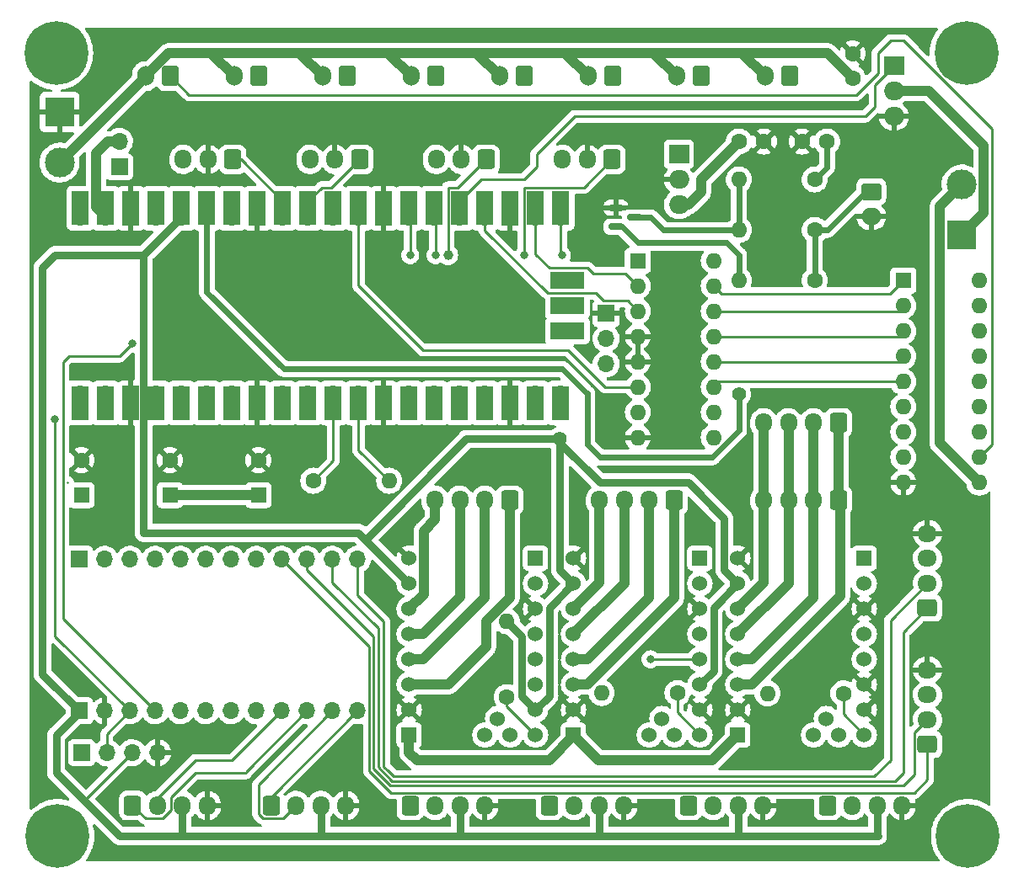
<source format=gbr>
%TF.GenerationSoftware,KiCad,Pcbnew,(6.0.4-0)*%
%TF.CreationDate,2022-09-18T16:13:21-05:00*%
%TF.ProjectId,owl-brd,6f776c2d-6272-4642-9e6b-696361645f70,v1.0.1*%
%TF.SameCoordinates,Original*%
%TF.FileFunction,Copper,L1,Top*%
%TF.FilePolarity,Positive*%
%FSLAX46Y46*%
G04 Gerber Fmt 4.6, Leading zero omitted, Abs format (unit mm)*
G04 Created by KiCad (PCBNEW (6.0.4-0)) date 2022-09-18 16:13:21*
%MOMM*%
%LPD*%
G01*
G04 APERTURE LIST*
G04 Aperture macros list*
%AMRoundRect*
0 Rectangle with rounded corners*
0 $1 Rounding radius*
0 $2 $3 $4 $5 $6 $7 $8 $9 X,Y pos of 4 corners*
0 Add a 4 corners polygon primitive as box body*
4,1,4,$2,$3,$4,$5,$6,$7,$8,$9,$2,$3,0*
0 Add four circle primitives for the rounded corners*
1,1,$1+$1,$2,$3*
1,1,$1+$1,$4,$5*
1,1,$1+$1,$6,$7*
1,1,$1+$1,$8,$9*
0 Add four rect primitives between the rounded corners*
20,1,$1+$1,$2,$3,$4,$5,0*
20,1,$1+$1,$4,$5,$6,$7,0*
20,1,$1+$1,$6,$7,$8,$9,0*
20,1,$1+$1,$8,$9,$2,$3,0*%
G04 Aperture macros list end*
%TA.AperFunction,ComponentPad*%
%ADD10R,1.700000X1.700000*%
%TD*%
%TA.AperFunction,ComponentPad*%
%ADD11O,1.700000X1.700000*%
%TD*%
%TA.AperFunction,ComponentPad*%
%ADD12RoundRect,0.250000X-0.600000X-0.725000X0.600000X-0.725000X0.600000X0.725000X-0.600000X0.725000X0*%
%TD*%
%TA.AperFunction,ComponentPad*%
%ADD13O,1.700000X1.950000*%
%TD*%
%TA.AperFunction,ComponentPad*%
%ADD14R,2.000000X1.905000*%
%TD*%
%TA.AperFunction,ComponentPad*%
%ADD15O,2.000000X1.905000*%
%TD*%
%TA.AperFunction,ComponentPad*%
%ADD16RoundRect,0.250000X0.600000X0.725000X-0.600000X0.725000X-0.600000X-0.725000X0.600000X-0.725000X0*%
%TD*%
%TA.AperFunction,ComponentPad*%
%ADD17RoundRect,0.250000X0.600000X0.750000X-0.600000X0.750000X-0.600000X-0.750000X0.600000X-0.750000X0*%
%TD*%
%TA.AperFunction,ComponentPad*%
%ADD18O,1.700000X2.000000*%
%TD*%
%TA.AperFunction,ComponentPad*%
%ADD19C,1.600000*%
%TD*%
%TA.AperFunction,ComponentPad*%
%ADD20O,1.600000X1.600000*%
%TD*%
%TA.AperFunction,ComponentPad*%
%ADD21R,1.600000X1.600000*%
%TD*%
%TA.AperFunction,ComponentPad*%
%ADD22R,1.524000X1.524000*%
%TD*%
%TA.AperFunction,ComponentPad*%
%ADD23C,1.524000*%
%TD*%
%TA.AperFunction,ComponentPad*%
%ADD24C,0.800000*%
%TD*%
%TA.AperFunction,ComponentPad*%
%ADD25C,6.400000*%
%TD*%
%TA.AperFunction,ComponentPad*%
%ADD26RoundRect,0.250000X0.725000X-0.600000X0.725000X0.600000X-0.725000X0.600000X-0.725000X-0.600000X0*%
%TD*%
%TA.AperFunction,ComponentPad*%
%ADD27O,1.950000X1.700000*%
%TD*%
%TA.AperFunction,ComponentPad*%
%ADD28R,3.000000X3.000000*%
%TD*%
%TA.AperFunction,ComponentPad*%
%ADD29C,3.000000*%
%TD*%
%TA.AperFunction,SMDPad,CuDef*%
%ADD30R,1.700000X3.500000*%
%TD*%
%TA.AperFunction,SMDPad,CuDef*%
%ADD31R,3.500000X1.700000*%
%TD*%
%TA.AperFunction,ComponentPad*%
%ADD32RoundRect,0.250000X-0.750000X0.600000X-0.750000X-0.600000X0.750000X-0.600000X0.750000X0.600000X0*%
%TD*%
%TA.AperFunction,ComponentPad*%
%ADD33O,2.000000X1.700000*%
%TD*%
%TA.AperFunction,SMDPad,CuDef*%
%ADD34RoundRect,0.150000X-0.587500X-0.150000X0.587500X-0.150000X0.587500X0.150000X-0.587500X0.150000X0*%
%TD*%
%TA.AperFunction,ViaPad*%
%ADD35C,1.400000*%
%TD*%
%TA.AperFunction,ViaPad*%
%ADD36C,0.800000*%
%TD*%
%TA.AperFunction,ViaPad*%
%ADD37C,1.000000*%
%TD*%
%TA.AperFunction,Conductor*%
%ADD38C,0.250000*%
%TD*%
%TA.AperFunction,Conductor*%
%ADD39C,0.800000*%
%TD*%
%TA.AperFunction,Conductor*%
%ADD40C,1.000000*%
%TD*%
%TA.AperFunction,Conductor*%
%ADD41C,0.600000*%
%TD*%
G04 APERTURE END LIST*
D10*
%TO.P,J29,1,Pin_1*%
%TO.N,+5V*%
X22860000Y-29210000D03*
D11*
%TO.P,J29,2,Pin_2*%
%TO.N,Net-(J29-Pad2)*%
X22860000Y-26670000D03*
%TD*%
D10*
%TO.P,J14,1,Pin_1*%
%TO.N,SCL*%
X19060000Y-88140270D03*
D11*
%TO.P,J14,2,Pin_2*%
%TO.N,SDA*%
X21600000Y-88140270D03*
%TO.P,J14,3,Pin_3*%
%TO.N,+3V3*%
X24140000Y-88140270D03*
%TO.P,J14,4,Pin_4*%
%TO.N,GND*%
X26680000Y-88140270D03*
%TD*%
D10*
%TO.P,J30,1,Pin_1*%
%TO.N,GND*%
X71761343Y-43956676D03*
D11*
%TO.P,J30,2,Pin_2*%
%TO.N,RX*%
X71761343Y-46496676D03*
%TO.P,J30,3,Pin_3*%
%TO.N,TX*%
X71761343Y-49036676D03*
%TD*%
D12*
%TO.P,J10,1,Pin_1*%
%TO.N,Net-(J10-Pad1)*%
X80010000Y-93455000D03*
D13*
%TO.P,J10,2,Pin_2*%
%TO.N,Net-(J10-Pad2)*%
X82510000Y-93455000D03*
%TO.P,J10,3,Pin_3*%
%TO.N,+3V3*%
X85010000Y-93455000D03*
%TO.P,J10,4,Pin_4*%
%TO.N,GND*%
X87510000Y-93455000D03*
%TD*%
D14*
%TO.P,Q9,1,G*%
%TO.N,HEATER*%
X100655000Y-19050000D03*
D15*
%TO.P,Q9,2,D*%
%TO.N,Net-(J27-Pad1)*%
X100655000Y-21590000D03*
%TO.P,Q9,3,S*%
%TO.N,GND*%
X100655000Y-24130000D03*
%TD*%
D16*
%TO.P,J4,1,Pin_1*%
%TO.N,Net-(J4-Pad1)*%
X62062363Y-62755000D03*
D13*
%TO.P,J4,2,Pin_2*%
%TO.N,Net-(J4-Pad2)*%
X59562363Y-62755000D03*
%TO.P,J4,3,Pin_3*%
%TO.N,Net-(J4-Pad3)*%
X57062363Y-62755000D03*
%TO.P,J4,4,Pin_4*%
%TO.N,Net-(J4-Pad4)*%
X54562363Y-62755000D03*
%TD*%
D16*
%TO.P,J26,1,Pin_1*%
%TO.N,NEOPIXEL*%
X72350000Y-28465000D03*
D13*
%TO.P,J26,2,Pin_2*%
%TO.N,GND*%
X69850000Y-28465000D03*
%TO.P,J26,3,Pin_3*%
%TO.N,+5V*%
X67350000Y-28465000D03*
%TD*%
D17*
%TO.P,J17,1,Pin_1*%
%TO.N,Net-(J17-Pad1)*%
X72430000Y-20100000D03*
D18*
%TO.P,J17,2,Pin_2*%
%TO.N,+24V*%
X69930000Y-20100000D03*
%TD*%
D19*
%TO.P,R7,1*%
%TO.N,THRM*%
X92710000Y-30480000D03*
D20*
%TO.P,R7,2*%
%TO.N,Net-(D1-Pad3)*%
X85090000Y-30480000D03*
%TD*%
D19*
%TO.P,C1,1*%
%TO.N,+24V*%
X96520000Y-20320000D03*
%TO.P,C1,2*%
%TO.N,GND*%
X96520000Y-17820000D03*
%TD*%
D12*
%TO.P,J6,1,Pin_1*%
%TO.N,Net-(J6-Pad1)*%
X38100000Y-93455000D03*
D13*
%TO.P,J6,2,Pin_2*%
%TO.N,Net-(J6-Pad2)*%
X40600000Y-93455000D03*
%TO.P,J6,3,Pin_3*%
%TO.N,+3V3*%
X43100000Y-93455000D03*
%TO.P,J6,4,Pin_4*%
%TO.N,GND*%
X45600000Y-93455000D03*
%TD*%
D21*
%TO.P,C3,1*%
%TO.N,+24V*%
X36830000Y-62230000D03*
D19*
%TO.P,C3,2*%
%TO.N,GND*%
X36830000Y-58730000D03*
%TD*%
D22*
%TO.P,U4,JP1_1,DIR*%
%TO.N,G_DIR*%
X64662363Y-68580000D03*
D23*
%TO.P,U4,JP1_2,STEP*%
%TO.N,G_STEP*%
X64662363Y-71120000D03*
%TO.P,U4,JP1_3,CLK*%
%TO.N,GND*%
X64662363Y-73660000D03*
%TO.P,U4,JP1_4,PDN/UART1*%
%TO.N,unconnected-(U4-PadJP1_4)*%
X64662363Y-76200000D03*
%TO.P,U4,JP1_5,PDN/UART2*%
%TO.N,UART*%
X64662363Y-78740000D03*
%TO.P,U4,JP1_6,MS2*%
%TO.N,GND*%
X64662363Y-81280000D03*
%TO.P,U4,JP1_7,MS1*%
%TO.N,+3V3*%
X64662363Y-83820000D03*
%TO.P,U4,JP1_8,EN*%
%TO.N,G_EN*%
X64662363Y-86360000D03*
D22*
%TO.P,U4,JP2_1,VM*%
%TO.N,+24V*%
X51962363Y-86360000D03*
D23*
%TO.P,U4,JP2_2,GND*%
%TO.N,GND*%
X51962363Y-83820000D03*
%TO.P,U4,JP2_3,OA2*%
%TO.N,Net-(J4-Pad1)*%
X51962363Y-81280000D03*
%TO.P,U4,JP2_4,OA1*%
%TO.N,Net-(J4-Pad2)*%
X51962363Y-78740000D03*
%TO.P,U4,JP2_5,OB1*%
%TO.N,Net-(J4-Pad3)*%
X51962363Y-76200000D03*
%TO.P,U4,JP2_6,OB2*%
%TO.N,Net-(J4-Pad4)*%
X51962363Y-73660000D03*
%TO.P,U4,JP2_7,VIO*%
%TO.N,+3V3*%
X51962363Y-71120000D03*
%TO.P,U4,JP2_8,GND*%
%TO.N,GND*%
X51962363Y-68580000D03*
%TO.P,U4,JP3_1,DIAG*%
%TO.N,unconnected-(U4-PadJP3_1)*%
X60852363Y-84709000D03*
%TO.P,U4,JP4_1,INDEX*%
%TO.N,unconnected-(U4-PadJP4_1)*%
X59582363Y-86360000D03*
%TO.P,U4,JP5_1,VREF*%
%TO.N,unconnected-(U4-PadJP5_1)*%
X62122363Y-86360000D03*
%TD*%
D19*
%TO.P,R1,1*%
%TO.N,Net-(R1-Pad1)*%
X42338995Y-60784772D03*
D20*
%TO.P,R1,2*%
%TO.N,UART*%
X49958995Y-60784772D03*
%TD*%
D24*
%TO.P,REF\u002A\u002A,1*%
%TO.N,N/C*%
X14812944Y-16082944D03*
X18207056Y-19477056D03*
X16510000Y-20180000D03*
X14812944Y-19477056D03*
D25*
X16510000Y-17780000D03*
D24*
X14110000Y-17780000D03*
X16510000Y-15380000D03*
X18910000Y-17780000D03*
X18207056Y-16082944D03*
%TD*%
D19*
%TO.P,R5,1*%
%TO.N,Net-(J28-Pad1)*%
X92710000Y-40640000D03*
D20*
%TO.P,R5,2*%
%TO.N,ADC_VREF*%
X85090000Y-40640000D03*
%TD*%
D16*
%TO.P,J2,1,Pin_1*%
%TO.N,Net-(J1-Pad1)*%
X95082363Y-62755000D03*
D13*
%TO.P,J2,2,Pin_2*%
%TO.N,Net-(J1-Pad2)*%
X92582363Y-62755000D03*
%TO.P,J2,3,Pin_3*%
%TO.N,Net-(J1-Pad3)*%
X90082363Y-62755000D03*
%TO.P,J2,4,Pin_4*%
%TO.N,Net-(J1-Pad4)*%
X87582363Y-62755000D03*
%TD*%
D16*
%TO.P,J25,1,Pin_1*%
%TO.N,SERVO*%
X34250000Y-28465000D03*
D13*
%TO.P,J25,2,Pin_2*%
%TO.N,GND*%
X31750000Y-28465000D03*
%TO.P,J25,3,Pin_3*%
%TO.N,+5V*%
X29250000Y-28465000D03*
%TD*%
D14*
%TO.P,U2,1,IN*%
%TO.N,+24V*%
X79065000Y-27940000D03*
D15*
%TO.P,U2,2,GND*%
%TO.N,GND*%
X79065000Y-30480000D03*
%TO.P,U2,3,OUT*%
%TO.N,+5V*%
X79065000Y-33020000D03*
%TD*%
D12*
%TO.P,J5,1,Pin_1*%
%TO.N,Net-(J5-Pad1)*%
X24190000Y-93455000D03*
D13*
%TO.P,J5,2,Pin_2*%
%TO.N,Net-(J5-Pad2)*%
X26690000Y-93455000D03*
%TO.P,J5,3,Pin_3*%
%TO.N,+3V3*%
X29190000Y-93455000D03*
%TO.P,J5,4,Pin_4*%
%TO.N,GND*%
X31690000Y-93455000D03*
%TD*%
D21*
%TO.P,C5,1*%
%TO.N,+24V*%
X19050000Y-62230000D03*
D19*
%TO.P,C5,2*%
%TO.N,GND*%
X19050000Y-58730000D03*
%TD*%
D16*
%TO.P,J1,1,Pin_1*%
%TO.N,Net-(J1-Pad1)*%
X95082363Y-54955000D03*
D13*
%TO.P,J1,2,Pin_2*%
%TO.N,Net-(J1-Pad2)*%
X92582363Y-54955000D03*
%TO.P,J1,3,Pin_3*%
%TO.N,Net-(J1-Pad3)*%
X90082363Y-54955000D03*
%TO.P,J1,4,Pin_4*%
%TO.N,Net-(J1-Pad4)*%
X87582363Y-54955000D03*
%TD*%
D26*
%TO.P,J7,1,Pin_1*%
%TO.N,Net-(J7-Pad1)*%
X104032363Y-73600000D03*
D27*
%TO.P,J7,2,Pin_2*%
%TO.N,Net-(J7-Pad2)*%
X104032363Y-71100000D03*
%TO.P,J7,3,Pin_3*%
%TO.N,+3V3*%
X104032363Y-68600000D03*
%TO.P,J7,4,Pin_4*%
%TO.N,GND*%
X104032363Y-66100000D03*
%TD*%
D21*
%TO.P,C4,1*%
%TO.N,+24V*%
X27940000Y-62230000D03*
D19*
%TO.P,C4,2*%
%TO.N,GND*%
X27940000Y-58730000D03*
%TD*%
D17*
%TO.P,J16,1,Pin_1*%
%TO.N,Net-(J16-Pad1)*%
X81320000Y-20100000D03*
D18*
%TO.P,J16,2,Pin_2*%
%TO.N,+24V*%
X78820000Y-20100000D03*
%TD*%
D19*
%TO.P,C2,1*%
%TO.N,+5V*%
X85090000Y-26670000D03*
%TO.P,C2,2*%
%TO.N,GND*%
X87590000Y-26670000D03*
%TD*%
D17*
%TO.P,J20,1,Pin_1*%
%TO.N,Net-(J20-Pad1)*%
X45760000Y-20100000D03*
D18*
%TO.P,J20,2,Pin_2*%
%TO.N,+24V*%
X43260000Y-20100000D03*
%TD*%
D12*
%TO.P,J11,1,Pin_1*%
%TO.N,Net-(J11-Pad1)*%
X66040000Y-93455000D03*
D13*
%TO.P,J11,2,Pin_2*%
%TO.N,Net-(J11-Pad2)*%
X68540000Y-93455000D03*
%TO.P,J11,3,Pin_3*%
%TO.N,+3V3*%
X71040000Y-93455000D03*
%TO.P,J11,4,Pin_4*%
%TO.N,GND*%
X73540000Y-93455000D03*
%TD*%
D17*
%TO.P,J15,1,Pin_1*%
%TO.N,Net-(J15-Pad1)*%
X90210000Y-20100000D03*
D18*
%TO.P,J15,2,Pin_2*%
%TO.N,+24V*%
X87710000Y-20100000D03*
%TD*%
D19*
%TO.P,R2,1*%
%TO.N,R_EN*%
X95586802Y-82167602D03*
D20*
%TO.P,R2,2*%
%TO.N,+3V3*%
X87966802Y-82167602D03*
%TD*%
D12*
%TO.P,J9,1,Pin_1*%
%TO.N,Net-(J9-Pad1)*%
X93980000Y-93455000D03*
D13*
%TO.P,J9,2,Pin_2*%
%TO.N,Net-(J9-Pad2)*%
X96480000Y-93455000D03*
%TO.P,J9,3,Pin_3*%
%TO.N,+3V3*%
X98980000Y-93455000D03*
%TO.P,J9,4,Pin_4*%
%TO.N,GND*%
X101480000Y-93455000D03*
%TD*%
D19*
%TO.P,R4,1*%
%TO.N,G_EN*%
X61777090Y-82550000D03*
D20*
%TO.P,R4,2*%
%TO.N,+3V3*%
X61777090Y-74930000D03*
%TD*%
D21*
%TO.P,U8,1,I1*%
%TO.N,Net-(U7-Pad15)*%
X101610000Y-40650000D03*
D20*
%TO.P,U8,2,I2*%
%TO.N,Net-(U7-Pad14)*%
X101610000Y-43190000D03*
%TO.P,U8,3,I3*%
%TO.N,Net-(U7-Pad13)*%
X101610000Y-45730000D03*
%TO.P,U8,4,I4*%
%TO.N,Net-(U7-Pad12)*%
X101610000Y-48270000D03*
%TO.P,U8,5,I5*%
%TO.N,Net-(U7-Pad11)*%
X101610000Y-50810000D03*
%TO.P,U8,6,I6*%
%TO.N,Net-(U7-Pad10)*%
X101610000Y-53350000D03*
%TO.P,U8,7,I7*%
%TO.N,Net-(U7-Pad9)*%
X101610000Y-55890000D03*
%TO.P,U8,8,I8*%
%TO.N,Net-(U7-Pad7)*%
X101610000Y-58430000D03*
%TO.P,U8,9,GND*%
%TO.N,GND*%
X101610000Y-60970000D03*
%TO.P,U8,10,COM*%
%TO.N,+24V*%
X109230000Y-60970000D03*
%TO.P,U8,11,O8*%
%TO.N,Net-(J22-Pad1)*%
X109230000Y-58430000D03*
%TO.P,U8,12,O7*%
%TO.N,Net-(J21-Pad1)*%
X109230000Y-55890000D03*
%TO.P,U8,13,O6*%
%TO.N,Net-(J20-Pad1)*%
X109230000Y-53350000D03*
%TO.P,U8,14,O5*%
%TO.N,Net-(J19-Pad1)*%
X109230000Y-50810000D03*
%TO.P,U8,15,O4*%
%TO.N,Net-(J18-Pad1)*%
X109230000Y-48270000D03*
%TO.P,U8,16,O3*%
%TO.N,Net-(J17-Pad1)*%
X109230000Y-45730000D03*
%TO.P,U8,17,O2*%
%TO.N,Net-(J16-Pad1)*%
X109230000Y-43190000D03*
%TO.P,U8,18,O1*%
%TO.N,Net-(J15-Pad1)*%
X109230000Y-40650000D03*
%TD*%
D25*
%TO.P,,1*%
%TO.N,N/C*%
X108090000Y-96520000D03*
%TD*%
D17*
%TO.P,J18,1,Pin_1*%
%TO.N,Net-(J18-Pad1)*%
X63540000Y-20100000D03*
D18*
%TO.P,J18,2,Pin_2*%
%TO.N,+24V*%
X61040000Y-20100000D03*
%TD*%
D17*
%TO.P,J19,1,Pin_1*%
%TO.N,Net-(J19-Pad1)*%
X54650000Y-20100000D03*
D18*
%TO.P,J19,2,Pin_2*%
%TO.N,+24V*%
X52150000Y-20100000D03*
%TD*%
D16*
%TO.P,J24,1,Pin_1*%
%TO.N,ENDSTOP*%
X59690000Y-28465000D03*
D13*
%TO.P,J24,2,Pin_2*%
%TO.N,GND*%
X57190000Y-28465000D03*
%TO.P,J24,3,Pin_3*%
%TO.N,+3V3*%
X54690000Y-28465000D03*
%TD*%
D28*
%TO.P,J27,1,Pin_1*%
%TO.N,Net-(J27-Pad1)*%
X107465108Y-36071144D03*
D29*
%TO.P,J27,2,Pin_2*%
%TO.N,+24V*%
X107465108Y-30991144D03*
%TD*%
D26*
%TO.P,J8,1,Pin_1*%
%TO.N,Net-(J8-Pad1)*%
X104027939Y-87319486D03*
D27*
%TO.P,J8,2,Pin_2*%
%TO.N,Net-(J8-Pad2)*%
X104027939Y-84819486D03*
%TO.P,J8,3,Pin_3*%
%TO.N,+3V3*%
X104027939Y-82319486D03*
%TO.P,J8,4,Pin_4*%
%TO.N,GND*%
X104027939Y-79819486D03*
%TD*%
D21*
%TO.P,U7,1,A0*%
%TO.N,CLTCH_A0*%
X74940000Y-38647160D03*
D20*
%TO.P,U7,2,A1*%
%TO.N,CLTCH_A1*%
X74940000Y-41187160D03*
%TO.P,U7,3,A2*%
%TO.N,CLTCH_A2*%
X74940000Y-43727160D03*
%TO.P,U7,4,~{LE}*%
%TO.N,GND*%
X74940000Y-46267160D03*
%TO.P,U7,5,~{E1}*%
X74940000Y-48807160D03*
%TO.P,U7,6,E2*%
%TO.N,CLTCH_EN*%
X74940000Y-51347160D03*
%TO.P,U7,7,Y7*%
%TO.N,Net-(U7-Pad7)*%
X74940000Y-53887160D03*
%TO.P,U7,8,GND*%
%TO.N,GND*%
X74940000Y-56427160D03*
%TO.P,U7,9,Y6*%
%TO.N,Net-(U7-Pad9)*%
X82560000Y-56427160D03*
%TO.P,U7,10,Y5*%
%TO.N,Net-(U7-Pad10)*%
X82560000Y-53887160D03*
%TO.P,U7,11,Y4*%
%TO.N,Net-(U7-Pad11)*%
X82560000Y-51347160D03*
%TO.P,U7,12,Y3*%
%TO.N,Net-(U7-Pad12)*%
X82560000Y-48807160D03*
%TO.P,U7,13,Y2*%
%TO.N,Net-(U7-Pad13)*%
X82560000Y-46267160D03*
%TO.P,U7,14,Y1*%
%TO.N,Net-(U7-Pad14)*%
X82560000Y-43727160D03*
%TO.P,U7,15,Y0*%
%TO.N,Net-(U7-Pad15)*%
X82560000Y-41187160D03*
%TO.P,U7,16,VCC*%
%TO.N,+3V3*%
X82560000Y-38647160D03*
%TD*%
D11*
%TO.P,U6,1,A0*%
%TO.N,unconnected-(U6-Pad1)*%
X31537363Y-83925000D03*
%TO.P,U6,2,A1*%
%TO.N,unconnected-(U6-Pad2)*%
X34077363Y-83925000D03*
%TO.P,U6,3,~{RESET}*%
%TO.N,unconnected-(U6-Pad3)*%
X28997363Y-83925000D03*
%TO.P,U6,4,SD0*%
%TO.N,Net-(J5-Pad2)*%
X39157363Y-83925000D03*
%TO.P,U6,5,SC0*%
%TO.N,Net-(J5-Pad1)*%
X41697363Y-83925000D03*
%TO.P,U6,6,SD1*%
%TO.N,Net-(J6-Pad2)*%
X44237363Y-83925000D03*
%TO.P,U6,7,SC1*%
%TO.N,Net-(J6-Pad1)*%
X46777363Y-83925000D03*
%TO.P,U6,8,SD2*%
%TO.N,Net-(J7-Pad2)*%
X46777363Y-68685000D03*
%TO.P,U6,9,SC2*%
%TO.N,Net-(J7-Pad1)*%
X44237363Y-68685000D03*
%TO.P,U6,10,SD3*%
%TO.N,Net-(J8-Pad2)*%
X41697363Y-68685000D03*
%TO.P,U6,11,SC3*%
%TO.N,Net-(J8-Pad1)*%
X39157363Y-68685000D03*
%TO.P,U6,12,GND*%
%TO.N,GND*%
X21377363Y-83925000D03*
%TO.P,U6,13,SD4*%
%TO.N,Net-(J9-Pad2)*%
X36617363Y-68685000D03*
%TO.P,U6,14,SC4*%
%TO.N,Net-(J9-Pad1)*%
X34077363Y-68685000D03*
%TO.P,U6,15,SD5*%
%TO.N,Net-(J10-Pad2)*%
X31537363Y-68685000D03*
%TO.P,U6,16,SC5*%
%TO.N,Net-(J10-Pad1)*%
X28997363Y-68685000D03*
%TO.P,U6,17,SD6*%
%TO.N,Net-(J11-Pad2)*%
X26457363Y-68685000D03*
%TO.P,U6,18,SC6*%
%TO.N,Net-(J11-Pad1)*%
X23917363Y-68685000D03*
%TO.P,U6,19,SD7*%
%TO.N,Net-(J12-Pad2)*%
X21377363Y-68685000D03*
D10*
%TO.P,U6,20,SC7*%
%TO.N,Net-(J12-Pad1)*%
X18837363Y-68685000D03*
D11*
%TO.P,U6,21,A2*%
%TO.N,unconnected-(U6-Pad21)*%
X36617363Y-83925000D03*
%TO.P,U6,22,SCL*%
%TO.N,SCL*%
X26457363Y-83925000D03*
%TO.P,U6,23,SDA*%
%TO.N,SDA*%
X23917363Y-83925000D03*
D10*
%TO.P,U6,24,VCC*%
%TO.N,+3V3*%
X18837363Y-83925000D03*
%TD*%
D11*
%TO.P,U1,1,GPIO0*%
%TO.N,TX*%
X18942363Y-52070000D03*
D30*
X18942363Y-52970000D03*
%TO.P,U1,2,GPIO1*%
%TO.N,RX*%
X21482363Y-52970000D03*
D11*
X21482363Y-52070000D03*
D30*
%TO.P,U1,3,GND*%
%TO.N,GND*%
X24022363Y-52970000D03*
D10*
X24022363Y-52070000D03*
D11*
%TO.P,U1,4,GPIO2*%
%TO.N,G_EN*%
X26562363Y-52070000D03*
D30*
X26562363Y-52970000D03*
%TO.P,U1,5,GPIO3*%
%TO.N,G_STEP*%
X29102363Y-52970000D03*
D11*
X29102363Y-52070000D03*
%TO.P,U1,6,GPIO4*%
%TO.N,G_DIR*%
X31642363Y-52070000D03*
D30*
X31642363Y-52970000D03*
D11*
%TO.P,U1,7,GPIO5*%
%TO.N,S_EN*%
X34182363Y-52070000D03*
D30*
X34182363Y-52970000D03*
D10*
%TO.P,U1,8,GND*%
%TO.N,GND*%
X36722363Y-52070000D03*
D30*
X36722363Y-52970000D03*
D11*
%TO.P,U1,9,GPIO6*%
%TO.N,S_STEP*%
X39262363Y-52070000D03*
D30*
X39262363Y-52970000D03*
D11*
%TO.P,U1,10,GPIO7*%
%TO.N,S_DIR*%
X41802363Y-52070000D03*
D30*
X41802363Y-52970000D03*
%TO.P,U1,11,GPIO8*%
%TO.N,Net-(R1-Pad1)*%
X44342363Y-52970000D03*
D11*
X44342363Y-52070000D03*
%TO.P,U1,12,GPIO9*%
%TO.N,UART*%
X46882363Y-52070000D03*
D30*
X46882363Y-52970000D03*
%TO.P,U1,13,GND*%
%TO.N,GND*%
X49422363Y-52970000D03*
D10*
X49422363Y-52070000D03*
D30*
%TO.P,U1,14,GPIO10*%
%TO.N,R_EN*%
X51962363Y-52970000D03*
D11*
X51962363Y-52070000D03*
%TO.P,U1,15,GPIO11*%
%TO.N,R_STEP*%
X54502363Y-52070000D03*
D30*
X54502363Y-52970000D03*
%TO.P,U1,16,GPIO12*%
%TO.N,R_DIR*%
X57042363Y-52970000D03*
D11*
X57042363Y-52070000D03*
D30*
%TO.P,U1,17,GPIO13*%
%TO.N,unconnected-(U1-Pad17)*%
X59582363Y-52970000D03*
D11*
X59582363Y-52070000D03*
D30*
%TO.P,U1,18,GND*%
%TO.N,GND*%
X62122363Y-52970000D03*
D10*
X62122363Y-52070000D03*
D11*
%TO.P,U1,19,GPIO14*%
%TO.N,ENDSTOP*%
X64662363Y-52070000D03*
D30*
X64662363Y-52970000D03*
%TO.P,U1,20,GPIO15*%
%TO.N,NEOPIXEL*%
X67202363Y-52970000D03*
D11*
X67202363Y-52070000D03*
D30*
%TO.P,U1,21,GPIO16*%
%TO.N,CLTCH_A0*%
X67202363Y-33390000D03*
D11*
X67202363Y-34290000D03*
D30*
%TO.P,U1,22,GPIO17*%
%TO.N,CLTCH_A1*%
X64662363Y-33390000D03*
D11*
X64662363Y-34290000D03*
D30*
%TO.P,U1,23,GND*%
%TO.N,GND*%
X62122363Y-33390000D03*
D10*
X62122363Y-34290000D03*
D30*
%TO.P,U1,24,GPIO18*%
%TO.N,CLTCH_A2*%
X59582363Y-33390000D03*
D11*
X59582363Y-34290000D03*
%TO.P,U1,25,GPIO19*%
%TO.N,HEATER*%
X57042363Y-34290000D03*
D30*
X57042363Y-33390000D03*
%TO.P,U1,26,GPIO20*%
%TO.N,SDA*%
X54502363Y-33390000D03*
D11*
X54502363Y-34290000D03*
D30*
%TO.P,U1,27,GPIO21*%
%TO.N,SCL*%
X51962363Y-33390000D03*
D11*
X51962363Y-34290000D03*
D10*
%TO.P,U1,28,GND*%
%TO.N,GND*%
X49422363Y-34290000D03*
D30*
X49422363Y-33390000D03*
%TO.P,U1,29,GPIO22*%
%TO.N,CLTCH_EN*%
X46882363Y-33390000D03*
D11*
X46882363Y-34290000D03*
D30*
%TO.P,U1,30,RUN*%
%TO.N,unconnected-(U1-Pad30)*%
X44342363Y-33390000D03*
D11*
X44342363Y-34290000D03*
%TO.P,U1,31,GPIO26_ADC0*%
%TO.N,ENCDR*%
X41802363Y-34290000D03*
D30*
X41802363Y-33390000D03*
D11*
%TO.P,U1,32,GPIO27_ADC1*%
%TO.N,SERVO*%
X39262363Y-34290000D03*
D30*
X39262363Y-33390000D03*
D10*
%TO.P,U1,33,AGND*%
%TO.N,GND*%
X36722363Y-34290000D03*
D30*
X36722363Y-33390000D03*
D11*
%TO.P,U1,34,GPIO28_ADC2*%
%TO.N,THRM*%
X34182363Y-34290000D03*
D30*
X34182363Y-33390000D03*
%TO.P,U1,35,ADC_VREF*%
%TO.N,ADC_VREF*%
X31642363Y-33390000D03*
D11*
X31642363Y-34290000D03*
D30*
%TO.P,U1,36,3V3*%
%TO.N,+3V3*%
X29102363Y-33390000D03*
D11*
X29102363Y-34290000D03*
D30*
%TO.P,U1,37,3V3_EN*%
%TO.N,unconnected-(U1-Pad37)*%
X26562363Y-33390000D03*
D11*
X26562363Y-34290000D03*
D30*
%TO.P,U1,38,GND*%
%TO.N,GND*%
X24022363Y-33390000D03*
D10*
X24022363Y-34290000D03*
D30*
%TO.P,U1,39,VSYS*%
%TO.N,Net-(J29-Pad2)*%
X21482363Y-33390000D03*
D11*
X21482363Y-34290000D03*
%TO.P,U1,40,VBUS*%
%TO.N,unconnected-(U1-Pad40)*%
X18942363Y-34290000D03*
D30*
X18942363Y-33390000D03*
D11*
%TO.P,U1,41,SWCLK*%
%TO.N,unconnected-(U1-Pad41)*%
X66972363Y-45720000D03*
D31*
X67872363Y-45720000D03*
D10*
%TO.P,U1,42,GND*%
%TO.N,unconnected-(U1-Pad42)*%
X66972363Y-43180000D03*
D31*
X67872363Y-43180000D03*
%TO.P,U1,43,SWDIO*%
%TO.N,unconnected-(U1-Pad43)*%
X67872363Y-40640000D03*
D11*
X66972363Y-40640000D03*
%TD*%
D17*
%TO.P,J22,1,Pin_1*%
%TO.N,Net-(J22-Pad1)*%
X27980000Y-20100000D03*
D18*
%TO.P,J22,2,Pin_2*%
%TO.N,+24V*%
X25480000Y-20100000D03*
%TD*%
D32*
%TO.P,J28,1,Pin_1*%
%TO.N,Net-(J28-Pad1)*%
X98383840Y-31713623D03*
D33*
%TO.P,J28,2,Pin_2*%
%TO.N,GND*%
X98383840Y-34213623D03*
%TD*%
D25*
%TO.P,,1*%
%TO.N,N/C*%
X16650000Y-96520000D03*
%TD*%
D19*
%TO.P,R6,1*%
%TO.N,Net-(J28-Pad1)*%
X92710000Y-35560000D03*
D20*
%TO.P,R6,2*%
%TO.N,Net-(D1-Pad3)*%
X85090000Y-35560000D03*
%TD*%
D19*
%TO.P,R3,1*%
%TO.N,S_EN*%
X78920883Y-82127586D03*
D20*
%TO.P,R3,2*%
%TO.N,+3V3*%
X71300883Y-82127586D03*
%TD*%
D24*
%TO.P,REF\u002A\u002A,1*%
%TO.N,N/C*%
X106392944Y-98217056D03*
X110490000Y-96520000D03*
X108090000Y-98920000D03*
X108090000Y-94120000D03*
X109787056Y-98217056D03*
D25*
X108090000Y-96520000D03*
D24*
X109787056Y-94822944D03*
X106392944Y-94822944D03*
X105690000Y-96520000D03*
%TD*%
D16*
%TO.P,J23,1,Pin_1*%
%TO.N,ENCDR*%
X46990000Y-28465000D03*
D13*
%TO.P,J23,2,Pin_2*%
%TO.N,GND*%
X44490000Y-28465000D03*
%TO.P,J23,3,Pin_3*%
%TO.N,+3V3*%
X41990000Y-28465000D03*
%TD*%
D28*
%TO.P,J13,1,Pin_1*%
%TO.N,GND*%
X16839127Y-23707856D03*
D29*
%TO.P,J13,2,Pin_2*%
%TO.N,+24V*%
X16839127Y-28787856D03*
%TD*%
D12*
%TO.P,J12,1,Pin_1*%
%TO.N,Net-(J12-Pad1)*%
X52070000Y-93455000D03*
D13*
%TO.P,J12,2,Pin_2*%
%TO.N,Net-(J12-Pad2)*%
X54570000Y-93455000D03*
%TO.P,J12,3,Pin_3*%
%TO.N,+3V3*%
X57070000Y-93455000D03*
%TO.P,J12,4,Pin_4*%
%TO.N,GND*%
X59570000Y-93455000D03*
%TD*%
D16*
%TO.P,J3,1,Pin_1*%
%TO.N,Net-(J3-Pad1)*%
X78572363Y-62755000D03*
D13*
%TO.P,J3,2,Pin_2*%
%TO.N,Net-(J3-Pad2)*%
X76072363Y-62755000D03*
%TO.P,J3,3,Pin_3*%
%TO.N,Net-(J3-Pad3)*%
X73572363Y-62755000D03*
%TO.P,J3,4,Pin_4*%
%TO.N,Net-(J3-Pad4)*%
X71072363Y-62755000D03*
%TD*%
D19*
%TO.P,C6,1*%
%TO.N,GND*%
X91440000Y-26670000D03*
%TO.P,C6,2*%
%TO.N,THRM*%
X93940000Y-26670000D03*
%TD*%
D34*
%TO.P,D1,1,K*%
%TO.N,GND*%
X72722500Y-33340000D03*
%TO.P,D1,2,A*%
%TO.N,ADC_VREF*%
X72722500Y-35240000D03*
%TO.P,D1,3,K*%
%TO.N,Net-(D1-Pad3)*%
X74597500Y-34290000D03*
%TD*%
D24*
%TO.P,REF\u002A\u002A,1*%
%TO.N,N/C*%
X14250000Y-96520000D03*
X18347056Y-94822944D03*
X16650000Y-98920000D03*
D25*
X16650000Y-96520000D03*
D24*
X16650000Y-94120000D03*
X19050000Y-96520000D03*
X14952944Y-98217056D03*
X18347056Y-98217056D03*
X14952944Y-94822944D03*
%TD*%
D22*
%TO.P,U3,JP1_1,DIR*%
%TO.N,R_DIR*%
X97682363Y-68580000D03*
D23*
%TO.P,U3,JP1_2,STEP*%
%TO.N,R_STEP*%
X97682363Y-71120000D03*
%TO.P,U3,JP1_3,CLK*%
%TO.N,GND*%
X97682363Y-73660000D03*
%TO.P,U3,JP1_4,PDN/UART1*%
%TO.N,unconnected-(U3-PadJP1_4)*%
X97682363Y-76200000D03*
%TO.P,U3,JP1_5,PDN/UART2*%
%TO.N,UART*%
X97682363Y-78740000D03*
%TO.P,U3,JP1_6,MS2*%
%TO.N,GND*%
X97682363Y-81280000D03*
%TO.P,U3,JP1_7,MS1*%
X97682363Y-83820000D03*
%TO.P,U3,JP1_8,EN*%
%TO.N,R_EN*%
X97682363Y-86360000D03*
D22*
%TO.P,U3,JP2_1,VM*%
%TO.N,+24V*%
X84982363Y-86360000D03*
D23*
%TO.P,U3,JP2_2,GND*%
%TO.N,GND*%
X84982363Y-83820000D03*
%TO.P,U3,JP2_3,OA2*%
%TO.N,Net-(J1-Pad1)*%
X84982363Y-81280000D03*
%TO.P,U3,JP2_4,OA1*%
%TO.N,Net-(J1-Pad2)*%
X84982363Y-78740000D03*
%TO.P,U3,JP2_5,OB1*%
%TO.N,Net-(J1-Pad3)*%
X84982363Y-76200000D03*
%TO.P,U3,JP2_6,OB2*%
%TO.N,Net-(J1-Pad4)*%
X84982363Y-73660000D03*
%TO.P,U3,JP2_7,VIO*%
%TO.N,+3V3*%
X84982363Y-71120000D03*
%TO.P,U3,JP2_8,GND*%
%TO.N,GND*%
X84982363Y-68580000D03*
%TO.P,U3,JP3_1,DIAG*%
%TO.N,unconnected-(U3-PadJP3_1)*%
X93872363Y-84709000D03*
%TO.P,U3,JP4_1,INDEX*%
%TO.N,unconnected-(U3-PadJP4_1)*%
X92602363Y-86360000D03*
%TO.P,U3,JP5_1,VREF*%
%TO.N,unconnected-(U3-PadJP5_1)*%
X95142363Y-86360000D03*
%TD*%
D17*
%TO.P,J21,1,Pin_1*%
%TO.N,Net-(J21-Pad1)*%
X36870000Y-20100000D03*
D18*
%TO.P,J21,2,Pin_2*%
%TO.N,+24V*%
X34370000Y-20100000D03*
%TD*%
D24*
%TO.P,REF\u002A\u002A,1*%
%TO.N,N/C*%
X107950000Y-15380000D03*
X106252944Y-16082944D03*
X107950000Y-20180000D03*
X110350000Y-17780000D03*
X109647056Y-19477056D03*
X105550000Y-17780000D03*
X109647056Y-16082944D03*
X106252944Y-19477056D03*
D25*
X107950000Y-17780000D03*
%TD*%
D22*
%TO.P,U5,JP1_1,DIR*%
%TO.N,S_DIR*%
X81172363Y-68580000D03*
D23*
%TO.P,U5,JP1_2,STEP*%
%TO.N,S_STEP*%
X81172363Y-71120000D03*
%TO.P,U5,JP1_3,CLK*%
%TO.N,GND*%
X81172363Y-73660000D03*
%TO.P,U5,JP1_4,PDN/UART1*%
%TO.N,unconnected-(U5-PadJP1_4)*%
X81172363Y-76200000D03*
%TO.P,U5,JP1_5,PDN/UART2*%
%TO.N,UART*%
X81172363Y-78740000D03*
%TO.P,U5,JP1_6,MS2*%
%TO.N,+3V3*%
X81172363Y-81280000D03*
%TO.P,U5,JP1_7,MS1*%
%TO.N,GND*%
X81172363Y-83820000D03*
%TO.P,U5,JP1_8,EN*%
%TO.N,S_EN*%
X81172363Y-86360000D03*
D22*
%TO.P,U5,JP2_1,VM*%
%TO.N,+24V*%
X68472363Y-86360000D03*
D23*
%TO.P,U5,JP2_2,GND*%
%TO.N,GND*%
X68472363Y-83820000D03*
%TO.P,U5,JP2_3,OA2*%
%TO.N,Net-(J3-Pad1)*%
X68472363Y-81280000D03*
%TO.P,U5,JP2_4,OA1*%
%TO.N,Net-(J3-Pad2)*%
X68472363Y-78740000D03*
%TO.P,U5,JP2_5,OB1*%
%TO.N,Net-(J3-Pad3)*%
X68472363Y-76200000D03*
%TO.P,U5,JP2_6,OB2*%
%TO.N,Net-(J3-Pad4)*%
X68472363Y-73660000D03*
%TO.P,U5,JP2_7,VIO*%
%TO.N,+3V3*%
X68472363Y-71120000D03*
%TO.P,U5,JP2_8,GND*%
%TO.N,GND*%
X68472363Y-68580000D03*
%TO.P,U5,JP3_1,DIAG*%
%TO.N,unconnected-(U5-PadJP3_1)*%
X77362363Y-84709000D03*
%TO.P,U5,JP4_1,INDEX*%
%TO.N,unconnected-(U5-PadJP4_1)*%
X76092363Y-86360000D03*
%TO.P,U5,JP5_1,VREF*%
%TO.N,unconnected-(U5-PadJP5_1)*%
X78632363Y-86360000D03*
%TD*%
D35*
%TO.N,GND*%
X58420000Y-82550000D03*
%TO.N,+3V3*%
X67110852Y-56589737D03*
D36*
%TO.N,SDA*%
X54610000Y-38100000D03*
X16402363Y-54610000D03*
%TO.N,SCL*%
X52070000Y-38100000D03*
X24130000Y-46990000D03*
%TO.N,UART*%
X76200000Y-78740000D03*
D37*
%TO.N,ENDSTOP*%
X55880000Y-38100000D03*
D36*
%TO.N,NEOPIXEL*%
X63500000Y-38100000D03*
%TO.N,CLTCH_A0*%
X67310000Y-38100000D03*
D35*
%TO.N,ADC_VREF*%
X85090000Y-52070000D03*
%TD*%
D38*
%TO.N,Net-(J6-Pad1)*%
X38100000Y-93455000D02*
X38100000Y-92602363D01*
X38100000Y-92602363D02*
X46777363Y-83925000D01*
%TO.N,Net-(J6-Pad2)*%
X39300480Y-94754520D02*
X37262027Y-94754520D01*
X36830000Y-91332363D02*
X44237363Y-83925000D01*
X37262027Y-94754520D02*
X36830000Y-94322493D01*
X36830000Y-94322493D02*
X36830000Y-91332363D01*
X40600000Y-93455000D02*
X39300480Y-94754520D01*
%TO.N,Net-(J5-Pad1)*%
X35560000Y-90170000D02*
X35560000Y-90062363D01*
X25489520Y-94754520D02*
X27176502Y-94754520D01*
X24190000Y-93455000D02*
X25489520Y-94754520D01*
X30480000Y-90170000D02*
X35560000Y-90170000D01*
X28015480Y-92634520D02*
X30480000Y-90170000D01*
X27176502Y-94754520D02*
X28015480Y-93915542D01*
X35560000Y-90062363D02*
X41697363Y-83925000D01*
X28015480Y-93915542D02*
X28015480Y-92634520D01*
D39*
%TO.N,+3V3*%
X99060000Y-96520000D02*
X85090000Y-96520000D01*
X83620852Y-64570852D02*
X80010000Y-60960000D01*
X18837363Y-83925000D02*
X15132363Y-80220000D01*
X82533874Y-79918489D02*
X81172363Y-81280000D01*
X67110852Y-56589737D02*
X57710263Y-56589737D01*
X16510000Y-90170000D02*
X19050000Y-92710000D01*
X63300852Y-82458489D02*
X63300852Y-76453762D01*
X57150000Y-96520000D02*
X57070000Y-96440000D01*
X84982363Y-71120000D02*
X82533874Y-73568489D01*
X16402363Y-38100000D02*
X25292363Y-38100000D01*
X66040000Y-73552363D02*
X66040000Y-82442363D01*
D38*
X18837363Y-83925000D02*
X18837363Y-84032637D01*
D39*
X29190000Y-96500000D02*
X29190000Y-93455000D01*
X26670000Y-96520000D02*
X26690000Y-96500000D01*
X26670000Y-96520000D02*
X29210000Y-96520000D01*
X18837363Y-84032637D02*
X16510000Y-86360000D01*
X15132363Y-80220000D02*
X15132363Y-39370000D01*
X82533874Y-73568489D02*
X82533874Y-79918489D01*
X83620852Y-69758489D02*
X84982363Y-71120000D01*
X68472363Y-71120000D02*
X67110852Y-69758489D01*
X85010000Y-96440000D02*
X85010000Y-93455000D01*
X25292363Y-38100000D02*
X29102363Y-34290000D01*
X43180000Y-96520000D02*
X57150000Y-96520000D01*
X63300852Y-76453762D02*
X61777090Y-74930000D01*
X68472363Y-71120000D02*
X66040000Y-73552363D01*
D38*
X18837363Y-83925000D02*
X19155000Y-83925000D01*
D39*
X22860000Y-96520000D02*
X26670000Y-96520000D01*
X46882363Y-66040000D02*
X51962363Y-71120000D01*
X71040000Y-96440000D02*
X71040000Y-93455000D01*
D38*
X24140000Y-88140270D02*
X19570270Y-92710000D01*
D39*
X15132363Y-39370000D02*
X16402363Y-38100000D01*
X66040000Y-82442363D02*
X64662363Y-83820000D01*
X57070000Y-96440000D02*
X57070000Y-93455000D01*
X85090000Y-96520000D02*
X85010000Y-96440000D01*
X67110852Y-69758489D02*
X67110852Y-59809148D01*
X99060000Y-96520000D02*
X98980000Y-96440000D01*
X71120000Y-60960000D02*
X67110852Y-56950852D01*
X29210000Y-96520000D02*
X43180000Y-96520000D01*
X57150000Y-96520000D02*
X71120000Y-96520000D01*
X19050000Y-92710000D02*
X22860000Y-96520000D01*
X43100000Y-96440000D02*
X43100000Y-93455000D01*
X57710263Y-56589737D02*
X47571181Y-66728819D01*
X16510000Y-86360000D02*
X16510000Y-90170000D01*
D38*
X19570270Y-92710000D02*
X19050000Y-92710000D01*
D39*
X71120000Y-96520000D02*
X71040000Y-96440000D01*
X29210000Y-96520000D02*
X29190000Y-96500000D01*
X46882363Y-66040000D02*
X25292363Y-66040000D01*
X67110852Y-59809148D02*
X67110852Y-56589737D01*
X64662363Y-83820000D02*
X63300852Y-82458489D01*
X67110852Y-56950852D02*
X67110852Y-56589737D01*
X71120000Y-96520000D02*
X85090000Y-96520000D01*
X98980000Y-96440000D02*
X98980000Y-93455000D01*
X25292363Y-66040000D02*
X25292363Y-38100000D01*
X43180000Y-96520000D02*
X43100000Y-96440000D01*
X83620852Y-69758489D02*
X83620852Y-64570852D01*
X80010000Y-60960000D02*
X71120000Y-60960000D01*
D40*
%TO.N,+24V*%
X96520000Y-20320000D02*
X93980000Y-17780000D01*
X76500000Y-17780000D02*
X67610000Y-17780000D01*
X71012363Y-88900000D02*
X82442363Y-88900000D01*
X25480000Y-20100000D02*
X27800000Y-17780000D01*
X58720000Y-17780000D02*
X49830000Y-17780000D01*
X61040000Y-20100000D02*
X58720000Y-17780000D01*
X27940000Y-62230000D02*
X36830000Y-62230000D01*
X82442363Y-88900000D02*
X84982363Y-86360000D01*
X87710000Y-20100000D02*
X85390000Y-17780000D01*
X51962363Y-86360000D02*
X51962363Y-88122000D01*
X105265597Y-33190655D02*
X105265597Y-57005597D01*
X49830000Y-17780000D02*
X40940000Y-17780000D01*
X67610000Y-17780000D02*
X58720000Y-17780000D01*
X68472363Y-86360000D02*
X71012363Y-88900000D01*
X52150000Y-20100000D02*
X49830000Y-17780000D01*
X52740363Y-88900000D02*
X66040000Y-88900000D01*
X40940000Y-17780000D02*
X43260000Y-20100000D01*
X69930000Y-20100000D02*
X67610000Y-17780000D01*
X25480000Y-20146983D02*
X25480000Y-20100000D01*
X68472363Y-86467637D02*
X68472363Y-86360000D01*
X51962363Y-88122000D02*
X52740363Y-88900000D01*
X40940000Y-17780000D02*
X32050000Y-17780000D01*
X78820000Y-20100000D02*
X76500000Y-17780000D01*
X107465108Y-30991144D02*
X105265597Y-33190655D01*
X105265597Y-57005597D02*
X109230000Y-60970000D01*
X66040000Y-88900000D02*
X68472363Y-86467637D01*
X32050000Y-17780000D02*
X34370000Y-20100000D01*
X85390000Y-17780000D02*
X76500000Y-17780000D01*
X93980000Y-17780000D02*
X85390000Y-17780000D01*
X16839127Y-28787856D02*
X25480000Y-20146983D01*
X27800000Y-17780000D02*
X32050000Y-17780000D01*
D38*
%TO.N,R_EN*%
X95586802Y-84264439D02*
X97682363Y-86360000D01*
X95586802Y-82167602D02*
X95586802Y-84264439D01*
X97682363Y-85888056D02*
X97682363Y-86360000D01*
%TO.N,Net-(J5-Pad2)*%
X26690000Y-92690000D02*
X26690000Y-93455000D01*
X30480000Y-88900000D02*
X26690000Y-92690000D01*
X34182363Y-88900000D02*
X30480000Y-88900000D01*
X39157363Y-83925000D02*
X34182363Y-88900000D01*
%TO.N,SDA*%
X16402363Y-76410000D02*
X16402363Y-54610000D01*
X54610000Y-38100000D02*
X54610000Y-34397637D01*
X54502363Y-37992363D02*
X54610000Y-38100000D01*
X21600000Y-86242363D02*
X23599504Y-84242859D01*
X23917363Y-83925000D02*
X16402363Y-76410000D01*
X54610000Y-34397637D02*
X54502363Y-34290000D01*
X54502363Y-34290000D02*
X54502363Y-32680000D01*
X21600000Y-88140270D02*
X21600000Y-86242363D01*
%TO.N,SCL*%
X26457363Y-83925000D02*
X17168950Y-74636587D01*
X17168950Y-74636587D02*
X17168950Y-73860664D01*
X17168950Y-48871050D02*
X17780000Y-48260000D01*
X17672363Y-60960000D02*
X17662852Y-60969511D01*
X17168950Y-73860664D02*
X17168950Y-48871050D01*
X52070000Y-38100000D02*
X52070000Y-34397637D01*
X21590000Y-48260000D02*
X22860000Y-48260000D01*
X22860000Y-48260000D02*
X24130000Y-46990000D01*
X17780000Y-48260000D02*
X21590000Y-48260000D01*
X51962363Y-37992363D02*
X52070000Y-38100000D01*
X51962363Y-34290000D02*
X51962363Y-32680000D01*
X52070000Y-34397637D02*
X51962363Y-34290000D01*
%TO.N,Net-(R1-Pad1)*%
X44342363Y-58781404D02*
X42338995Y-60784772D01*
X44342363Y-52070000D02*
X44342363Y-58781404D01*
%TO.N,Net-(J7-Pad2)*%
X46777363Y-68685000D02*
X46777363Y-72285000D01*
X49795097Y-89904902D02*
X50430675Y-90540480D01*
X98689520Y-90540480D02*
X100330000Y-88900000D01*
X50430675Y-90540480D02*
X98689520Y-90540480D01*
X46777363Y-72285000D02*
X49422363Y-74930000D01*
X100330000Y-88900000D02*
X100330000Y-74802363D01*
X49422363Y-89532846D02*
X50059517Y-90170000D01*
X49422363Y-74930000D02*
X49422363Y-89532846D01*
X100330000Y-74802363D02*
X104032363Y-71100000D01*
%TO.N,Net-(J7-Pad1)*%
X44237363Y-71015000D02*
X48850914Y-75628551D01*
X100779520Y-90990480D02*
X101600000Y-90170000D01*
X44237363Y-68685000D02*
X44237363Y-71015000D01*
X101600000Y-90170000D02*
X101600000Y-76032363D01*
X101600000Y-76032363D02*
X104032363Y-73600000D01*
X48850914Y-75628551D02*
X48850914Y-89597115D01*
X48850914Y-89597115D02*
X50244279Y-90990480D01*
X50244279Y-90990480D02*
X100779520Y-90990480D01*
%TO.N,Net-(J8-Pad2)*%
X48401394Y-89783313D02*
X48401394Y-76449031D01*
X41697363Y-69745000D02*
X41697363Y-68685000D01*
X101600000Y-91440000D02*
X50058081Y-91440000D01*
X50058081Y-91440000D02*
X48401394Y-89783313D01*
X102728419Y-90311581D02*
X101600000Y-91440000D01*
X102728419Y-86119006D02*
X102728419Y-90311581D01*
X104027939Y-84819486D02*
X102728419Y-86119006D01*
X48401394Y-76449031D02*
X41697363Y-69745000D01*
%TO.N,Net-(J8-Pad1)*%
X50137843Y-92155480D02*
X102732843Y-92155480D01*
X104027939Y-90860384D02*
X102732843Y-92155480D01*
X39157363Y-68685000D02*
X47951874Y-77479511D01*
X47951874Y-77479511D02*
X47951874Y-89969511D01*
X47951874Y-89969511D02*
X50137843Y-92155480D01*
X104027939Y-87319486D02*
X104027939Y-90860384D01*
D40*
%TO.N,Net-(J3-Pad1)*%
X68472363Y-81280000D02*
X69850000Y-81280000D01*
X78572363Y-72557637D02*
X78572363Y-62755000D01*
X69850000Y-81280000D02*
X78572363Y-72557637D01*
%TO.N,Net-(J3-Pad2)*%
X69850000Y-78740000D02*
X76072363Y-72517637D01*
X68472363Y-78740000D02*
X69850000Y-78740000D01*
X76072363Y-72517637D02*
X76072363Y-62755000D01*
D38*
%TO.N,Net-(J3-Pad3)*%
X69742363Y-74930000D02*
X69850000Y-74930000D01*
D40*
X68472363Y-76200000D02*
X69742363Y-74930000D01*
X68472363Y-76200000D02*
X73572363Y-71100000D01*
X73572363Y-71100000D02*
X73572363Y-62755000D01*
%TO.N,Net-(J3-Pad4)*%
X71072363Y-62755000D02*
X71072363Y-71060000D01*
X71072363Y-62755000D02*
X70882852Y-62944511D01*
X71072363Y-71060000D02*
X68472363Y-73660000D01*
%TO.N,Net-(J1-Pad1)*%
X86360000Y-81280000D02*
X95250000Y-72390000D01*
X84982363Y-81280000D02*
X86360000Y-81280000D01*
X95082363Y-54955000D02*
X95082363Y-62755000D01*
X95250000Y-72390000D02*
X95250000Y-62922637D01*
X95250000Y-62922637D02*
X95082363Y-62755000D01*
%TO.N,Net-(J1-Pad2)*%
X86360000Y-78740000D02*
X84982363Y-78740000D01*
X92582363Y-72517637D02*
X86360000Y-78740000D01*
X92582363Y-54955000D02*
X92582363Y-62755000D01*
X92582363Y-62755000D02*
X92582363Y-72517637D01*
%TO.N,Net-(J1-Pad3)*%
X84982363Y-76200000D02*
X90082363Y-71100000D01*
X90082363Y-71100000D02*
X90082363Y-54955000D01*
%TO.N,Net-(J1-Pad4)*%
X87582363Y-62755000D02*
X87392852Y-62944511D01*
X87582363Y-71060000D02*
X87582363Y-62755000D01*
X87582363Y-54955000D02*
X87582363Y-62755000D01*
X84982363Y-73660000D02*
X87582363Y-71060000D01*
D38*
X86252363Y-72390000D02*
X86360000Y-72390000D01*
D40*
X84982363Y-73660000D02*
X86252363Y-72390000D01*
%TO.N,Net-(J4-Pad1)*%
X51962363Y-81280000D02*
X55880000Y-81280000D01*
X59690000Y-77470000D02*
X59690000Y-74896460D01*
D38*
X62062363Y-64602363D02*
X62230000Y-64770000D01*
D40*
X62062363Y-62755000D02*
X62062363Y-64602363D01*
X62062363Y-72524097D02*
X62062363Y-62755000D01*
X55880000Y-81280000D02*
X59690000Y-77470000D01*
X59690000Y-74896460D02*
X62062363Y-72524097D01*
%TO.N,Net-(J4-Pad2)*%
X59562363Y-72517637D02*
X59562363Y-62755000D01*
X53340000Y-78740000D02*
X59562363Y-72517637D01*
X51962363Y-78740000D02*
X53340000Y-78740000D01*
%TO.N,Net-(J4-Pad3)*%
X53340000Y-76200000D02*
X57062363Y-72477637D01*
X51962363Y-76200000D02*
X53340000Y-76200000D01*
X57062363Y-72477637D02*
X57062363Y-62755000D01*
%TO.N,Net-(J4-Pad4)*%
X53423874Y-65860852D02*
X53423874Y-72198489D01*
X54562363Y-64722363D02*
X53423874Y-65860852D01*
X53423874Y-72198489D02*
X51962363Y-73660000D01*
X54562363Y-62755000D02*
X54562363Y-64722363D01*
D38*
%TO.N,UART*%
X46882363Y-57708140D02*
X49958995Y-60784772D01*
X46882363Y-52070000D02*
X46882363Y-57708140D01*
X76200000Y-78740000D02*
X81172363Y-78740000D01*
%TO.N,G_EN*%
X61777090Y-83474727D02*
X61777090Y-82550000D01*
X64662363Y-86360000D02*
X61777090Y-83474727D01*
%TO.N,S_EN*%
X78920883Y-82127586D02*
X78920883Y-84108520D01*
X78920883Y-84108520D02*
X81172363Y-86360000D01*
%TO.N,Net-(J17-Pad1)*%
X72430000Y-20280000D02*
X72430000Y-20100000D01*
%TO.N,ENCDR*%
X46990000Y-28465000D02*
X44139511Y-31315489D01*
X41802363Y-32680978D02*
X41802363Y-34290000D01*
X43167852Y-31315489D02*
X41802363Y-32680978D01*
X44139511Y-31315489D02*
X43167852Y-31315489D01*
%TO.N,ENDSTOP*%
X55867852Y-38087852D02*
X55867852Y-31315489D01*
X55880000Y-38100000D02*
X55867852Y-38087852D01*
X56839511Y-31315489D02*
X59690000Y-28465000D01*
X55867852Y-31315489D02*
X56839511Y-31315489D01*
%TO.N,SERVO*%
X39262363Y-32680978D02*
X39262363Y-34290000D01*
X34250000Y-28465000D02*
X35046385Y-28465000D01*
X35046385Y-28465000D02*
X39262363Y-32680978D01*
D40*
%TO.N,+5V*%
X81280000Y-30480000D02*
X85090000Y-26670000D01*
X81280000Y-30480000D02*
X81280000Y-31750000D01*
X81280000Y-31750000D02*
X80010000Y-33020000D01*
D38*
X79065000Y-32695000D02*
X79065000Y-33020000D01*
D40*
X80010000Y-33020000D02*
X79065000Y-33020000D01*
D38*
%TO.N,NEOPIXEL*%
X63487852Y-31315489D02*
X63487852Y-38087852D01*
X72350000Y-28465000D02*
X69499511Y-31315489D01*
X69499511Y-31315489D02*
X63487852Y-31315489D01*
X63487852Y-38087852D02*
X63500000Y-38100000D01*
%TO.N,RX*%
X21482363Y-52070000D02*
X21482363Y-53679022D01*
%TO.N,CLTCH_A0*%
X67202363Y-34290000D02*
X67202363Y-31857637D01*
X67202363Y-37992363D02*
X67310000Y-38100000D01*
X67202363Y-34290000D02*
X67202363Y-37992363D01*
%TO.N,CLTCH_A1*%
X64662363Y-34290000D02*
X64662363Y-37992363D01*
X66040000Y-39370000D02*
X69851385Y-39370000D01*
X73703617Y-39950777D02*
X74940000Y-41187160D01*
X64662363Y-34290000D02*
X64662363Y-32680000D01*
X64662363Y-37992363D02*
X66040000Y-39370000D01*
X70432162Y-39950777D02*
X73703617Y-39950777D01*
X69851385Y-39370000D02*
X70432162Y-39950777D01*
%TO.N,CLTCH_A2*%
X59582363Y-35599022D02*
X65893341Y-41910000D01*
X65893341Y-41910000D02*
X70689876Y-41910000D01*
X71461631Y-42681755D02*
X73894595Y-42681755D01*
X70689876Y-41910000D02*
X71461631Y-42681755D01*
X59582363Y-34290000D02*
X59582363Y-35599022D01*
X73894595Y-42681755D02*
X74940000Y-43727160D01*
X59582363Y-34290000D02*
X59582363Y-32680000D01*
D41*
%TO.N,THRM*%
X93940000Y-29250000D02*
X92710000Y-30480000D01*
X93940000Y-26670000D02*
X93940000Y-29250000D01*
%TO.N,ADC_VREF*%
X72722500Y-35240000D02*
X73340000Y-35240000D01*
X85090000Y-55734947D02*
X82404947Y-58420000D01*
X31642363Y-34290000D02*
X31642363Y-41802363D01*
X69850000Y-57150000D02*
X69850000Y-52018615D01*
X73340000Y-35240000D02*
X74930000Y-36830000D01*
X67310000Y-49530000D02*
X69850000Y-52070000D01*
X85090000Y-38100000D02*
X85090000Y-40640000D01*
X74930000Y-36830000D02*
X83820000Y-36830000D01*
X85090000Y-52070000D02*
X85090000Y-55734947D01*
X82404947Y-58420000D02*
X71120000Y-58420000D01*
X71120000Y-58420000D02*
X69850000Y-57150000D01*
X31642363Y-41802363D02*
X39370000Y-49530000D01*
X83820000Y-36830000D02*
X85090000Y-38100000D01*
X39370000Y-49530000D02*
X67310000Y-49530000D01*
%TO.N,Net-(D1-Pad3)*%
X77470000Y-35560000D02*
X85090000Y-35560000D01*
X76200000Y-34290000D02*
X77470000Y-35560000D01*
X85090000Y-35560000D02*
X85090000Y-30480000D01*
X74597500Y-34290000D02*
X76200000Y-34290000D01*
D38*
X74597500Y-34290000D02*
X74604520Y-34297020D01*
%TO.N,Net-(J22-Pad1)*%
X100330000Y-16510000D02*
X101600000Y-16510000D01*
X101600000Y-16510000D02*
X110490000Y-25400000D01*
X99060000Y-17780000D02*
X100330000Y-16510000D01*
X99060000Y-19771211D02*
X99060000Y-17780000D01*
X29856933Y-21976933D02*
X96854278Y-21976933D01*
X110490000Y-25400000D02*
X110490000Y-57170000D01*
X27980000Y-20100000D02*
X29856933Y-21976933D01*
X96854278Y-21976933D02*
X99060000Y-19771211D01*
X110490000Y-57170000D02*
X109230000Y-58430000D01*
D41*
%TO.N,Net-(J28-Pad1)*%
X93980000Y-35560000D02*
X97826377Y-31713623D01*
X97826377Y-31713623D02*
X98383840Y-31713623D01*
X92710000Y-35560000D02*
X93980000Y-35560000D01*
X92710000Y-40640000D02*
X92710000Y-35560000D01*
D38*
%TO.N,HEATER*%
X64770000Y-27940000D02*
X64770000Y-29210000D01*
X68580000Y-24130000D02*
X64770000Y-27940000D01*
X100655000Y-19050000D02*
X98746530Y-20958470D01*
X98746530Y-20958470D02*
X98746530Y-23173470D01*
X57042363Y-34290000D02*
X57042363Y-32680000D01*
X57042363Y-32680978D02*
X57042363Y-34290000D01*
X97790000Y-24130000D02*
X68580000Y-24130000D01*
X98746530Y-23173470D02*
X97790000Y-24130000D01*
X64770000Y-29210000D02*
X63500000Y-30480000D01*
X59243341Y-30480000D02*
X57042363Y-32680978D01*
X63500000Y-30480000D02*
X59243341Y-30480000D01*
%TO.N,Net-(U7-Pad11)*%
X83097160Y-50810000D02*
X101610000Y-50810000D01*
X101072840Y-51347160D02*
X101610000Y-50810000D01*
X82560000Y-51347160D02*
X83097160Y-50810000D01*
%TO.N,Net-(U7-Pad12)*%
X101072840Y-48807160D02*
X101610000Y-48270000D01*
X82560000Y-48807160D02*
X101072840Y-48807160D01*
%TO.N,Net-(U7-Pad13)*%
X101072840Y-46267160D02*
X101610000Y-45730000D01*
X82560000Y-46267160D02*
X101072840Y-46267160D01*
%TO.N,Net-(U7-Pad14)*%
X101072840Y-43727160D02*
X101610000Y-43190000D01*
X82560000Y-43727160D02*
X101072840Y-43727160D01*
%TO.N,Net-(U7-Pad15)*%
X83359999Y-41987159D02*
X100272841Y-41987159D01*
X82560000Y-41187160D02*
X83359999Y-41987159D01*
X100272841Y-41987159D02*
X101610000Y-40650000D01*
D40*
%TO.N,Net-(J27-Pad1)*%
X104140000Y-21590000D02*
X100655000Y-21590000D01*
X107191144Y-36071144D02*
X107465108Y-36071144D01*
X109664619Y-33871633D02*
X109664619Y-27114619D01*
X107465108Y-36071144D02*
X109664619Y-33871633D01*
X109664619Y-27114619D02*
X104140000Y-21590000D01*
%TO.N,Net-(J29-Pad2)*%
X20491874Y-33299511D02*
X21482363Y-34290000D01*
X20491874Y-27836045D02*
X20491874Y-33299511D01*
X21657919Y-26670000D02*
X20491874Y-27836045D01*
X22860000Y-26670000D02*
X21657919Y-26670000D01*
D38*
%TO.N,CLTCH_EN*%
X71667160Y-51347160D02*
X67955481Y-47635481D01*
X67955481Y-47635481D02*
X53340000Y-47635481D01*
X46882363Y-41177844D02*
X46882363Y-34290000D01*
X53340000Y-47635481D02*
X46882363Y-41177844D01*
X74940000Y-51347160D02*
X71667160Y-51347160D01*
%TD*%
%TA.AperFunction,Conductor*%
%TO.N,GND*%
G36*
X103738196Y-22618502D02*
G01*
X103759170Y-22635405D01*
X108619214Y-27495448D01*
X108653240Y-27557760D01*
X108656119Y-27584543D01*
X108656119Y-29140346D01*
X108636117Y-29208467D01*
X108582461Y-29254960D01*
X108512187Y-29265064D01*
X108464284Y-29247779D01*
X108460918Y-29245716D01*
X108397812Y-29207045D01*
X108393876Y-29205317D01*
X108150981Y-29098693D01*
X108150977Y-29098692D01*
X108147053Y-29096969D01*
X107883674Y-29021944D01*
X107879432Y-29021340D01*
X107879426Y-29021339D01*
X107678942Y-28992806D01*
X107612551Y-28983357D01*
X107468697Y-28982604D01*
X107342985Y-28981946D01*
X107342979Y-28981946D01*
X107338699Y-28981924D01*
X107334455Y-28982483D01*
X107334451Y-28982483D01*
X107215410Y-28998155D01*
X107067186Y-29017669D01*
X107063046Y-29018802D01*
X107063044Y-29018802D01*
X107000588Y-29035888D01*
X106803036Y-29089932D01*
X106799088Y-29091616D01*
X106555090Y-29195690D01*
X106555086Y-29195692D01*
X106551138Y-29197376D01*
X106465580Y-29248581D01*
X106319833Y-29335808D01*
X106319829Y-29335811D01*
X106316151Y-29338012D01*
X106102426Y-29509238D01*
X106005729Y-29611135D01*
X105918963Y-29702568D01*
X105913916Y-29707886D01*
X105754110Y-29930280D01*
X105625965Y-30172305D01*
X105624493Y-30176328D01*
X105624491Y-30176332D01*
X105535612Y-30419204D01*
X105531851Y-30429481D01*
X105473512Y-30697051D01*
X105470311Y-30737725D01*
X105453810Y-30947388D01*
X105452025Y-30970062D01*
X105467790Y-31243464D01*
X105468617Y-31247678D01*
X105468617Y-31247680D01*
X105507146Y-31444066D01*
X105500633Y-31514763D01*
X105472599Y-31557418D01*
X104596214Y-32433804D01*
X104586070Y-32442906D01*
X104556572Y-32466623D01*
X104552605Y-32471351D01*
X104524306Y-32505076D01*
X104521125Y-32508724D01*
X104519482Y-32510536D01*
X104517288Y-32512730D01*
X104489955Y-32546004D01*
X104489293Y-32546802D01*
X104429443Y-32618129D01*
X104426875Y-32622799D01*
X104423494Y-32626916D01*
X104410789Y-32650611D01*
X104379620Y-32708741D01*
X104378991Y-32709900D01*
X104337135Y-32786036D01*
X104337132Y-32786044D01*
X104334164Y-32791442D01*
X104332552Y-32796524D01*
X104330035Y-32801218D01*
X104302835Y-32890186D01*
X104302515Y-32891214D01*
X104274362Y-32979961D01*
X104273768Y-32985257D01*
X104272210Y-32990353D01*
X104262829Y-33082706D01*
X104262815Y-33082842D01*
X104262686Y-33084048D01*
X104258980Y-33117093D01*
X104257827Y-33127377D01*
X104257097Y-33133882D01*
X104257097Y-33137409D01*
X104257042Y-33138394D01*
X104256595Y-33144074D01*
X104252223Y-33187117D01*
X104256220Y-33229396D01*
X104256538Y-33232764D01*
X104257097Y-33244622D01*
X104257097Y-56943754D01*
X104256360Y-56957361D01*
X104252273Y-56994985D01*
X104252810Y-57001120D01*
X104256647Y-57044985D01*
X104256976Y-57049811D01*
X104257097Y-57052283D01*
X104257097Y-57055366D01*
X104257398Y-57058434D01*
X104261287Y-57098103D01*
X104261409Y-57099416D01*
X104269510Y-57192010D01*
X104270997Y-57197129D01*
X104271517Y-57202430D01*
X104298388Y-57291431D01*
X104298723Y-57292564D01*
X104309674Y-57330255D01*
X104324688Y-57381933D01*
X104327141Y-57386665D01*
X104328681Y-57391766D01*
X104331575Y-57397209D01*
X104372328Y-57473857D01*
X104372940Y-57475023D01*
X104404104Y-57535142D01*
X104415705Y-57557523D01*
X104419028Y-57561686D01*
X104421531Y-57566393D01*
X104480352Y-57638515D01*
X104481043Y-57639371D01*
X104512335Y-57678570D01*
X104514839Y-57681074D01*
X104515481Y-57681792D01*
X104519182Y-57686125D01*
X104546532Y-57719659D01*
X104551279Y-57723586D01*
X104551281Y-57723588D01*
X104581859Y-57748884D01*
X104590639Y-57756874D01*
X107894882Y-61061117D01*
X107928908Y-61123429D01*
X107931308Y-61139229D01*
X107936457Y-61198087D01*
X107970745Y-61326052D01*
X107984791Y-61378469D01*
X107995716Y-61419243D01*
X107998039Y-61424224D01*
X107998039Y-61424225D01*
X108090151Y-61621762D01*
X108090154Y-61621767D01*
X108092477Y-61626749D01*
X108132290Y-61683608D01*
X108199863Y-61780111D01*
X108223802Y-61814300D01*
X108385700Y-61976198D01*
X108390208Y-61979355D01*
X108390211Y-61979357D01*
X108443590Y-62016733D01*
X108573251Y-62107523D01*
X108578233Y-62109846D01*
X108578238Y-62109849D01*
X108697961Y-62165676D01*
X108780757Y-62204284D01*
X108786065Y-62205706D01*
X108786067Y-62205707D01*
X108996598Y-62262119D01*
X108996600Y-62262119D01*
X109001913Y-62263543D01*
X109230000Y-62283498D01*
X109458087Y-62263543D01*
X109463400Y-62262119D01*
X109463402Y-62262119D01*
X109673933Y-62205707D01*
X109673935Y-62205706D01*
X109679243Y-62204284D01*
X109762039Y-62165676D01*
X109881762Y-62109849D01*
X109881767Y-62109846D01*
X109886749Y-62107523D01*
X110016410Y-62016733D01*
X110069789Y-61979357D01*
X110069792Y-61979355D01*
X110074300Y-61976198D01*
X110167268Y-61883230D01*
X110229580Y-61849204D01*
X110300395Y-61854269D01*
X110357231Y-61896816D01*
X110382042Y-61963336D01*
X110382363Y-61972325D01*
X110382363Y-93354735D01*
X110362361Y-93422856D01*
X110308705Y-93469349D01*
X110238431Y-93479453D01*
X110187739Y-93460408D01*
X109949564Y-93305736D01*
X109949561Y-93305734D01*
X109946795Y-93303938D01*
X109943861Y-93302443D01*
X109943854Y-93302439D01*
X109603393Y-93128966D01*
X109600453Y-93127468D01*
X109237562Y-92988167D01*
X108862099Y-92887562D01*
X108658207Y-92855268D01*
X108481424Y-92827268D01*
X108481416Y-92827267D01*
X108478176Y-92826754D01*
X108090000Y-92806411D01*
X107701824Y-92826754D01*
X107698584Y-92827267D01*
X107698576Y-92827268D01*
X107521793Y-92855268D01*
X107317901Y-92887562D01*
X106942438Y-92988167D01*
X106579547Y-93127468D01*
X106576607Y-93128966D01*
X106236147Y-93302439D01*
X106236140Y-93302443D01*
X106233206Y-93303938D01*
X105907207Y-93515643D01*
X105904645Y-93517718D01*
X105646419Y-93726826D01*
X105605124Y-93760266D01*
X105330266Y-94035124D01*
X105328194Y-94037682D01*
X105328191Y-94037686D01*
X105239950Y-94146654D01*
X105085643Y-94337207D01*
X105083848Y-94339970D01*
X105083848Y-94339971D01*
X104895431Y-94630110D01*
X104873938Y-94663206D01*
X104872443Y-94666140D01*
X104872439Y-94666147D01*
X104740371Y-94925345D01*
X104697468Y-95009547D01*
X104616686Y-95219992D01*
X104559415Y-95369188D01*
X104558167Y-95372438D01*
X104457562Y-95747901D01*
X104396754Y-96131824D01*
X104376411Y-96520000D01*
X104396754Y-96908176D01*
X104397267Y-96911416D01*
X104397268Y-96911424D01*
X104407615Y-96976752D01*
X104457562Y-97292099D01*
X104558167Y-97667562D01*
X104559352Y-97670650D01*
X104559353Y-97670652D01*
X104612634Y-97809453D01*
X104697468Y-98030453D01*
X104873938Y-98376794D01*
X105085643Y-98702793D01*
X105087718Y-98705356D01*
X105087725Y-98705365D01*
X105208659Y-98854706D01*
X105235985Y-98920233D01*
X105223545Y-98990131D01*
X105175291Y-99042208D01*
X105110739Y-99060000D01*
X19629261Y-99060000D01*
X19561140Y-99039998D01*
X19514647Y-98986342D01*
X19504543Y-98916068D01*
X19531341Y-98854706D01*
X19652275Y-98705365D01*
X19652282Y-98705356D01*
X19654357Y-98702793D01*
X19866062Y-98376794D01*
X20042532Y-98030453D01*
X20127366Y-97809453D01*
X20180647Y-97670652D01*
X20180648Y-97670650D01*
X20181833Y-97667562D01*
X20282438Y-97292099D01*
X20332385Y-96976752D01*
X20342732Y-96911424D01*
X20342733Y-96911416D01*
X20343246Y-96908176D01*
X20363589Y-96520000D01*
X20343246Y-96131824D01*
X20282438Y-95747901D01*
X20213573Y-95490893D01*
X20215263Y-95419918D01*
X20255057Y-95361122D01*
X20320321Y-95333174D01*
X20390335Y-95344947D01*
X20424375Y-95369188D01*
X22160019Y-97104832D01*
X22172860Y-97119865D01*
X22181134Y-97131253D01*
X22186043Y-97135673D01*
X22231959Y-97177016D01*
X22236744Y-97181557D01*
X22251259Y-97196072D01*
X22253823Y-97198148D01*
X22267216Y-97208994D01*
X22272231Y-97213278D01*
X22318145Y-97254619D01*
X22318148Y-97254621D01*
X22323056Y-97259040D01*
X22328772Y-97262340D01*
X22328776Y-97262343D01*
X22335237Y-97266073D01*
X22351533Y-97277273D01*
X22362470Y-97286129D01*
X22368348Y-97289124D01*
X22368351Y-97289126D01*
X22423426Y-97317188D01*
X22429223Y-97320336D01*
X22476261Y-97347493D01*
X22488444Y-97354527D01*
X22501826Y-97358875D01*
X22520085Y-97366438D01*
X22532630Y-97372830D01*
X22539000Y-97374537D01*
X22539003Y-97374538D01*
X22551424Y-97377866D01*
X22598712Y-97390537D01*
X22605025Y-97392407D01*
X22670072Y-97413542D01*
X22684075Y-97415014D01*
X22703504Y-97418615D01*
X22717097Y-97422257D01*
X22723694Y-97422603D01*
X22723696Y-97422603D01*
X22785384Y-97425836D01*
X22791958Y-97426353D01*
X22809116Y-97428156D01*
X22809118Y-97428156D01*
X22812390Y-97428500D01*
X22832926Y-97428500D01*
X22839520Y-97428673D01*
X22901218Y-97431907D01*
X22901223Y-97431907D01*
X22907810Y-97432252D01*
X22914326Y-97431220D01*
X22914327Y-97431220D01*
X22921707Y-97430051D01*
X22941417Y-97428500D01*
X26588583Y-97428500D01*
X26608292Y-97430051D01*
X26622190Y-97432252D01*
X26628777Y-97431907D01*
X26628782Y-97431907D01*
X26690480Y-97428673D01*
X26697074Y-97428500D01*
X29182925Y-97428500D01*
X29189519Y-97428673D01*
X29251217Y-97431907D01*
X29251222Y-97431907D01*
X29257809Y-97432252D01*
X29271707Y-97430051D01*
X29291416Y-97428500D01*
X43152925Y-97428500D01*
X43159519Y-97428673D01*
X43221218Y-97431907D01*
X43221223Y-97431907D01*
X43227810Y-97432252D01*
X43241708Y-97430051D01*
X43261417Y-97428500D01*
X57122925Y-97428500D01*
X57129519Y-97428673D01*
X57191218Y-97431907D01*
X57191223Y-97431907D01*
X57197810Y-97432252D01*
X57211708Y-97430051D01*
X57231417Y-97428500D01*
X71092925Y-97428500D01*
X71099519Y-97428673D01*
X71161218Y-97431907D01*
X71161223Y-97431907D01*
X71167810Y-97432252D01*
X71181708Y-97430051D01*
X71201417Y-97428500D01*
X85062925Y-97428500D01*
X85069519Y-97428673D01*
X85131218Y-97431907D01*
X85131223Y-97431907D01*
X85137810Y-97432252D01*
X85151708Y-97430051D01*
X85171417Y-97428500D01*
X99032925Y-97428500D01*
X99039519Y-97428673D01*
X99101218Y-97431907D01*
X99101223Y-97431907D01*
X99107810Y-97432252D01*
X99175383Y-97421550D01*
X99181887Y-97420694D01*
X99216208Y-97417086D01*
X99243366Y-97414232D01*
X99243369Y-97414231D01*
X99249928Y-97413542D01*
X99256205Y-97411502D01*
X99256207Y-97411502D01*
X99263311Y-97409194D01*
X99282534Y-97404579D01*
X99289906Y-97403411D01*
X99289910Y-97403410D01*
X99296432Y-97402377D01*
X99360299Y-97377861D01*
X99366503Y-97375664D01*
X99431556Y-97354527D01*
X99443739Y-97347493D01*
X99461586Y-97338981D01*
X99468552Y-97336307D01*
X99468557Y-97336304D01*
X99474722Y-97333938D01*
X99532096Y-97296679D01*
X99537720Y-97293233D01*
X99550025Y-97286129D01*
X99596944Y-97259040D01*
X99607397Y-97249628D01*
X99623083Y-97237592D01*
X99629347Y-97233524D01*
X99629349Y-97233522D01*
X99634887Y-97229926D01*
X99683256Y-97181557D01*
X99688041Y-97177016D01*
X99733957Y-97135673D01*
X99738866Y-97131253D01*
X99747140Y-97119865D01*
X99759981Y-97104832D01*
X99769926Y-97094887D01*
X99773524Y-97089347D01*
X99807178Y-97037525D01*
X99810913Y-97032090D01*
X99847238Y-96982092D01*
X99851118Y-96976752D01*
X99853803Y-96970722D01*
X99853805Y-96970718D01*
X99856843Y-96963894D01*
X99866276Y-96946520D01*
X99870343Y-96940257D01*
X99873938Y-96934722D01*
X99882882Y-96911424D01*
X99898450Y-96870867D01*
X99900965Y-96864794D01*
X99928794Y-96802288D01*
X99931719Y-96788527D01*
X99937334Y-96769568D01*
X99942377Y-96756432D01*
X99953078Y-96688865D01*
X99954274Y-96682414D01*
X99968500Y-96615487D01*
X99968500Y-96601417D01*
X99970051Y-96581705D01*
X99971220Y-96574325D01*
X99972252Y-96567810D01*
X99970853Y-96541103D01*
X99968673Y-96499519D01*
X99968500Y-96492925D01*
X99968500Y-96424513D01*
X99967127Y-96418053D01*
X99967126Y-96418046D01*
X99965574Y-96410747D01*
X99962993Y-96391142D01*
X99962602Y-96383688D01*
X99962257Y-96377096D01*
X99960549Y-96370721D01*
X99960548Y-96370716D01*
X99944556Y-96311034D01*
X99943015Y-96304618D01*
X99930167Y-96244172D01*
X99928794Y-96237712D01*
X99923069Y-96224853D01*
X99916471Y-96206221D01*
X99914538Y-96199008D01*
X99914538Y-96199007D01*
X99912829Y-96192630D01*
X99902233Y-96171834D01*
X99888500Y-96114632D01*
X99888500Y-94647838D01*
X99908502Y-94579717D01*
X99931921Y-94552672D01*
X99953407Y-94534028D01*
X99953413Y-94534021D01*
X99957445Y-94530523D01*
X100030167Y-94441832D01*
X100100240Y-94356373D01*
X100100244Y-94356367D01*
X100103624Y-94352245D01*
X100110611Y-94339971D01*
X100121829Y-94320265D01*
X100172912Y-94270959D01*
X100242542Y-94257098D01*
X100308613Y-94283082D01*
X100335851Y-94312232D01*
X100414852Y-94429578D01*
X100421519Y-94437870D01*
X100573228Y-94596900D01*
X100581186Y-94603941D01*
X100757525Y-94735141D01*
X100766562Y-94740745D01*
X100962484Y-94840357D01*
X100972335Y-94844357D01*
X101182240Y-94909534D01*
X101192624Y-94911817D01*
X101208043Y-94913861D01*
X101222207Y-94911665D01*
X101226000Y-94898478D01*
X101226000Y-94896192D01*
X101734000Y-94896192D01*
X101737973Y-94909723D01*
X101748580Y-94911248D01*
X101866421Y-94886523D01*
X101876617Y-94883463D01*
X102081029Y-94802737D01*
X102090561Y-94798006D01*
X102278462Y-94683984D01*
X102287052Y-94677720D01*
X102453052Y-94533673D01*
X102460472Y-94526042D01*
X102599826Y-94356089D01*
X102605850Y-94347322D01*
X102714576Y-94156318D01*
X102719041Y-94146654D01*
X102794031Y-93940059D01*
X102796802Y-93929792D01*
X102833504Y-93726826D01*
X102832085Y-93713586D01*
X102817450Y-93709000D01*
X101752115Y-93709000D01*
X101736876Y-93713475D01*
X101735671Y-93714865D01*
X101734000Y-93722548D01*
X101734000Y-94896192D01*
X101226000Y-94896192D01*
X101226000Y-93327000D01*
X101246002Y-93258879D01*
X101299658Y-93212386D01*
X101352000Y-93201000D01*
X102813849Y-93201000D01*
X102828527Y-93196690D01*
X102830590Y-93184807D01*
X102823876Y-93105675D01*
X102822086Y-93095203D01*
X102779561Y-92931361D01*
X102781808Y-92860400D01*
X102822063Y-92801919D01*
X102876539Y-92778629D01*
X102876100Y-92776918D01*
X102883773Y-92774948D01*
X102891640Y-92773954D01*
X102899011Y-92771035D01*
X102899013Y-92771035D01*
X102932755Y-92757676D01*
X102943985Y-92753831D01*
X102978826Y-92743709D01*
X102978827Y-92743709D01*
X102986436Y-92741498D01*
X102993255Y-92737465D01*
X102993260Y-92737463D01*
X103003871Y-92731187D01*
X103021619Y-92722492D01*
X103040460Y-92715032D01*
X103076230Y-92689044D01*
X103086150Y-92682528D01*
X103117378Y-92664060D01*
X103117381Y-92664058D01*
X103124205Y-92660022D01*
X103138526Y-92645701D01*
X103153560Y-92632860D01*
X103163536Y-92625612D01*
X103169950Y-92620952D01*
X103198137Y-92586880D01*
X103206126Y-92578101D01*
X104420186Y-91364041D01*
X104428476Y-91356497D01*
X104434957Y-91352384D01*
X104481598Y-91302716D01*
X104484352Y-91299875D01*
X104504073Y-91280154D01*
X104506551Y-91276959D01*
X104514257Y-91267937D01*
X104539097Y-91241485D01*
X104544525Y-91235705D01*
X104554285Y-91217952D01*
X104565138Y-91201429D01*
X104572692Y-91191690D01*
X104577552Y-91185425D01*
X104595115Y-91144841D01*
X104600322Y-91134211D01*
X104621634Y-91095444D01*
X104623605Y-91087767D01*
X104623607Y-91087762D01*
X104626671Y-91075826D01*
X104633077Y-91057114D01*
X104637973Y-91045801D01*
X104641120Y-91038529D01*
X104648036Y-90994865D01*
X104650443Y-90983244D01*
X104659467Y-90948095D01*
X104659467Y-90948094D01*
X104661439Y-90940414D01*
X104661439Y-90920153D01*
X104662990Y-90900442D01*
X104664192Y-90892856D01*
X104666158Y-90880441D01*
X104661998Y-90836430D01*
X104661439Y-90824573D01*
X104661439Y-88803986D01*
X104681441Y-88735865D01*
X104735097Y-88689372D01*
X104787439Y-88677986D01*
X104803339Y-88677986D01*
X104806585Y-88677649D01*
X104806589Y-88677649D01*
X104902247Y-88667724D01*
X104902251Y-88667723D01*
X104909105Y-88667012D01*
X104915641Y-88664831D01*
X104915643Y-88664831D01*
X105069937Y-88613354D01*
X105076885Y-88611036D01*
X105227287Y-88517964D01*
X105352244Y-88392789D01*
X105386306Y-88337531D01*
X105441214Y-88248454D01*
X105441215Y-88248452D01*
X105445054Y-88242224D01*
X105471866Y-88161388D01*
X105498571Y-88080875D01*
X105498571Y-88080873D01*
X105500736Y-88074347D01*
X105511439Y-87969886D01*
X105511439Y-86669086D01*
X105502899Y-86586776D01*
X105501177Y-86570178D01*
X105501176Y-86570174D01*
X105500465Y-86563320D01*
X105444489Y-86395540D01*
X105351417Y-86245138D01*
X105326433Y-86220197D01*
X105231422Y-86125352D01*
X105226242Y-86120181D01*
X105080599Y-86030405D01*
X105033107Y-85977634D01*
X105021683Y-85907562D01*
X105049957Y-85842438D01*
X105059744Y-85831976D01*
X105141669Y-85753823D01*
X105174074Y-85722910D01*
X105311693Y-85537944D01*
X105333253Y-85495540D01*
X105392065Y-85379864D01*
X105416179Y-85332435D01*
X105419915Y-85320405D01*
X105482963Y-85117357D01*
X105484546Y-85112259D01*
X105489734Y-85073115D01*
X105514137Y-84888997D01*
X105514137Y-84888992D01*
X105514837Y-84883712D01*
X105506188Y-84653328D01*
X105458846Y-84427695D01*
X105393085Y-84261178D01*
X105376124Y-84218230D01*
X105376123Y-84218228D01*
X105374163Y-84213265D01*
X105361273Y-84192022D01*
X105269911Y-84041463D01*
X105254562Y-84016169D01*
X105167694Y-83916062D01*
X105106962Y-83846074D01*
X105106960Y-83846072D01*
X105103462Y-83842041D01*
X105032938Y-83784215D01*
X104929312Y-83699246D01*
X104929306Y-83699242D01*
X104925184Y-83695862D01*
X104893689Y-83677934D01*
X104844384Y-83626854D01*
X104830522Y-83557224D01*
X104856505Y-83491153D01*
X104885655Y-83463913D01*
X104919564Y-83441084D01*
X105007258Y-83382045D01*
X105025034Y-83365088D01*
X105092930Y-83300318D01*
X105174074Y-83222910D01*
X105207438Y-83178068D01*
X105308507Y-83042226D01*
X105311693Y-83037944D01*
X105314419Y-83032584D01*
X105394027Y-82876004D01*
X105416179Y-82832435D01*
X105421929Y-82813919D01*
X105482963Y-82617357D01*
X105484546Y-82612259D01*
X105485867Y-82602291D01*
X105514137Y-82388997D01*
X105514137Y-82388992D01*
X105514837Y-82383712D01*
X105511830Y-82303600D01*
X105508704Y-82220356D01*
X105506188Y-82153328D01*
X105501160Y-82129362D01*
X105459941Y-81932914D01*
X105458846Y-81927695D01*
X105445612Y-81894184D01*
X105376124Y-81718230D01*
X105376123Y-81718228D01*
X105374163Y-81713265D01*
X105369573Y-81705700D01*
X105257329Y-81520729D01*
X105254562Y-81516169D01*
X105164583Y-81412477D01*
X105106962Y-81346074D01*
X105106960Y-81346072D01*
X105103462Y-81342041D01*
X105029178Y-81281132D01*
X104929312Y-81199246D01*
X104929306Y-81199242D01*
X104925184Y-81195862D01*
X104920541Y-81193219D01*
X104893204Y-81177657D01*
X104843898Y-81126574D01*
X104830037Y-81056944D01*
X104856021Y-80990873D01*
X104885171Y-80963635D01*
X105002517Y-80884634D01*
X105010809Y-80877967D01*
X105169839Y-80726258D01*
X105176880Y-80718300D01*
X105308080Y-80541961D01*
X105313684Y-80532924D01*
X105413296Y-80337002D01*
X105417296Y-80327151D01*
X105482473Y-80117246D01*
X105484756Y-80106862D01*
X105486800Y-80091443D01*
X105484604Y-80077279D01*
X105471417Y-80073486D01*
X102586747Y-80073486D01*
X102573216Y-80077459D01*
X102571691Y-80088066D01*
X102596416Y-80205907D01*
X102599476Y-80216103D01*
X102680202Y-80420515D01*
X102684933Y-80430047D01*
X102798955Y-80617948D01*
X102805219Y-80626538D01*
X102949266Y-80792538D01*
X102956897Y-80799958D01*
X103126850Y-80939312D01*
X103135613Y-80945334D01*
X103162650Y-80960724D01*
X103211957Y-81011806D01*
X103225819Y-81081437D01*
X103199836Y-81147508D01*
X103170686Y-81174747D01*
X103166364Y-81177657D01*
X103048620Y-81256927D01*
X103044763Y-81260606D01*
X103044761Y-81260608D01*
X103021325Y-81282965D01*
X102881804Y-81416062D01*
X102744185Y-81601028D01*
X102639699Y-81806537D01*
X102638117Y-81811631D01*
X102638116Y-81811634D01*
X102589627Y-81967793D01*
X102571332Y-82026713D01*
X102570631Y-82032002D01*
X102542103Y-82247248D01*
X102541041Y-82255260D01*
X102541241Y-82260589D01*
X102541241Y-82260591D01*
X102544605Y-82350193D01*
X102549690Y-82485644D01*
X102597032Y-82711277D01*
X102598990Y-82716236D01*
X102598991Y-82716238D01*
X102663245Y-82878937D01*
X102681715Y-82925707D01*
X102684482Y-82930266D01*
X102684483Y-82930269D01*
X102736384Y-83015799D01*
X102801316Y-83122803D01*
X102804813Y-83126833D01*
X102941007Y-83283783D01*
X102952416Y-83296931D01*
X102965246Y-83307451D01*
X103126566Y-83439726D01*
X103126572Y-83439730D01*
X103130694Y-83443110D01*
X103162189Y-83461038D01*
X103211494Y-83512118D01*
X103225356Y-83581748D01*
X103199373Y-83647819D01*
X103170223Y-83675059D01*
X103048620Y-83756927D01*
X103044763Y-83760606D01*
X103044761Y-83760608D01*
X102988242Y-83814525D01*
X102881804Y-83916062D01*
X102878621Y-83920340D01*
X102834338Y-83979858D01*
X102744185Y-84101028D01*
X102741769Y-84105779D01*
X102741767Y-84105783D01*
X102722729Y-84143229D01*
X102639699Y-84306537D01*
X102638117Y-84311631D01*
X102638116Y-84311634D01*
X102594394Y-84452441D01*
X102571332Y-84526713D01*
X102570631Y-84532002D01*
X102543923Y-84733516D01*
X102541041Y-84755260D01*
X102549690Y-84985644D01*
X102597032Y-85211277D01*
X102606426Y-85235062D01*
X102607204Y-85237033D01*
X102613624Y-85307739D01*
X102579108Y-85372412D01*
X102448595Y-85502925D01*
X102386283Y-85536951D01*
X102315468Y-85531886D01*
X102258632Y-85489339D01*
X102233821Y-85422819D01*
X102233500Y-85413830D01*
X102233500Y-79547529D01*
X102569078Y-79547529D01*
X102571274Y-79561693D01*
X102584461Y-79565486D01*
X103755824Y-79565486D01*
X103771063Y-79561011D01*
X103772268Y-79559621D01*
X103773939Y-79551938D01*
X103773939Y-79547371D01*
X104281939Y-79547371D01*
X104286414Y-79562610D01*
X104287804Y-79563815D01*
X104295487Y-79565486D01*
X105469131Y-79565486D01*
X105482662Y-79561513D01*
X105484187Y-79550906D01*
X105459462Y-79433065D01*
X105456402Y-79422869D01*
X105375676Y-79218457D01*
X105370945Y-79208925D01*
X105256923Y-79021024D01*
X105250659Y-79012434D01*
X105106612Y-78846434D01*
X105098981Y-78839014D01*
X104929028Y-78699660D01*
X104920261Y-78693636D01*
X104729257Y-78584910D01*
X104719593Y-78580445D01*
X104512998Y-78505455D01*
X104502731Y-78502684D01*
X104299765Y-78465982D01*
X104286525Y-78467401D01*
X104281939Y-78482036D01*
X104281939Y-79547371D01*
X103773939Y-79547371D01*
X103773939Y-78485637D01*
X103769629Y-78470959D01*
X103757746Y-78468896D01*
X103678614Y-78475610D01*
X103668142Y-78477400D01*
X103455404Y-78532616D01*
X103445364Y-78536151D01*
X103244969Y-78626423D01*
X103235683Y-78631592D01*
X103053364Y-78754336D01*
X103045069Y-78761005D01*
X102886039Y-78912714D01*
X102878998Y-78920672D01*
X102747798Y-79097011D01*
X102742194Y-79106048D01*
X102642582Y-79301970D01*
X102638582Y-79311821D01*
X102573405Y-79521726D01*
X102571122Y-79532110D01*
X102569078Y-79547529D01*
X102233500Y-79547529D01*
X102233500Y-76346957D01*
X102253502Y-76278836D01*
X102270405Y-76257862D01*
X103532863Y-74995405D01*
X103595175Y-74961379D01*
X103621958Y-74958500D01*
X104807763Y-74958500D01*
X104811009Y-74958163D01*
X104811013Y-74958163D01*
X104906671Y-74948238D01*
X104906675Y-74948237D01*
X104913529Y-74947526D01*
X104920065Y-74945345D01*
X104920067Y-74945345D01*
X105074361Y-74893868D01*
X105081309Y-74891550D01*
X105231711Y-74798478D01*
X105238882Y-74791295D01*
X105351497Y-74678483D01*
X105356668Y-74673303D01*
X105398383Y-74605629D01*
X105445638Y-74528968D01*
X105445639Y-74528966D01*
X105449478Y-74522738D01*
X105505160Y-74354861D01*
X105515863Y-74250400D01*
X105515863Y-72949600D01*
X105515168Y-72942898D01*
X105505601Y-72850692D01*
X105505600Y-72850688D01*
X105504889Y-72843834D01*
X105483405Y-72779437D01*
X105451231Y-72683002D01*
X105448913Y-72676054D01*
X105355841Y-72525652D01*
X105230666Y-72400695D01*
X105085023Y-72310919D01*
X105037531Y-72258148D01*
X105026107Y-72188076D01*
X105054381Y-72122952D01*
X105064168Y-72112490D01*
X105119715Y-72059500D01*
X105178498Y-72003424D01*
X105316117Y-71818458D01*
X105334689Y-71781931D01*
X105390017Y-71673107D01*
X105420603Y-71612949D01*
X105433007Y-71573004D01*
X105487387Y-71397871D01*
X105488970Y-71392773D01*
X105495066Y-71346776D01*
X105518561Y-71169511D01*
X105518561Y-71169506D01*
X105519261Y-71164226D01*
X105510612Y-70933842D01*
X105463270Y-70708209D01*
X105453024Y-70682265D01*
X105380548Y-70498744D01*
X105380547Y-70498742D01*
X105378587Y-70493779D01*
X105346703Y-70441235D01*
X105261753Y-70301243D01*
X105258986Y-70296683D01*
X105239877Y-70274662D01*
X105111386Y-70126588D01*
X105111384Y-70126586D01*
X105107886Y-70122555D01*
X105063132Y-70085859D01*
X104933736Y-69979760D01*
X104933730Y-69979756D01*
X104929608Y-69976376D01*
X104898113Y-69958448D01*
X104848808Y-69907368D01*
X104834946Y-69837738D01*
X104860929Y-69771667D01*
X104890079Y-69744427D01*
X104912739Y-69729171D01*
X105011682Y-69662559D01*
X105019573Y-69655032D01*
X105097354Y-69580832D01*
X105178498Y-69503424D01*
X105316117Y-69318458D01*
X105341877Y-69267793D01*
X105375705Y-69201256D01*
X105420603Y-69112949D01*
X105456684Y-68996752D01*
X105487387Y-68897871D01*
X105488970Y-68892773D01*
X105503676Y-68781815D01*
X105518561Y-68669511D01*
X105518561Y-68669506D01*
X105519261Y-68664226D01*
X105517105Y-68606783D01*
X105510812Y-68439173D01*
X105510612Y-68433842D01*
X105506413Y-68413827D01*
X105464365Y-68213428D01*
X105463270Y-68208209D01*
X105440000Y-68149285D01*
X105380548Y-67998744D01*
X105380547Y-67998742D01*
X105378587Y-67993779D01*
X105316952Y-67892207D01*
X105261753Y-67801243D01*
X105258986Y-67796683D01*
X105238681Y-67773283D01*
X105111386Y-67626588D01*
X105111384Y-67626586D01*
X105107886Y-67622555D01*
X105018909Y-67549598D01*
X104933736Y-67479760D01*
X104933730Y-67479756D01*
X104929608Y-67476376D01*
X104924965Y-67473733D01*
X104897628Y-67458171D01*
X104848322Y-67407088D01*
X104834461Y-67337458D01*
X104860445Y-67271387D01*
X104889595Y-67244149D01*
X105006941Y-67165148D01*
X105015233Y-67158481D01*
X105174263Y-67006772D01*
X105181304Y-66998814D01*
X105312504Y-66822475D01*
X105318108Y-66813438D01*
X105417720Y-66617516D01*
X105421720Y-66607665D01*
X105486897Y-66397760D01*
X105489180Y-66387376D01*
X105491224Y-66371957D01*
X105489028Y-66357793D01*
X105475841Y-66354000D01*
X102591171Y-66354000D01*
X102577640Y-66357973D01*
X102576115Y-66368580D01*
X102600840Y-66486421D01*
X102603900Y-66496617D01*
X102684626Y-66701029D01*
X102689357Y-66710561D01*
X102803379Y-66898462D01*
X102809643Y-66907052D01*
X102953690Y-67073052D01*
X102961321Y-67080472D01*
X103131274Y-67219826D01*
X103140037Y-67225848D01*
X103167074Y-67241238D01*
X103216381Y-67292320D01*
X103230243Y-67361951D01*
X103204260Y-67428022D01*
X103175110Y-67455261D01*
X103150635Y-67471739D01*
X103053044Y-67537441D01*
X103049187Y-67541120D01*
X103049185Y-67541122D01*
X103025089Y-67564109D01*
X102886228Y-67696576D01*
X102883045Y-67700854D01*
X102877963Y-67707684D01*
X102748609Y-67881542D01*
X102746193Y-67886293D01*
X102746191Y-67886297D01*
X102741729Y-67895074D01*
X102644123Y-68087051D01*
X102642541Y-68092145D01*
X102642540Y-68092148D01*
X102580478Y-68292020D01*
X102575756Y-68307227D01*
X102575055Y-68312516D01*
X102551412Y-68490905D01*
X102545465Y-68535774D01*
X102554114Y-68766158D01*
X102601456Y-68991791D01*
X102603414Y-68996750D01*
X102603415Y-68996752D01*
X102678474Y-69186811D01*
X102686139Y-69206221D01*
X102688906Y-69210780D01*
X102688907Y-69210783D01*
X102751361Y-69313703D01*
X102805740Y-69403317D01*
X102809237Y-69407347D01*
X102895801Y-69507103D01*
X102956840Y-69577445D01*
X102960971Y-69580832D01*
X103130990Y-69720240D01*
X103130996Y-69720244D01*
X103135118Y-69723624D01*
X103166613Y-69741552D01*
X103215918Y-69792632D01*
X103229780Y-69862262D01*
X103203797Y-69928333D01*
X103174647Y-69955573D01*
X103053044Y-70037441D01*
X103049187Y-70041120D01*
X103049185Y-70041122D01*
X103035369Y-70054302D01*
X102886228Y-70196576D01*
X102748609Y-70381542D01*
X102746193Y-70386293D01*
X102746191Y-70386297D01*
X102713089Y-70451405D01*
X102644123Y-70587051D01*
X102642541Y-70592145D01*
X102642540Y-70592148D01*
X102603099Y-70719170D01*
X102575756Y-70807227D01*
X102575055Y-70812516D01*
X102548619Y-71011978D01*
X102545465Y-71035774D01*
X102545665Y-71041103D01*
X102545665Y-71041105D01*
X102549016Y-71130367D01*
X102554114Y-71266158D01*
X102555209Y-71271377D01*
X102599726Y-71483544D01*
X102601456Y-71491791D01*
X102603419Y-71496761D01*
X102603419Y-71496762D01*
X102611629Y-71517551D01*
X102618047Y-71588257D01*
X102583532Y-71652927D01*
X101258190Y-72978268D01*
X99937747Y-74298711D01*
X99929461Y-74306251D01*
X99922982Y-74310363D01*
X99917557Y-74316140D01*
X99876357Y-74360014D01*
X99873602Y-74362856D01*
X99853865Y-74382593D01*
X99851385Y-74385790D01*
X99843682Y-74394810D01*
X99813414Y-74427042D01*
X99809595Y-74433988D01*
X99809593Y-74433991D01*
X99803652Y-74444797D01*
X99792801Y-74461316D01*
X99780386Y-74477322D01*
X99777241Y-74484591D01*
X99777238Y-74484595D01*
X99762826Y-74517900D01*
X99757609Y-74528550D01*
X99736305Y-74567303D01*
X99734334Y-74574978D01*
X99734334Y-74574979D01*
X99731267Y-74586925D01*
X99724863Y-74605629D01*
X99716819Y-74624218D01*
X99715580Y-74632041D01*
X99715577Y-74632051D01*
X99709901Y-74667887D01*
X99707495Y-74679507D01*
X99698472Y-74714652D01*
X99696500Y-74722333D01*
X99696500Y-74742587D01*
X99694949Y-74762297D01*
X99691780Y-74782306D01*
X99692526Y-74790198D01*
X99695941Y-74826324D01*
X99696500Y-74838182D01*
X99696500Y-88585406D01*
X99676498Y-88653527D01*
X99659595Y-88674501D01*
X98464020Y-89870075D01*
X98401708Y-89904101D01*
X98374925Y-89906980D01*
X83157308Y-89906980D01*
X83089187Y-89886978D01*
X83042694Y-89833322D01*
X83032590Y-89763048D01*
X83062084Y-89698468D01*
X83078696Y-89682511D01*
X83115336Y-89653262D01*
X83117840Y-89650758D01*
X83118558Y-89650116D01*
X83122891Y-89646415D01*
X83156425Y-89619065D01*
X83185651Y-89583737D01*
X83193640Y-89574958D01*
X85101193Y-87667405D01*
X85163505Y-87633379D01*
X85190288Y-87630500D01*
X85792497Y-87630500D01*
X85854679Y-87623745D01*
X85991068Y-87572615D01*
X86107624Y-87485261D01*
X86194978Y-87368705D01*
X86246108Y-87232316D01*
X86252863Y-87170134D01*
X86252863Y-86360000D01*
X91327010Y-86360000D01*
X91346385Y-86581463D01*
X91347809Y-86586776D01*
X91401868Y-86788525D01*
X91403923Y-86796196D01*
X91406245Y-86801177D01*
X91406246Y-86801178D01*
X91495549Y-86992689D01*
X91495552Y-86992694D01*
X91497875Y-86997676D01*
X91501031Y-87002183D01*
X91501032Y-87002185D01*
X91621010Y-87173531D01*
X91625386Y-87179781D01*
X91782582Y-87336977D01*
X91787090Y-87340134D01*
X91787093Y-87340136D01*
X91815886Y-87360297D01*
X91964686Y-87464488D01*
X91969668Y-87466811D01*
X91969673Y-87466814D01*
X92043166Y-87501084D01*
X92166167Y-87558440D01*
X92171475Y-87559862D01*
X92171477Y-87559863D01*
X92200632Y-87567675D01*
X92380900Y-87615978D01*
X92602363Y-87635353D01*
X92823826Y-87615978D01*
X93004094Y-87567675D01*
X93033249Y-87559863D01*
X93033251Y-87559862D01*
X93038559Y-87558440D01*
X93161560Y-87501084D01*
X93235053Y-87466814D01*
X93235058Y-87466811D01*
X93240040Y-87464488D01*
X93388840Y-87360297D01*
X93417633Y-87340136D01*
X93417636Y-87340134D01*
X93422144Y-87336977D01*
X93579340Y-87179781D01*
X93583717Y-87173531D01*
X93703694Y-87002185D01*
X93703695Y-87002183D01*
X93706851Y-86997676D01*
X93709174Y-86992694D01*
X93709177Y-86992689D01*
X93758168Y-86887627D01*
X93805086Y-86834342D01*
X93873363Y-86814881D01*
X93941323Y-86835423D01*
X93986558Y-86887627D01*
X94035549Y-86992689D01*
X94035552Y-86992694D01*
X94037875Y-86997676D01*
X94041031Y-87002183D01*
X94041032Y-87002185D01*
X94161010Y-87173531D01*
X94165386Y-87179781D01*
X94322582Y-87336977D01*
X94327090Y-87340134D01*
X94327093Y-87340136D01*
X94355886Y-87360297D01*
X94504686Y-87464488D01*
X94509668Y-87466811D01*
X94509673Y-87466814D01*
X94583166Y-87501084D01*
X94706167Y-87558440D01*
X94711475Y-87559862D01*
X94711477Y-87559863D01*
X94740632Y-87567675D01*
X94920900Y-87615978D01*
X95142363Y-87635353D01*
X95363826Y-87615978D01*
X95544094Y-87567675D01*
X95573249Y-87559863D01*
X95573251Y-87559862D01*
X95578559Y-87558440D01*
X95701560Y-87501084D01*
X95775053Y-87466814D01*
X95775058Y-87466811D01*
X95780040Y-87464488D01*
X95928840Y-87360297D01*
X95957633Y-87340136D01*
X95957636Y-87340134D01*
X95962144Y-87336977D01*
X96119340Y-87179781D01*
X96123717Y-87173531D01*
X96243694Y-87002185D01*
X96243695Y-87002183D01*
X96246851Y-86997676D01*
X96249174Y-86992694D01*
X96249177Y-86992689D01*
X96298168Y-86887627D01*
X96345086Y-86834342D01*
X96413363Y-86814881D01*
X96481323Y-86835423D01*
X96526558Y-86887627D01*
X96575549Y-86992689D01*
X96575552Y-86992694D01*
X96577875Y-86997676D01*
X96581031Y-87002183D01*
X96581032Y-87002185D01*
X96701010Y-87173531D01*
X96705386Y-87179781D01*
X96862582Y-87336977D01*
X96867090Y-87340134D01*
X96867093Y-87340136D01*
X96895886Y-87360297D01*
X97044686Y-87464488D01*
X97049668Y-87466811D01*
X97049673Y-87466814D01*
X97123166Y-87501084D01*
X97246167Y-87558440D01*
X97251475Y-87559862D01*
X97251477Y-87559863D01*
X97280632Y-87567675D01*
X97460900Y-87615978D01*
X97682363Y-87635353D01*
X97903826Y-87615978D01*
X98084094Y-87567675D01*
X98113249Y-87559863D01*
X98113251Y-87559862D01*
X98118559Y-87558440D01*
X98241560Y-87501084D01*
X98315053Y-87466814D01*
X98315058Y-87466811D01*
X98320040Y-87464488D01*
X98468840Y-87360297D01*
X98497633Y-87340136D01*
X98497636Y-87340134D01*
X98502144Y-87336977D01*
X98659340Y-87179781D01*
X98663717Y-87173531D01*
X98783694Y-87002185D01*
X98783695Y-87002183D01*
X98786851Y-86997676D01*
X98789174Y-86992694D01*
X98789177Y-86992689D01*
X98878480Y-86801178D01*
X98878481Y-86801177D01*
X98880803Y-86796196D01*
X98882859Y-86788525D01*
X98936917Y-86586776D01*
X98938341Y-86581463D01*
X98957716Y-86360000D01*
X98938341Y-86138537D01*
X98880803Y-85923804D01*
X98878480Y-85918822D01*
X98789177Y-85727311D01*
X98789174Y-85727306D01*
X98786851Y-85722324D01*
X98783694Y-85717815D01*
X98662499Y-85544730D01*
X98662497Y-85544727D01*
X98659340Y-85540219D01*
X98502144Y-85383023D01*
X98497636Y-85379866D01*
X98497633Y-85379864D01*
X98421868Y-85326813D01*
X98320040Y-85255512D01*
X98315058Y-85253189D01*
X98315053Y-85253186D01*
X98209398Y-85203919D01*
X98156113Y-85157002D01*
X98136652Y-85088725D01*
X98157194Y-85020765D01*
X98209398Y-84975529D01*
X98314808Y-84926376D01*
X98324294Y-84920898D01*
X98368127Y-84890207D01*
X98376502Y-84879729D01*
X98369434Y-84866281D01*
X97412248Y-83909095D01*
X97378222Y-83846783D01*
X97380057Y-83821132D01*
X98046771Y-83821132D01*
X98046902Y-83822965D01*
X98051153Y-83829580D01*
X98729366Y-84507793D01*
X98741140Y-84514223D01*
X98753156Y-84504926D01*
X98783260Y-84461932D01*
X98788740Y-84452441D01*
X98878008Y-84261007D01*
X98881754Y-84250715D01*
X98936422Y-84046691D01*
X98938325Y-84035896D01*
X98956735Y-83825475D01*
X98956735Y-83814525D01*
X98938325Y-83604104D01*
X98936422Y-83593309D01*
X98881754Y-83389285D01*
X98878008Y-83378993D01*
X98788740Y-83187559D01*
X98783260Y-83178068D01*
X98752569Y-83134235D01*
X98742092Y-83125860D01*
X98728645Y-83132928D01*
X98054385Y-83807188D01*
X98046771Y-83821132D01*
X97380057Y-83821132D01*
X97383287Y-83775968D01*
X97412248Y-83730905D01*
X98370156Y-82772997D01*
X98376586Y-82761223D01*
X98367289Y-82749207D01*
X98324294Y-82719102D01*
X98314808Y-82713624D01*
X98208807Y-82664195D01*
X98155522Y-82617278D01*
X98136061Y-82549000D01*
X98156603Y-82481040D01*
X98208807Y-82435805D01*
X98314808Y-82386376D01*
X98324294Y-82380898D01*
X98368127Y-82350207D01*
X98376502Y-82339729D01*
X98369434Y-82326281D01*
X97324285Y-81281132D01*
X98046771Y-81281132D01*
X98046902Y-81282965D01*
X98051153Y-81289580D01*
X98729366Y-81967793D01*
X98741140Y-81974223D01*
X98753156Y-81964926D01*
X98783260Y-81921932D01*
X98788740Y-81912441D01*
X98878008Y-81721007D01*
X98881754Y-81710715D01*
X98936422Y-81506691D01*
X98938325Y-81495896D01*
X98956735Y-81285475D01*
X98956735Y-81274525D01*
X98938325Y-81064104D01*
X98936422Y-81053309D01*
X98881754Y-80849285D01*
X98878008Y-80838993D01*
X98788740Y-80647559D01*
X98783260Y-80638068D01*
X98752569Y-80594235D01*
X98742092Y-80585860D01*
X98728645Y-80592928D01*
X98054385Y-81267188D01*
X98046771Y-81281132D01*
X97324285Y-81281132D01*
X96635360Y-80592207D01*
X96623586Y-80585777D01*
X96611570Y-80595074D01*
X96581466Y-80638068D01*
X96575986Y-80647559D01*
X96486718Y-80838993D01*
X96482972Y-80849285D01*
X96450932Y-80968862D01*
X96413980Y-81029485D01*
X96350120Y-81060506D01*
X96279625Y-81052078D01*
X96256957Y-81039466D01*
X96256835Y-81039380D01*
X96243551Y-81030079D01*
X96238573Y-81027758D01*
X96238570Y-81027756D01*
X96041027Y-80935641D01*
X96041026Y-80935641D01*
X96036045Y-80933318D01*
X96030737Y-80931896D01*
X96030735Y-80931895D01*
X95820204Y-80875483D01*
X95820202Y-80875483D01*
X95814889Y-80874059D01*
X95586802Y-80854104D01*
X95358715Y-80874059D01*
X95353402Y-80875483D01*
X95353400Y-80875483D01*
X95142869Y-80931895D01*
X95142867Y-80931896D01*
X95137559Y-80933318D01*
X95132578Y-80935641D01*
X95132577Y-80935641D01*
X94935040Y-81027753D01*
X94935035Y-81027756D01*
X94930053Y-81030079D01*
X94856172Y-81081811D01*
X94747013Y-81158245D01*
X94747010Y-81158247D01*
X94742502Y-81161404D01*
X94580604Y-81323302D01*
X94577447Y-81327810D01*
X94577445Y-81327813D01*
X94564659Y-81346074D01*
X94449279Y-81510853D01*
X94446956Y-81515835D01*
X94446953Y-81515840D01*
X94356317Y-81710211D01*
X94352518Y-81718359D01*
X94351096Y-81723667D01*
X94351095Y-81723669D01*
X94297755Y-81922734D01*
X94293259Y-81939515D01*
X94273304Y-82167602D01*
X94293259Y-82395689D01*
X94294683Y-82401002D01*
X94294683Y-82401004D01*
X94349899Y-82607069D01*
X94352518Y-82616845D01*
X94354841Y-82621826D01*
X94354841Y-82621827D01*
X94446953Y-82819364D01*
X94446956Y-82819369D01*
X94449279Y-82824351D01*
X94457928Y-82836703D01*
X94557781Y-82979307D01*
X94580604Y-83011902D01*
X94742502Y-83173800D01*
X94747010Y-83176957D01*
X94747013Y-83176959D01*
X94899573Y-83283783D01*
X94943901Y-83339240D01*
X94953302Y-83386996D01*
X94953302Y-83688991D01*
X94933300Y-83757112D01*
X94879644Y-83803605D01*
X94809370Y-83813709D01*
X94744790Y-83784215D01*
X94738207Y-83778086D01*
X94692144Y-83732023D01*
X94687636Y-83728866D01*
X94687633Y-83728864D01*
X94599112Y-83666881D01*
X94510040Y-83604512D01*
X94505058Y-83602189D01*
X94505053Y-83602186D01*
X94313541Y-83512883D01*
X94313540Y-83512882D01*
X94308559Y-83510560D01*
X94303251Y-83509138D01*
X94303249Y-83509137D01*
X94230560Y-83489660D01*
X94093826Y-83453022D01*
X93872363Y-83433647D01*
X93650900Y-83453022D01*
X93514166Y-83489660D01*
X93441477Y-83509137D01*
X93441475Y-83509138D01*
X93436167Y-83510560D01*
X93431186Y-83512882D01*
X93431185Y-83512883D01*
X93239674Y-83602186D01*
X93239669Y-83602189D01*
X93234687Y-83604512D01*
X93230180Y-83607668D01*
X93230178Y-83607669D01*
X93057093Y-83728864D01*
X93057090Y-83728866D01*
X93052582Y-83732023D01*
X92895386Y-83889219D01*
X92892229Y-83893727D01*
X92892227Y-83893730D01*
X92771032Y-84066815D01*
X92767875Y-84071324D01*
X92765552Y-84076306D01*
X92765549Y-84076311D01*
X92681667Y-84256196D01*
X92673923Y-84272804D01*
X92616385Y-84487537D01*
X92597010Y-84709000D01*
X92616385Y-84930463D01*
X92617809Y-84935777D01*
X92618764Y-84941194D01*
X92617412Y-84941432D01*
X92615873Y-85005858D01*
X92576074Y-85064651D01*
X92506840Y-85093004D01*
X92380900Y-85104022D01*
X92237312Y-85142497D01*
X92171477Y-85160137D01*
X92171475Y-85160138D01*
X92166167Y-85161560D01*
X92161186Y-85163882D01*
X92161185Y-85163883D01*
X91969674Y-85253186D01*
X91969669Y-85253189D01*
X91964687Y-85255512D01*
X91960180Y-85258668D01*
X91960178Y-85258669D01*
X91787093Y-85379864D01*
X91787090Y-85379866D01*
X91782582Y-85383023D01*
X91625386Y-85540219D01*
X91622229Y-85544727D01*
X91622227Y-85544730D01*
X91501032Y-85717815D01*
X91497875Y-85722324D01*
X91495552Y-85727306D01*
X91495549Y-85727311D01*
X91406246Y-85918822D01*
X91403923Y-85923804D01*
X91346385Y-86138537D01*
X91327010Y-86360000D01*
X86252863Y-86360000D01*
X86252863Y-85549866D01*
X86246108Y-85487684D01*
X86194978Y-85351295D01*
X86107624Y-85234739D01*
X85991068Y-85147385D01*
X85854679Y-85096255D01*
X85792497Y-85089500D01*
X85770848Y-85089500D01*
X85702727Y-85069498D01*
X85656234Y-85015842D01*
X85646130Y-84945568D01*
X85672426Y-84884829D01*
X85676503Y-84879729D01*
X85669434Y-84866281D01*
X84995175Y-84192022D01*
X84981231Y-84184408D01*
X84979398Y-84184539D01*
X84972783Y-84188790D01*
X84294570Y-84867003D01*
X84288140Y-84878777D01*
X84294037Y-84886399D01*
X84319900Y-84952517D01*
X84305912Y-85022122D01*
X84256513Y-85073115D01*
X84194380Y-85089500D01*
X84172229Y-85089500D01*
X84110047Y-85096255D01*
X83973658Y-85147385D01*
X83857102Y-85234739D01*
X83769748Y-85351295D01*
X83718618Y-85487684D01*
X83711863Y-85549866D01*
X83711863Y-86152076D01*
X83691861Y-86220197D01*
X83674958Y-86241171D01*
X82061534Y-87854595D01*
X81999222Y-87888621D01*
X81972439Y-87891500D01*
X71482287Y-87891500D01*
X71414166Y-87871498D01*
X71393192Y-87854595D01*
X69779768Y-86241171D01*
X69745742Y-86178859D01*
X69742863Y-86152076D01*
X69742863Y-85549866D01*
X69736108Y-85487684D01*
X69684978Y-85351295D01*
X69597624Y-85234739D01*
X69481068Y-85147385D01*
X69344679Y-85096255D01*
X69282497Y-85089500D01*
X69260848Y-85089500D01*
X69192727Y-85069498D01*
X69146234Y-85015842D01*
X69136130Y-84945568D01*
X69162426Y-84884829D01*
X69166503Y-84879729D01*
X69159434Y-84866281D01*
X68485175Y-84192022D01*
X68471231Y-84184408D01*
X68469398Y-84184539D01*
X68462783Y-84188790D01*
X67784570Y-84867003D01*
X67778140Y-84878777D01*
X67784037Y-84886399D01*
X67809900Y-84952517D01*
X67795912Y-85022122D01*
X67746513Y-85073115D01*
X67684380Y-85089500D01*
X67662229Y-85089500D01*
X67600047Y-85096255D01*
X67463658Y-85147385D01*
X67347102Y-85234739D01*
X67259748Y-85351295D01*
X67208618Y-85487684D01*
X67201863Y-85549866D01*
X67201863Y-86259713D01*
X67181861Y-86327834D01*
X67164958Y-86348808D01*
X65659171Y-87854595D01*
X65596859Y-87888621D01*
X65570076Y-87891500D01*
X53210289Y-87891500D01*
X53142168Y-87871498D01*
X53121194Y-87854596D01*
X53007768Y-87741171D01*
X52973743Y-87678859D01*
X52970863Y-87652075D01*
X52970863Y-87635796D01*
X52990865Y-87567675D01*
X53021298Y-87534970D01*
X53080443Y-87490643D01*
X53080444Y-87490642D01*
X53087624Y-87485261D01*
X53174978Y-87368705D01*
X53226108Y-87232316D01*
X53232863Y-87170134D01*
X53232863Y-85549866D01*
X53226108Y-85487684D01*
X53174978Y-85351295D01*
X53087624Y-85234739D01*
X52971068Y-85147385D01*
X52834679Y-85096255D01*
X52772497Y-85089500D01*
X52750848Y-85089500D01*
X52682727Y-85069498D01*
X52636234Y-85015842D01*
X52626130Y-84945568D01*
X52652426Y-84884829D01*
X52656503Y-84879729D01*
X52649434Y-84866281D01*
X51975175Y-84192022D01*
X51961231Y-84184408D01*
X51959398Y-84184539D01*
X51952783Y-84188790D01*
X51274570Y-84867003D01*
X51268140Y-84878777D01*
X51274037Y-84886399D01*
X51299900Y-84952517D01*
X51285912Y-85022122D01*
X51236513Y-85073115D01*
X51174380Y-85089500D01*
X51152229Y-85089500D01*
X51090047Y-85096255D01*
X50953658Y-85147385D01*
X50837102Y-85234739D01*
X50749748Y-85351295D01*
X50698618Y-85487684D01*
X50691863Y-85549866D01*
X50691863Y-87170134D01*
X50698618Y-87232316D01*
X50749748Y-87368705D01*
X50837102Y-87485261D01*
X50844282Y-87490642D01*
X50844283Y-87490643D01*
X50903428Y-87534970D01*
X50945943Y-87591830D01*
X50953863Y-87635796D01*
X50953863Y-88060157D01*
X50953126Y-88073764D01*
X50952354Y-88080875D01*
X50949039Y-88111388D01*
X50949576Y-88117523D01*
X50953413Y-88161388D01*
X50953742Y-88166214D01*
X50953863Y-88168686D01*
X50953863Y-88171769D01*
X50954164Y-88174837D01*
X50958053Y-88214506D01*
X50958175Y-88215819D01*
X50960485Y-88242224D01*
X50966276Y-88308413D01*
X50967763Y-88313532D01*
X50968283Y-88318833D01*
X50995149Y-88407818D01*
X50995489Y-88408967D01*
X51015364Y-88477373D01*
X51021454Y-88498336D01*
X51023907Y-88503068D01*
X51025447Y-88508169D01*
X51028341Y-88513612D01*
X51069094Y-88590260D01*
X51069706Y-88591426D01*
X51108887Y-88667012D01*
X51112471Y-88673926D01*
X51115794Y-88678089D01*
X51118297Y-88682796D01*
X51177118Y-88754918D01*
X51177809Y-88755774D01*
X51209101Y-88794973D01*
X51211605Y-88797477D01*
X51212247Y-88798195D01*
X51215948Y-88802528D01*
X51243298Y-88836062D01*
X51278630Y-88865291D01*
X51287400Y-88873272D01*
X51983512Y-89569383D01*
X51992614Y-89579527D01*
X52016331Y-89609025D01*
X52054784Y-89641291D01*
X52058432Y-89644472D01*
X52060244Y-89646115D01*
X52062438Y-89648309D01*
X52095709Y-89675639D01*
X52096528Y-89676319D01*
X52106229Y-89684459D01*
X52145555Y-89743569D01*
X52146681Y-89814556D01*
X52109249Y-89874884D01*
X52045144Y-89905397D01*
X52025237Y-89906980D01*
X50745270Y-89906980D01*
X50677149Y-89886978D01*
X50656174Y-89870075D01*
X50441557Y-89655457D01*
X50214867Y-89428767D01*
X50212853Y-89427205D01*
X50209139Y-89423718D01*
X50092767Y-89307345D01*
X50058742Y-89245033D01*
X50055863Y-89218250D01*
X50055863Y-83825475D01*
X50687991Y-83825475D01*
X50706401Y-84035896D01*
X50708304Y-84046691D01*
X50762972Y-84250715D01*
X50766718Y-84261007D01*
X50855986Y-84452441D01*
X50861466Y-84461932D01*
X50892157Y-84505765D01*
X50902634Y-84514140D01*
X50916081Y-84507072D01*
X51590341Y-83832812D01*
X51596719Y-83821132D01*
X52326771Y-83821132D01*
X52326902Y-83822965D01*
X52331153Y-83829580D01*
X53009366Y-84507793D01*
X53021140Y-84514223D01*
X53033156Y-84504926D01*
X53063260Y-84461932D01*
X53068740Y-84452441D01*
X53158008Y-84261007D01*
X53161754Y-84250715D01*
X53216422Y-84046691D01*
X53218325Y-84035896D01*
X53236735Y-83825475D01*
X53236735Y-83814525D01*
X53218325Y-83604104D01*
X53216422Y-83593309D01*
X53161754Y-83389285D01*
X53158008Y-83378993D01*
X53068740Y-83187559D01*
X53063260Y-83178068D01*
X53032569Y-83134235D01*
X53022092Y-83125860D01*
X53008645Y-83132928D01*
X52334385Y-83807188D01*
X52326771Y-83821132D01*
X51596719Y-83821132D01*
X51597955Y-83818868D01*
X51597824Y-83817035D01*
X51593573Y-83810420D01*
X50915360Y-83132207D01*
X50903586Y-83125777D01*
X50891570Y-83135074D01*
X50861466Y-83178068D01*
X50855986Y-83187559D01*
X50766718Y-83378993D01*
X50762972Y-83389285D01*
X50708304Y-83593309D01*
X50706401Y-83604104D01*
X50687991Y-83814525D01*
X50687991Y-83825475D01*
X50055863Y-83825475D01*
X50055863Y-75008767D01*
X50056390Y-74997584D01*
X50058065Y-74990091D01*
X50055925Y-74922000D01*
X50055863Y-74918043D01*
X50055863Y-74890144D01*
X50055359Y-74886153D01*
X50054426Y-74874311D01*
X50054001Y-74860765D01*
X50053037Y-74830111D01*
X50050825Y-74822497D01*
X50050824Y-74822492D01*
X50047386Y-74810659D01*
X50043375Y-74791295D01*
X50043237Y-74790198D01*
X50040837Y-74771203D01*
X50037920Y-74763836D01*
X50037919Y-74763831D01*
X50024561Y-74730092D01*
X50020717Y-74718865D01*
X50017061Y-74706281D01*
X50008381Y-74676407D01*
X49998070Y-74658972D01*
X49989375Y-74641224D01*
X49981915Y-74622383D01*
X49955927Y-74586613D01*
X49949411Y-74576693D01*
X49930943Y-74545465D01*
X49930941Y-74545462D01*
X49926905Y-74538638D01*
X49912584Y-74524317D01*
X49899743Y-74509283D01*
X49892494Y-74499306D01*
X49887835Y-74492893D01*
X49853758Y-74464702D01*
X49844979Y-74456712D01*
X47447768Y-72059500D01*
X47413742Y-71997188D01*
X47410863Y-71970405D01*
X47410863Y-69965427D01*
X47430865Y-69897306D01*
X47471981Y-69857550D01*
X47475357Y-69855896D01*
X47657223Y-69726173D01*
X47672809Y-69710642D01*
X47803073Y-69580832D01*
X47815459Y-69568489D01*
X47945816Y-69387077D01*
X47966683Y-69344857D01*
X48042499Y-69191453D01*
X48042500Y-69191451D01*
X48044793Y-69186811D01*
X48104045Y-68991791D01*
X48108228Y-68978023D01*
X48108228Y-68978021D01*
X48109733Y-68973069D01*
X48125348Y-68854462D01*
X48154071Y-68789536D01*
X48213336Y-68750445D01*
X48284327Y-68749600D01*
X48339365Y-68781815D01*
X50655488Y-71097938D01*
X50689514Y-71160250D01*
X50691914Y-71176049D01*
X50706385Y-71341463D01*
X50763923Y-71556196D01*
X50766245Y-71561177D01*
X50766246Y-71561178D01*
X50855549Y-71752689D01*
X50855552Y-71752694D01*
X50857875Y-71757676D01*
X50861031Y-71762183D01*
X50861032Y-71762185D01*
X50927321Y-71856855D01*
X50985386Y-71939781D01*
X51142582Y-72096977D01*
X51147090Y-72100134D01*
X51147093Y-72100136D01*
X51169511Y-72115833D01*
X51324686Y-72224488D01*
X51329668Y-72226811D01*
X51329673Y-72226814D01*
X51434736Y-72275805D01*
X51488021Y-72322722D01*
X51507482Y-72390999D01*
X51486940Y-72458959D01*
X51434736Y-72504195D01*
X51329674Y-72553186D01*
X51329669Y-72553189D01*
X51324687Y-72555512D01*
X51320180Y-72558668D01*
X51320178Y-72558669D01*
X51147093Y-72679864D01*
X51147090Y-72679866D01*
X51142582Y-72683023D01*
X50985386Y-72840219D01*
X50982229Y-72844727D01*
X50982227Y-72844730D01*
X50888723Y-72978268D01*
X50857875Y-73022324D01*
X50855552Y-73027306D01*
X50855549Y-73027311D01*
X50799805Y-73146855D01*
X50763923Y-73223804D01*
X50762501Y-73229112D01*
X50762500Y-73229114D01*
X50758672Y-73243401D01*
X50706385Y-73438537D01*
X50687010Y-73660000D01*
X50706385Y-73881463D01*
X50717730Y-73923802D01*
X50761111Y-74085700D01*
X50763923Y-74096196D01*
X50766245Y-74101177D01*
X50766246Y-74101178D01*
X50855549Y-74292689D01*
X50855552Y-74292694D01*
X50857875Y-74297676D01*
X50861031Y-74302183D01*
X50861032Y-74302185D01*
X50974828Y-74464702D01*
X50985386Y-74479781D01*
X51142582Y-74636977D01*
X51147090Y-74640134D01*
X51147093Y-74640136D01*
X51203321Y-74679507D01*
X51324686Y-74764488D01*
X51329668Y-74766811D01*
X51329673Y-74766814D01*
X51434736Y-74815805D01*
X51488021Y-74862722D01*
X51507482Y-74930999D01*
X51486940Y-74998959D01*
X51434736Y-75044195D01*
X51329674Y-75093186D01*
X51329669Y-75093189D01*
X51324687Y-75095512D01*
X51320180Y-75098668D01*
X51320178Y-75098669D01*
X51147093Y-75219864D01*
X51147090Y-75219866D01*
X51142582Y-75223023D01*
X50985386Y-75380219D01*
X50982229Y-75384727D01*
X50982227Y-75384730D01*
X50915918Y-75479430D01*
X50857875Y-75562324D01*
X50855552Y-75567306D01*
X50855549Y-75567311D01*
X50845445Y-75588980D01*
X50763923Y-75763804D01*
X50762501Y-75769112D01*
X50762500Y-75769114D01*
X50754947Y-75797303D01*
X50706385Y-75978537D01*
X50687010Y-76200000D01*
X50706385Y-76421463D01*
X50763923Y-76636196D01*
X50766245Y-76641177D01*
X50766246Y-76641178D01*
X50855549Y-76832689D01*
X50855552Y-76832694D01*
X50857875Y-76837676D01*
X50861031Y-76842183D01*
X50861032Y-76842185D01*
X50932607Y-76944404D01*
X50985386Y-77019781D01*
X51142582Y-77176977D01*
X51147090Y-77180134D01*
X51147093Y-77180136D01*
X51187601Y-77208500D01*
X51324686Y-77304488D01*
X51329668Y-77306811D01*
X51329673Y-77306814D01*
X51434736Y-77355805D01*
X51488021Y-77402722D01*
X51507482Y-77470999D01*
X51486940Y-77538959D01*
X51434736Y-77584195D01*
X51329674Y-77633186D01*
X51329669Y-77633189D01*
X51324687Y-77635512D01*
X51320180Y-77638668D01*
X51320178Y-77638669D01*
X51147093Y-77759864D01*
X51147090Y-77759866D01*
X51142582Y-77763023D01*
X50985386Y-77920219D01*
X50982229Y-77924727D01*
X50982227Y-77924730D01*
X50861032Y-78097815D01*
X50857875Y-78102324D01*
X50855552Y-78107306D01*
X50855549Y-78107311D01*
X50799805Y-78226855D01*
X50763923Y-78303804D01*
X50706385Y-78518537D01*
X50687010Y-78740000D01*
X50706385Y-78961463D01*
X50763923Y-79176196D01*
X50766245Y-79181177D01*
X50766246Y-79181178D01*
X50855549Y-79372689D01*
X50855552Y-79372694D01*
X50857875Y-79377676D01*
X50861031Y-79382183D01*
X50861032Y-79382185D01*
X50979172Y-79550906D01*
X50985386Y-79559781D01*
X51142582Y-79716977D01*
X51147090Y-79720134D01*
X51147093Y-79720136D01*
X51181617Y-79744310D01*
X51324686Y-79844488D01*
X51329668Y-79846811D01*
X51329673Y-79846814D01*
X51434736Y-79895805D01*
X51488021Y-79942722D01*
X51507482Y-80010999D01*
X51486940Y-80078959D01*
X51434736Y-80124195D01*
X51329674Y-80173186D01*
X51329669Y-80173189D01*
X51324687Y-80175512D01*
X51320180Y-80178668D01*
X51320178Y-80178669D01*
X51147093Y-80299864D01*
X51147090Y-80299866D01*
X51142582Y-80303023D01*
X50985386Y-80460219D01*
X50982229Y-80464727D01*
X50982227Y-80464730D01*
X50868928Y-80626538D01*
X50857875Y-80642324D01*
X50855552Y-80647306D01*
X50855549Y-80647311D01*
X50766246Y-80838822D01*
X50763923Y-80843804D01*
X50762501Y-80849112D01*
X50762500Y-80849114D01*
X50751041Y-80891879D01*
X50706385Y-81058537D01*
X50687010Y-81280000D01*
X50706385Y-81501463D01*
X50717730Y-81543802D01*
X50761111Y-81705700D01*
X50763923Y-81716196D01*
X50766245Y-81721177D01*
X50766246Y-81721178D01*
X50855549Y-81912689D01*
X50855552Y-81912694D01*
X50857875Y-81917676D01*
X50861031Y-81922183D01*
X50861032Y-81922185D01*
X50960963Y-82064901D01*
X50985386Y-82099781D01*
X51142582Y-82256977D01*
X51147090Y-82260134D01*
X51147093Y-82260136D01*
X51193541Y-82292659D01*
X51324686Y-82384488D01*
X51329668Y-82386811D01*
X51329673Y-82386814D01*
X51435328Y-82436081D01*
X51488613Y-82482998D01*
X51508074Y-82551275D01*
X51487532Y-82619235D01*
X51435328Y-82664471D01*
X51329922Y-82713623D01*
X51320431Y-82719103D01*
X51276598Y-82749794D01*
X51268223Y-82760271D01*
X51275291Y-82773718D01*
X51949551Y-83447978D01*
X51963495Y-83455592D01*
X51965328Y-83455461D01*
X51971943Y-83451210D01*
X52650156Y-82772997D01*
X52656586Y-82761223D01*
X52647289Y-82749207D01*
X52604294Y-82719102D01*
X52594808Y-82713624D01*
X52489398Y-82664471D01*
X52436113Y-82617554D01*
X52416652Y-82549277D01*
X52437194Y-82481317D01*
X52489398Y-82436081D01*
X52595053Y-82386814D01*
X52595058Y-82386811D01*
X52600040Y-82384488D01*
X52608975Y-82378232D01*
X52704582Y-82311287D01*
X52776853Y-82288500D01*
X55818157Y-82288500D01*
X55831764Y-82289237D01*
X55863262Y-82292659D01*
X55863267Y-82292659D01*
X55869388Y-82293324D01*
X55896489Y-82290953D01*
X55919388Y-82288950D01*
X55924214Y-82288621D01*
X55926686Y-82288500D01*
X55929769Y-82288500D01*
X55941738Y-82287326D01*
X55972506Y-82284310D01*
X55973819Y-82284188D01*
X56018084Y-82280315D01*
X56066413Y-82276087D01*
X56071532Y-82274600D01*
X56076833Y-82274080D01*
X56165834Y-82247209D01*
X56166967Y-82246874D01*
X56250414Y-82222630D01*
X56250418Y-82222628D01*
X56256336Y-82220909D01*
X56261068Y-82218456D01*
X56266169Y-82216916D01*
X56271612Y-82214022D01*
X56348260Y-82173269D01*
X56349426Y-82172657D01*
X56426453Y-82132729D01*
X56431926Y-82129892D01*
X56436089Y-82126569D01*
X56440796Y-82124066D01*
X56512918Y-82065245D01*
X56513774Y-82064554D01*
X56552973Y-82033262D01*
X56555477Y-82030758D01*
X56556195Y-82030116D01*
X56560528Y-82026415D01*
X56594062Y-81999065D01*
X56623288Y-81963737D01*
X56631277Y-81954958D01*
X60359379Y-78226855D01*
X60369522Y-78217753D01*
X60394218Y-78197897D01*
X60399025Y-78194032D01*
X60431292Y-78155578D01*
X60434472Y-78151931D01*
X60436115Y-78150119D01*
X60438309Y-78147925D01*
X60465642Y-78114651D01*
X60466348Y-78113800D01*
X60472474Y-78106500D01*
X60526154Y-78042526D01*
X60528722Y-78037856D01*
X60532103Y-78033739D01*
X60576015Y-77951842D01*
X60576624Y-77950720D01*
X60577635Y-77948882D01*
X60595535Y-77916322D01*
X60618466Y-77874611D01*
X60618468Y-77874606D01*
X60621433Y-77869213D01*
X60623044Y-77864135D01*
X60625563Y-77859437D01*
X60652753Y-77770502D01*
X60653136Y-77769272D01*
X60656121Y-77759864D01*
X60681235Y-77680694D01*
X60681828Y-77675403D01*
X60683388Y-77670302D01*
X60692795Y-77577689D01*
X60692915Y-77576569D01*
X60698500Y-77526773D01*
X60698500Y-77523244D01*
X60698555Y-77522261D01*
X60699004Y-77516556D01*
X60702752Y-77479664D01*
X60702752Y-77479661D01*
X60703374Y-77473537D01*
X60699059Y-77427888D01*
X60698500Y-77416031D01*
X60698500Y-76006098D01*
X60718502Y-75937977D01*
X60772158Y-75891484D01*
X60842432Y-75881380D01*
X60907012Y-75910874D01*
X60913595Y-75917003D01*
X60932790Y-75936198D01*
X60937298Y-75939355D01*
X60937301Y-75939357D01*
X60955833Y-75952333D01*
X61120341Y-76067523D01*
X61125323Y-76069846D01*
X61125328Y-76069849D01*
X61322865Y-76161961D01*
X61327847Y-76164284D01*
X61333155Y-76165706D01*
X61333157Y-76165707D01*
X61543688Y-76222119D01*
X61543690Y-76222119D01*
X61549003Y-76223543D01*
X61554479Y-76224022D01*
X61554484Y-76224023D01*
X61684186Y-76235370D01*
X61762841Y-76242251D01*
X61828959Y-76268114D01*
X61840954Y-76278677D01*
X62355447Y-76793170D01*
X62389473Y-76855482D01*
X62392352Y-76882265D01*
X62392352Y-81196705D01*
X62372350Y-81264826D01*
X62318694Y-81311319D01*
X62248420Y-81321423D01*
X62227089Y-81316069D01*
X62226333Y-81315716D01*
X62221025Y-81314294D01*
X62221023Y-81314293D01*
X62010492Y-81257881D01*
X62010490Y-81257881D01*
X62005177Y-81256457D01*
X61777090Y-81236502D01*
X61549003Y-81256457D01*
X61543690Y-81257881D01*
X61543688Y-81257881D01*
X61333157Y-81314293D01*
X61333155Y-81314294D01*
X61327847Y-81315716D01*
X61322866Y-81318039D01*
X61322865Y-81318039D01*
X61125328Y-81410151D01*
X61125323Y-81410154D01*
X61120341Y-81412477D01*
X61109112Y-81420340D01*
X60937301Y-81540643D01*
X60937298Y-81540645D01*
X60932790Y-81543802D01*
X60770892Y-81705700D01*
X60767735Y-81710208D01*
X60767733Y-81710211D01*
X60762118Y-81718230D01*
X60639567Y-81893251D01*
X60637244Y-81898233D01*
X60637241Y-81898238D01*
X60545129Y-82095775D01*
X60542806Y-82100757D01*
X60541384Y-82106065D01*
X60541383Y-82106067D01*
X60491351Y-82292787D01*
X60483547Y-82321913D01*
X60463592Y-82550000D01*
X60483547Y-82778087D01*
X60484971Y-82783400D01*
X60484971Y-82783402D01*
X60535476Y-82971886D01*
X60542806Y-82999243D01*
X60545129Y-83004224D01*
X60545129Y-83004225D01*
X60637241Y-83201762D01*
X60637244Y-83201767D01*
X60639567Y-83206749D01*
X60642723Y-83211256D01*
X60642724Y-83211258D01*
X60680184Y-83264756D01*
X60702872Y-83332030D01*
X60685587Y-83400891D01*
X60633817Y-83449475D01*
X60609584Y-83458734D01*
X60416167Y-83510560D01*
X60411186Y-83512882D01*
X60411185Y-83512883D01*
X60219674Y-83602186D01*
X60219669Y-83602189D01*
X60214687Y-83604512D01*
X60210180Y-83607668D01*
X60210178Y-83607669D01*
X60037093Y-83728864D01*
X60037090Y-83728866D01*
X60032582Y-83732023D01*
X59875386Y-83889219D01*
X59872229Y-83893727D01*
X59872227Y-83893730D01*
X59751032Y-84066815D01*
X59747875Y-84071324D01*
X59745552Y-84076306D01*
X59745549Y-84076311D01*
X59661667Y-84256196D01*
X59653923Y-84272804D01*
X59596385Y-84487537D01*
X59577010Y-84709000D01*
X59596385Y-84930463D01*
X59597809Y-84935777D01*
X59598764Y-84941194D01*
X59597412Y-84941432D01*
X59595873Y-85005858D01*
X59556074Y-85064651D01*
X59486840Y-85093004D01*
X59360900Y-85104022D01*
X59217312Y-85142497D01*
X59151477Y-85160137D01*
X59151475Y-85160138D01*
X59146167Y-85161560D01*
X59141186Y-85163882D01*
X59141185Y-85163883D01*
X58949674Y-85253186D01*
X58949669Y-85253189D01*
X58944687Y-85255512D01*
X58940180Y-85258668D01*
X58940178Y-85258669D01*
X58767093Y-85379864D01*
X58767090Y-85379866D01*
X58762582Y-85383023D01*
X58605386Y-85540219D01*
X58602229Y-85544727D01*
X58602227Y-85544730D01*
X58481032Y-85717815D01*
X58477875Y-85722324D01*
X58475552Y-85727306D01*
X58475549Y-85727311D01*
X58386246Y-85918822D01*
X58383923Y-85923804D01*
X58326385Y-86138537D01*
X58307010Y-86360000D01*
X58326385Y-86581463D01*
X58327809Y-86586776D01*
X58381868Y-86788525D01*
X58383923Y-86796196D01*
X58386245Y-86801177D01*
X58386246Y-86801178D01*
X58475549Y-86992689D01*
X58475552Y-86992694D01*
X58477875Y-86997676D01*
X58481031Y-87002183D01*
X58481032Y-87002185D01*
X58601010Y-87173531D01*
X58605386Y-87179781D01*
X58762582Y-87336977D01*
X58767090Y-87340134D01*
X58767093Y-87340136D01*
X58795886Y-87360297D01*
X58944686Y-87464488D01*
X58949668Y-87466811D01*
X58949673Y-87466814D01*
X59023166Y-87501084D01*
X59146167Y-87558440D01*
X59151475Y-87559862D01*
X59151477Y-87559863D01*
X59180632Y-87567675D01*
X59360900Y-87615978D01*
X59582363Y-87635353D01*
X59803826Y-87615978D01*
X59984094Y-87567675D01*
X60013249Y-87559863D01*
X60013251Y-87559862D01*
X60018559Y-87558440D01*
X60141560Y-87501084D01*
X60215053Y-87466814D01*
X60215058Y-87466811D01*
X60220040Y-87464488D01*
X60368840Y-87360297D01*
X60397633Y-87340136D01*
X60397636Y-87340134D01*
X60402144Y-87336977D01*
X60559340Y-87179781D01*
X60563717Y-87173531D01*
X60683694Y-87002185D01*
X60683695Y-87002183D01*
X60686851Y-86997676D01*
X60689174Y-86992694D01*
X60689177Y-86992689D01*
X60738168Y-86887627D01*
X60785086Y-86834342D01*
X60853363Y-86814881D01*
X60921323Y-86835423D01*
X60966558Y-86887627D01*
X61015549Y-86992689D01*
X61015552Y-86992694D01*
X61017875Y-86997676D01*
X61021031Y-87002183D01*
X61021032Y-87002185D01*
X61141010Y-87173531D01*
X61145386Y-87179781D01*
X61302582Y-87336977D01*
X61307090Y-87340134D01*
X61307093Y-87340136D01*
X61335886Y-87360297D01*
X61484686Y-87464488D01*
X61489668Y-87466811D01*
X61489673Y-87466814D01*
X61563166Y-87501084D01*
X61686167Y-87558440D01*
X61691475Y-87559862D01*
X61691477Y-87559863D01*
X61720632Y-87567675D01*
X61900900Y-87615978D01*
X62122363Y-87635353D01*
X62343826Y-87615978D01*
X62524094Y-87567675D01*
X62553249Y-87559863D01*
X62553251Y-87559862D01*
X62558559Y-87558440D01*
X62681560Y-87501084D01*
X62755053Y-87466814D01*
X62755058Y-87466811D01*
X62760040Y-87464488D01*
X62908840Y-87360297D01*
X62937633Y-87340136D01*
X62937636Y-87340134D01*
X62942144Y-87336977D01*
X63099340Y-87179781D01*
X63103717Y-87173531D01*
X63223694Y-87002185D01*
X63223695Y-87002183D01*
X63226851Y-86997676D01*
X63229174Y-86992694D01*
X63229177Y-86992689D01*
X63278168Y-86887627D01*
X63325086Y-86834342D01*
X63393363Y-86814881D01*
X63461323Y-86835423D01*
X63506558Y-86887627D01*
X63555549Y-86992689D01*
X63555552Y-86992694D01*
X63557875Y-86997676D01*
X63561031Y-87002183D01*
X63561032Y-87002185D01*
X63681010Y-87173531D01*
X63685386Y-87179781D01*
X63842582Y-87336977D01*
X63847090Y-87340134D01*
X63847093Y-87340136D01*
X63875886Y-87360297D01*
X64024686Y-87464488D01*
X64029668Y-87466811D01*
X64029673Y-87466814D01*
X64103166Y-87501084D01*
X64226167Y-87558440D01*
X64231475Y-87559862D01*
X64231477Y-87559863D01*
X64260632Y-87567675D01*
X64440900Y-87615978D01*
X64662363Y-87635353D01*
X64883826Y-87615978D01*
X65064094Y-87567675D01*
X65093249Y-87559863D01*
X65093251Y-87559862D01*
X65098559Y-87558440D01*
X65221560Y-87501084D01*
X65295053Y-87466814D01*
X65295058Y-87466811D01*
X65300040Y-87464488D01*
X65448840Y-87360297D01*
X65477633Y-87340136D01*
X65477636Y-87340134D01*
X65482144Y-87336977D01*
X65639340Y-87179781D01*
X65643717Y-87173531D01*
X65763694Y-87002185D01*
X65763695Y-87002183D01*
X65766851Y-86997676D01*
X65769174Y-86992694D01*
X65769177Y-86992689D01*
X65858480Y-86801178D01*
X65858481Y-86801177D01*
X65860803Y-86796196D01*
X65862859Y-86788525D01*
X65916917Y-86586776D01*
X65918341Y-86581463D01*
X65937716Y-86360000D01*
X65918341Y-86138537D01*
X65860803Y-85923804D01*
X65858480Y-85918822D01*
X65769177Y-85727311D01*
X65769174Y-85727306D01*
X65766851Y-85722324D01*
X65763694Y-85717815D01*
X65642499Y-85544730D01*
X65642497Y-85544727D01*
X65639340Y-85540219D01*
X65482144Y-85383023D01*
X65477636Y-85379866D01*
X65477633Y-85379864D01*
X65401868Y-85326813D01*
X65300040Y-85255512D01*
X65295058Y-85253189D01*
X65295053Y-85253186D01*
X65189990Y-85204195D01*
X65136705Y-85157278D01*
X65117244Y-85089001D01*
X65137786Y-85021041D01*
X65189990Y-84975805D01*
X65295053Y-84926814D01*
X65295058Y-84926811D01*
X65300040Y-84924488D01*
X65445859Y-84822384D01*
X65477633Y-84800136D01*
X65477636Y-84800134D01*
X65482144Y-84796977D01*
X65639340Y-84639781D01*
X65648236Y-84627077D01*
X65763694Y-84462185D01*
X65763695Y-84462183D01*
X65766851Y-84457676D01*
X65769174Y-84452694D01*
X65769177Y-84452689D01*
X65858480Y-84261178D01*
X65858481Y-84261177D01*
X65860803Y-84256196D01*
X65918341Y-84041463D01*
X65932812Y-83876051D01*
X65952596Y-83825475D01*
X67197991Y-83825475D01*
X67216401Y-84035896D01*
X67218304Y-84046691D01*
X67272972Y-84250715D01*
X67276718Y-84261007D01*
X67365986Y-84452441D01*
X67371466Y-84461932D01*
X67402157Y-84505765D01*
X67412634Y-84514140D01*
X67426081Y-84507072D01*
X68100341Y-83832812D01*
X68106719Y-83821132D01*
X68836771Y-83821132D01*
X68836902Y-83822965D01*
X68841153Y-83829580D01*
X69519366Y-84507793D01*
X69531140Y-84514223D01*
X69543156Y-84504926D01*
X69573260Y-84461932D01*
X69578740Y-84452441D01*
X69668008Y-84261007D01*
X69671754Y-84250715D01*
X69726422Y-84046691D01*
X69728325Y-84035896D01*
X69746735Y-83825475D01*
X69746735Y-83814525D01*
X69728325Y-83604104D01*
X69726422Y-83593309D01*
X69671754Y-83389285D01*
X69668008Y-83378993D01*
X69578740Y-83187559D01*
X69573260Y-83178068D01*
X69542569Y-83134235D01*
X69532092Y-83125860D01*
X69518645Y-83132928D01*
X68844385Y-83807188D01*
X68836771Y-83821132D01*
X68106719Y-83821132D01*
X68107955Y-83818868D01*
X68107824Y-83817035D01*
X68103573Y-83810420D01*
X67425360Y-83132207D01*
X67413586Y-83125777D01*
X67401570Y-83135074D01*
X67371466Y-83178068D01*
X67365986Y-83187559D01*
X67276718Y-83378993D01*
X67272972Y-83389285D01*
X67218304Y-83593309D01*
X67216401Y-83604104D01*
X67197991Y-83814525D01*
X67197991Y-83825475D01*
X65952596Y-83825475D01*
X65958675Y-83809933D01*
X65969238Y-83797938D01*
X66624832Y-83142344D01*
X66639865Y-83129503D01*
X66645913Y-83125109D01*
X66645914Y-83125108D01*
X66651253Y-83121229D01*
X66697016Y-83070404D01*
X66701557Y-83065619D01*
X66716072Y-83051104D01*
X66728994Y-83035147D01*
X66733278Y-83030132D01*
X66774619Y-82984218D01*
X66774623Y-82984213D01*
X66779040Y-82979307D01*
X66782340Y-82973591D01*
X66782343Y-82973587D01*
X66786073Y-82967126D01*
X66797273Y-82950829D01*
X66801975Y-82945023D01*
X66801976Y-82945021D01*
X66806129Y-82939893D01*
X66813358Y-82925707D01*
X66837188Y-82878937D01*
X66840336Y-82873140D01*
X66871224Y-82819640D01*
X66874527Y-82813919D01*
X66878875Y-82800537D01*
X66886438Y-82782278D01*
X66892830Y-82769733D01*
X66895111Y-82761223D01*
X66907164Y-82716238D01*
X66910537Y-82703651D01*
X66912409Y-82697332D01*
X66915815Y-82686851D01*
X66933542Y-82632291D01*
X66935014Y-82618288D01*
X66938615Y-82598859D01*
X66942257Y-82585266D01*
X66942741Y-82576029D01*
X66945836Y-82516979D01*
X66946353Y-82510405D01*
X66948156Y-82493247D01*
X66948156Y-82493245D01*
X66948500Y-82489973D01*
X66948500Y-82469437D01*
X66948673Y-82462843D01*
X66951907Y-82401145D01*
X66951907Y-82401140D01*
X66952252Y-82394553D01*
X66950051Y-82380655D01*
X66948500Y-82360946D01*
X66948500Y-81325398D01*
X66961813Y-81280058D01*
X66950970Y-81259429D01*
X66948500Y-81234602D01*
X66948500Y-78785398D01*
X66961813Y-78740058D01*
X66950970Y-78719429D01*
X66948500Y-78694602D01*
X66948500Y-76245398D01*
X66961813Y-76200058D01*
X66950970Y-76179429D01*
X66948500Y-76154602D01*
X66948500Y-73980866D01*
X66968502Y-73912745D01*
X66985405Y-73891771D01*
X67015434Y-73861742D01*
X67077746Y-73827716D01*
X67148561Y-73832781D01*
X67205397Y-73875328D01*
X67226235Y-73918225D01*
X67227730Y-73923802D01*
X67271111Y-74085700D01*
X67273923Y-74096196D01*
X67276245Y-74101177D01*
X67276246Y-74101178D01*
X67365549Y-74292689D01*
X67365552Y-74292694D01*
X67367875Y-74297676D01*
X67371031Y-74302183D01*
X67371032Y-74302185D01*
X67484828Y-74464702D01*
X67495386Y-74479781D01*
X67652582Y-74636977D01*
X67657090Y-74640134D01*
X67657093Y-74640136D01*
X67713321Y-74679507D01*
X67834686Y-74764488D01*
X67839668Y-74766811D01*
X67839673Y-74766814D01*
X67944736Y-74815805D01*
X67998021Y-74862722D01*
X68017482Y-74930999D01*
X67996940Y-74998959D01*
X67944736Y-75044195D01*
X67839674Y-75093186D01*
X67839669Y-75093189D01*
X67834687Y-75095512D01*
X67830180Y-75098668D01*
X67830178Y-75098669D01*
X67657093Y-75219864D01*
X67657090Y-75219866D01*
X67652582Y-75223023D01*
X67495386Y-75380219D01*
X67492229Y-75384727D01*
X67492227Y-75384730D01*
X67425918Y-75479430D01*
X67367875Y-75562324D01*
X67365552Y-75567306D01*
X67365549Y-75567311D01*
X67355445Y-75588980D01*
X67273923Y-75763804D01*
X67272501Y-75769112D01*
X67272500Y-75769114D01*
X67264947Y-75797303D01*
X67216385Y-75978537D01*
X67201595Y-76147595D01*
X67200021Y-76165583D01*
X67187495Y-76197606D01*
X67195396Y-76209900D01*
X67200021Y-76234417D01*
X67216385Y-76421463D01*
X67273923Y-76636196D01*
X67276245Y-76641177D01*
X67276246Y-76641178D01*
X67365549Y-76832689D01*
X67365552Y-76832694D01*
X67367875Y-76837676D01*
X67371031Y-76842183D01*
X67371032Y-76842185D01*
X67442607Y-76944404D01*
X67495386Y-77019781D01*
X67652582Y-77176977D01*
X67657090Y-77180134D01*
X67657093Y-77180136D01*
X67697601Y-77208500D01*
X67834686Y-77304488D01*
X67839668Y-77306811D01*
X67839673Y-77306814D01*
X67944736Y-77355805D01*
X67998021Y-77402722D01*
X68017482Y-77470999D01*
X67996940Y-77538959D01*
X67944736Y-77584195D01*
X67839674Y-77633186D01*
X67839669Y-77633189D01*
X67834687Y-77635512D01*
X67830180Y-77638668D01*
X67830178Y-77638669D01*
X67657093Y-77759864D01*
X67657090Y-77759866D01*
X67652582Y-77763023D01*
X67495386Y-77920219D01*
X67492229Y-77924727D01*
X67492227Y-77924730D01*
X67371032Y-78097815D01*
X67367875Y-78102324D01*
X67365552Y-78107306D01*
X67365549Y-78107311D01*
X67309805Y-78226855D01*
X67273923Y-78303804D01*
X67216385Y-78518537D01*
X67206494Y-78631592D01*
X67200021Y-78705583D01*
X67187495Y-78737606D01*
X67195396Y-78749900D01*
X67200021Y-78774417D01*
X67216385Y-78961463D01*
X67273923Y-79176196D01*
X67276245Y-79181177D01*
X67276246Y-79181178D01*
X67365549Y-79372689D01*
X67365552Y-79372694D01*
X67367875Y-79377676D01*
X67371031Y-79382183D01*
X67371032Y-79382185D01*
X67489172Y-79550906D01*
X67495386Y-79559781D01*
X67652582Y-79716977D01*
X67657090Y-79720134D01*
X67657093Y-79720136D01*
X67691617Y-79744310D01*
X67834686Y-79844488D01*
X67839668Y-79846811D01*
X67839673Y-79846814D01*
X67944736Y-79895805D01*
X67998021Y-79942722D01*
X68017482Y-80010999D01*
X67996940Y-80078959D01*
X67944736Y-80124195D01*
X67839674Y-80173186D01*
X67839669Y-80173189D01*
X67834687Y-80175512D01*
X67830180Y-80178668D01*
X67830178Y-80178669D01*
X67657093Y-80299864D01*
X67657090Y-80299866D01*
X67652582Y-80303023D01*
X67495386Y-80460219D01*
X67492229Y-80464727D01*
X67492227Y-80464730D01*
X67378928Y-80626538D01*
X67367875Y-80642324D01*
X67365552Y-80647306D01*
X67365549Y-80647311D01*
X67276246Y-80838822D01*
X67273923Y-80843804D01*
X67272501Y-80849112D01*
X67272500Y-80849114D01*
X67261041Y-80891879D01*
X67216385Y-81058537D01*
X67210433Y-81126574D01*
X67200021Y-81245583D01*
X67187495Y-81277606D01*
X67195396Y-81289900D01*
X67200021Y-81314417D01*
X67216385Y-81501463D01*
X67227730Y-81543802D01*
X67271111Y-81705700D01*
X67273923Y-81716196D01*
X67276245Y-81721177D01*
X67276246Y-81721178D01*
X67365549Y-81912689D01*
X67365552Y-81912694D01*
X67367875Y-81917676D01*
X67371031Y-81922183D01*
X67371032Y-81922185D01*
X67470963Y-82064901D01*
X67495386Y-82099781D01*
X67652582Y-82256977D01*
X67657090Y-82260134D01*
X67657093Y-82260136D01*
X67703541Y-82292659D01*
X67834686Y-82384488D01*
X67839668Y-82386811D01*
X67839673Y-82386814D01*
X67945328Y-82436081D01*
X67998613Y-82482998D01*
X68018074Y-82551275D01*
X67997532Y-82619235D01*
X67945328Y-82664471D01*
X67839922Y-82713623D01*
X67830431Y-82719103D01*
X67786598Y-82749794D01*
X67778223Y-82760271D01*
X67785291Y-82773718D01*
X68459551Y-83447978D01*
X68473495Y-83455592D01*
X68475328Y-83455461D01*
X68481943Y-83451210D01*
X69160156Y-82772997D01*
X69166586Y-82761223D01*
X69157289Y-82749207D01*
X69114294Y-82719102D01*
X69104808Y-82713624D01*
X68999398Y-82664471D01*
X68946113Y-82617554D01*
X68926652Y-82549277D01*
X68947194Y-82481317D01*
X68999398Y-82436081D01*
X69105053Y-82386814D01*
X69105058Y-82386811D01*
X69110040Y-82384488D01*
X69118975Y-82378232D01*
X69214582Y-82311287D01*
X69286853Y-82288500D01*
X69788157Y-82288500D01*
X69801764Y-82289237D01*
X69833262Y-82292659D01*
X69833267Y-82292659D01*
X69839388Y-82293324D01*
X69850644Y-82292339D01*
X69881847Y-82289610D01*
X69951452Y-82303600D01*
X70002443Y-82353000D01*
X70014533Y-82382518D01*
X70041383Y-82482722D01*
X70064448Y-82568800D01*
X70066599Y-82576829D01*
X70068922Y-82581810D01*
X70068922Y-82581811D01*
X70161034Y-82779348D01*
X70161037Y-82779353D01*
X70163360Y-82784335D01*
X70184075Y-82813919D01*
X70279941Y-82950829D01*
X70294685Y-82971886D01*
X70456583Y-83133784D01*
X70461091Y-83136941D01*
X70461094Y-83136943D01*
X70519827Y-83178068D01*
X70644134Y-83265109D01*
X70649116Y-83267432D01*
X70649121Y-83267435D01*
X70787647Y-83332030D01*
X70851640Y-83361870D01*
X70856948Y-83363292D01*
X70856950Y-83363293D01*
X71067481Y-83419705D01*
X71067483Y-83419705D01*
X71072796Y-83421129D01*
X71300883Y-83441084D01*
X71528970Y-83421129D01*
X71534283Y-83419705D01*
X71534285Y-83419705D01*
X71744816Y-83363293D01*
X71744818Y-83363292D01*
X71750126Y-83361870D01*
X71814119Y-83332030D01*
X71952645Y-83267435D01*
X71952650Y-83267432D01*
X71957632Y-83265109D01*
X72081939Y-83178068D01*
X72140672Y-83136943D01*
X72140675Y-83136941D01*
X72145183Y-83133784D01*
X72307081Y-82971886D01*
X72321826Y-82950829D01*
X72417691Y-82813919D01*
X72438406Y-82784335D01*
X72440729Y-82779353D01*
X72440732Y-82779348D01*
X72532844Y-82581811D01*
X72532844Y-82581810D01*
X72535167Y-82576829D01*
X72537319Y-82568800D01*
X72593002Y-82360988D01*
X72593002Y-82360986D01*
X72594426Y-82355673D01*
X72614381Y-82127586D01*
X72594426Y-81899499D01*
X72591544Y-81888743D01*
X72536590Y-81683653D01*
X72536589Y-81683651D01*
X72535167Y-81678343D01*
X72459545Y-81516169D01*
X72440732Y-81475824D01*
X72440729Y-81475819D01*
X72438406Y-81470837D01*
X72332372Y-81319405D01*
X72310240Y-81287797D01*
X72310238Y-81287794D01*
X72307081Y-81283286D01*
X72145183Y-81121388D01*
X72140675Y-81118231D01*
X72140672Y-81118229D01*
X72046198Y-81052078D01*
X71957632Y-80990063D01*
X71952644Y-80987737D01*
X71952641Y-80987735D01*
X71853749Y-80941622D01*
X71800463Y-80894705D01*
X71781002Y-80826428D01*
X71801543Y-80758468D01*
X71817903Y-80738332D01*
X78890759Y-73665475D01*
X79897991Y-73665475D01*
X79916401Y-73875896D01*
X79918304Y-73886691D01*
X79972972Y-74090715D01*
X79976718Y-74101007D01*
X80065986Y-74292441D01*
X80071466Y-74301932D01*
X80102157Y-74345765D01*
X80112634Y-74354140D01*
X80126081Y-74347072D01*
X80800341Y-73672812D01*
X80807955Y-73658868D01*
X80807824Y-73657035D01*
X80803573Y-73650420D01*
X80125360Y-72972207D01*
X80113586Y-72965777D01*
X80101570Y-72975074D01*
X80071466Y-73018068D01*
X80065986Y-73027559D01*
X79976718Y-73218993D01*
X79972972Y-73229285D01*
X79918304Y-73433309D01*
X79916401Y-73444104D01*
X79897991Y-73654525D01*
X79897991Y-73665475D01*
X78890759Y-73665475D01*
X79241742Y-73314492D01*
X79251885Y-73305390D01*
X79276581Y-73285534D01*
X79281388Y-73281669D01*
X79313655Y-73243215D01*
X79316835Y-73239568D01*
X79318478Y-73237756D01*
X79320672Y-73235562D01*
X79348005Y-73202288D01*
X79348711Y-73201437D01*
X79352491Y-73196933D01*
X79408517Y-73130163D01*
X79411085Y-73125493D01*
X79414466Y-73121376D01*
X79458340Y-73039551D01*
X79458969Y-73038392D01*
X79500825Y-72962256D01*
X79500828Y-72962248D01*
X79503796Y-72956850D01*
X79505408Y-72951768D01*
X79507925Y-72947074D01*
X79535125Y-72858106D01*
X79535471Y-72856995D01*
X79537471Y-72850692D01*
X79563598Y-72768331D01*
X79564192Y-72763035D01*
X79565750Y-72757939D01*
X79575153Y-72665380D01*
X79575274Y-72664244D01*
X79580863Y-72614410D01*
X79580863Y-72610883D01*
X79580918Y-72609898D01*
X79581365Y-72604218D01*
X79585737Y-72561175D01*
X79581422Y-72515528D01*
X79580863Y-72503670D01*
X79580863Y-64189428D01*
X79600865Y-64121307D01*
X79635251Y-64087505D01*
X79634751Y-64086875D01*
X79640483Y-64082332D01*
X79646711Y-64078478D01*
X79771668Y-63953303D01*
X79776625Y-63945261D01*
X79860638Y-63808968D01*
X79860639Y-63808966D01*
X79864478Y-63802738D01*
X79914394Y-63652245D01*
X79917995Y-63641389D01*
X79917995Y-63641387D01*
X79920160Y-63634861D01*
X79930863Y-63530400D01*
X79930863Y-62469866D01*
X79950865Y-62401745D01*
X80004521Y-62355252D01*
X80074795Y-62345148D01*
X80139375Y-62374642D01*
X80145958Y-62380771D01*
X82675447Y-64910260D01*
X82709473Y-64972572D01*
X82712352Y-64999355D01*
X82712352Y-69677072D01*
X82710801Y-69696781D01*
X82708600Y-69710679D01*
X82708945Y-69717266D01*
X82708945Y-69717271D01*
X82712179Y-69778969D01*
X82712352Y-69785563D01*
X82712352Y-69806099D01*
X82712696Y-69809371D01*
X82712696Y-69809373D01*
X82714499Y-69826531D01*
X82715016Y-69833105D01*
X82718055Y-69891081D01*
X82718595Y-69901392D01*
X82720305Y-69907773D01*
X82720305Y-69907775D01*
X82722235Y-69914980D01*
X82725837Y-69934414D01*
X82726618Y-69941843D01*
X82726620Y-69941852D01*
X82727310Y-69948417D01*
X82748452Y-70013486D01*
X82750319Y-70019788D01*
X82768023Y-70085859D01*
X82774411Y-70098396D01*
X82781977Y-70116662D01*
X82786325Y-70130045D01*
X82789628Y-70135767D01*
X82789629Y-70135768D01*
X82820519Y-70189271D01*
X82823666Y-70195066D01*
X82854723Y-70256019D01*
X82858876Y-70261147D01*
X82858877Y-70261149D01*
X82863579Y-70266955D01*
X82874779Y-70283252D01*
X82878509Y-70289713D01*
X82878512Y-70289717D01*
X82881812Y-70295433D01*
X82886229Y-70300339D01*
X82886233Y-70300344D01*
X82927574Y-70346258D01*
X82931858Y-70351273D01*
X82944780Y-70367230D01*
X82959295Y-70381745D01*
X82963836Y-70386530D01*
X83009599Y-70437355D01*
X83014938Y-70441234D01*
X83014939Y-70441235D01*
X83020987Y-70445629D01*
X83036020Y-70458470D01*
X83608455Y-71030905D01*
X83642481Y-71093217D01*
X83637416Y-71164032D01*
X83608455Y-71209095D01*
X82150290Y-72667260D01*
X82087978Y-72701286D01*
X82017163Y-72696221D01*
X81988925Y-72681378D01*
X81814303Y-72559107D01*
X81804802Y-72553621D01*
X81699398Y-72504471D01*
X81646113Y-72457554D01*
X81626652Y-72389277D01*
X81647194Y-72321317D01*
X81699398Y-72276081D01*
X81805053Y-72226814D01*
X81805058Y-72226811D01*
X81810040Y-72224488D01*
X81965215Y-72115833D01*
X81987633Y-72100136D01*
X81987636Y-72100134D01*
X81992144Y-72096977D01*
X82149340Y-71939781D01*
X82207406Y-71856855D01*
X82273694Y-71762185D01*
X82273695Y-71762183D01*
X82276851Y-71757676D01*
X82279174Y-71752694D01*
X82279177Y-71752689D01*
X82368480Y-71561178D01*
X82368481Y-71561177D01*
X82370803Y-71556196D01*
X82428341Y-71341463D01*
X82447716Y-71120000D01*
X82428341Y-70898537D01*
X82375251Y-70700405D01*
X82372226Y-70689114D01*
X82372225Y-70689112D01*
X82370803Y-70683804D01*
X82327096Y-70590074D01*
X82279177Y-70487311D01*
X82279174Y-70487306D01*
X82276851Y-70482324D01*
X82273694Y-70477815D01*
X82152499Y-70304730D01*
X82152497Y-70304727D01*
X82149340Y-70300219D01*
X81992144Y-70143023D01*
X81987636Y-70139866D01*
X81987633Y-70139864D01*
X81918902Y-70091738D01*
X81901728Y-70079713D01*
X81857400Y-70024256D01*
X81850091Y-69953637D01*
X81882122Y-69890276D01*
X81943323Y-69854291D01*
X81973999Y-69850500D01*
X81982497Y-69850500D01*
X82044679Y-69843745D01*
X82181068Y-69792615D01*
X82297624Y-69705261D01*
X82384978Y-69588705D01*
X82436108Y-69452316D01*
X82442863Y-69390134D01*
X82442863Y-67769866D01*
X82436108Y-67707684D01*
X82384978Y-67571295D01*
X82297624Y-67454739D01*
X82181068Y-67367385D01*
X82044679Y-67316255D01*
X81982497Y-67309500D01*
X80362229Y-67309500D01*
X80300047Y-67316255D01*
X80163658Y-67367385D01*
X80047102Y-67454739D01*
X79959748Y-67571295D01*
X79908618Y-67707684D01*
X79901863Y-67769866D01*
X79901863Y-69390134D01*
X79908618Y-69452316D01*
X79959748Y-69588705D01*
X80047102Y-69705261D01*
X80163658Y-69792615D01*
X80300047Y-69843745D01*
X80362229Y-69850500D01*
X80370727Y-69850500D01*
X80438848Y-69870502D01*
X80485341Y-69924158D01*
X80495445Y-69994432D01*
X80465951Y-70059012D01*
X80442998Y-70079713D01*
X80357093Y-70139864D01*
X80357090Y-70139866D01*
X80352582Y-70143023D01*
X80195386Y-70300219D01*
X80192229Y-70304727D01*
X80192227Y-70304730D01*
X80071032Y-70477815D01*
X80067875Y-70482324D01*
X80065552Y-70487306D01*
X80065549Y-70487311D01*
X80017630Y-70590074D01*
X79973923Y-70683804D01*
X79972501Y-70689112D01*
X79972500Y-70689114D01*
X79969475Y-70700405D01*
X79916385Y-70898537D01*
X79897010Y-71120000D01*
X79916385Y-71341463D01*
X79973923Y-71556196D01*
X79976245Y-71561177D01*
X79976246Y-71561178D01*
X80065549Y-71752689D01*
X80065552Y-71752694D01*
X80067875Y-71757676D01*
X80071031Y-71762183D01*
X80071032Y-71762185D01*
X80137321Y-71856855D01*
X80195386Y-71939781D01*
X80352582Y-72096977D01*
X80357090Y-72100134D01*
X80357093Y-72100136D01*
X80379511Y-72115833D01*
X80534686Y-72224488D01*
X80539668Y-72226811D01*
X80539673Y-72226814D01*
X80645328Y-72276081D01*
X80698613Y-72322998D01*
X80718074Y-72391275D01*
X80697532Y-72459235D01*
X80645328Y-72504471D01*
X80539922Y-72553623D01*
X80530431Y-72559103D01*
X80486598Y-72589794D01*
X80478223Y-72600271D01*
X80485291Y-72613718D01*
X81442478Y-73570905D01*
X81476504Y-73633217D01*
X81471439Y-73704032D01*
X81442478Y-73749095D01*
X80484570Y-74707003D01*
X80478140Y-74718777D01*
X80487437Y-74730793D01*
X80530432Y-74760898D01*
X80539918Y-74766376D01*
X80645328Y-74815529D01*
X80698613Y-74862446D01*
X80718074Y-74930723D01*
X80697532Y-74998683D01*
X80645328Y-75043919D01*
X80539674Y-75093186D01*
X80539669Y-75093189D01*
X80534687Y-75095512D01*
X80530180Y-75098668D01*
X80530178Y-75098669D01*
X80357093Y-75219864D01*
X80357090Y-75219866D01*
X80352582Y-75223023D01*
X80195386Y-75380219D01*
X80192229Y-75384727D01*
X80192227Y-75384730D01*
X80125918Y-75479430D01*
X80067875Y-75562324D01*
X80065552Y-75567306D01*
X80065549Y-75567311D01*
X80055445Y-75588980D01*
X79973923Y-75763804D01*
X79972501Y-75769112D01*
X79972500Y-75769114D01*
X79964947Y-75797303D01*
X79916385Y-75978537D01*
X79897010Y-76200000D01*
X79916385Y-76421463D01*
X79973923Y-76636196D01*
X79976245Y-76641177D01*
X79976246Y-76641178D01*
X80065549Y-76832689D01*
X80065552Y-76832694D01*
X80067875Y-76837676D01*
X80071031Y-76842183D01*
X80071032Y-76842185D01*
X80142607Y-76944404D01*
X80195386Y-77019781D01*
X80352582Y-77176977D01*
X80357090Y-77180134D01*
X80357093Y-77180136D01*
X80397601Y-77208500D01*
X80534686Y-77304488D01*
X80539668Y-77306811D01*
X80539673Y-77306814D01*
X80644736Y-77355805D01*
X80698021Y-77402722D01*
X80717482Y-77470999D01*
X80696940Y-77538959D01*
X80644736Y-77584195D01*
X80539674Y-77633186D01*
X80539669Y-77633189D01*
X80534687Y-77635512D01*
X80530180Y-77638668D01*
X80530178Y-77638669D01*
X80357093Y-77759864D01*
X80357090Y-77759866D01*
X80352582Y-77763023D01*
X80195386Y-77920219D01*
X80192229Y-77924727D01*
X80192227Y-77924730D01*
X80102572Y-78052771D01*
X80047115Y-78097099D01*
X79999359Y-78106500D01*
X76908200Y-78106500D01*
X76840079Y-78086498D01*
X76820853Y-78070157D01*
X76820580Y-78070460D01*
X76815668Y-78066037D01*
X76811253Y-78061134D01*
X76656752Y-77948882D01*
X76650724Y-77946198D01*
X76650722Y-77946197D01*
X76488319Y-77873891D01*
X76488318Y-77873891D01*
X76482288Y-77871206D01*
X76388888Y-77851353D01*
X76301944Y-77832872D01*
X76301939Y-77832872D01*
X76295487Y-77831500D01*
X76104513Y-77831500D01*
X76098061Y-77832872D01*
X76098056Y-77832872D01*
X76011112Y-77851353D01*
X75917712Y-77871206D01*
X75911682Y-77873891D01*
X75911681Y-77873891D01*
X75749278Y-77946197D01*
X75749276Y-77946198D01*
X75743248Y-77948882D01*
X75588747Y-78061134D01*
X75460960Y-78203056D01*
X75365473Y-78368444D01*
X75306458Y-78550072D01*
X75286496Y-78740000D01*
X75287186Y-78746565D01*
X75297683Y-78846434D01*
X75306458Y-78929928D01*
X75365473Y-79111556D01*
X75460960Y-79276944D01*
X75588747Y-79418866D01*
X75637540Y-79454316D01*
X75735235Y-79525296D01*
X75743248Y-79531118D01*
X75749276Y-79533802D01*
X75749278Y-79533803D01*
X75875257Y-79589892D01*
X75917712Y-79608794D01*
X76011113Y-79628647D01*
X76098056Y-79647128D01*
X76098061Y-79647128D01*
X76104513Y-79648500D01*
X76295487Y-79648500D01*
X76301939Y-79647128D01*
X76301944Y-79647128D01*
X76388887Y-79628647D01*
X76482288Y-79608794D01*
X76524743Y-79589892D01*
X76650722Y-79533803D01*
X76650724Y-79533802D01*
X76656752Y-79531118D01*
X76664766Y-79525296D01*
X76805743Y-79422869D01*
X76811253Y-79418866D01*
X76815668Y-79413963D01*
X76820580Y-79409540D01*
X76821705Y-79410789D01*
X76875014Y-79377949D01*
X76908200Y-79373500D01*
X79999359Y-79373500D01*
X80067480Y-79393502D01*
X80102572Y-79427229D01*
X80189172Y-79550906D01*
X80195386Y-79559781D01*
X80352582Y-79716977D01*
X80357090Y-79720134D01*
X80357093Y-79720136D01*
X80391617Y-79744310D01*
X80534686Y-79844488D01*
X80539668Y-79846811D01*
X80539673Y-79846814D01*
X80644736Y-79895805D01*
X80698021Y-79942722D01*
X80717482Y-80010999D01*
X80696940Y-80078959D01*
X80644736Y-80124195D01*
X80539674Y-80173186D01*
X80539669Y-80173189D01*
X80534687Y-80175512D01*
X80530180Y-80178668D01*
X80530178Y-80178669D01*
X80357093Y-80299864D01*
X80357090Y-80299866D01*
X80352582Y-80303023D01*
X80195386Y-80460219D01*
X80192229Y-80464727D01*
X80192227Y-80464730D01*
X80078928Y-80626538D01*
X80067875Y-80642324D01*
X80065552Y-80647306D01*
X80065549Y-80647311D01*
X79976246Y-80838822D01*
X79973923Y-80843804D01*
X79972501Y-80849112D01*
X79972500Y-80849114D01*
X79961041Y-80891879D01*
X79931227Y-81003149D01*
X79924892Y-81026790D01*
X79887940Y-81087413D01*
X79824080Y-81118434D01*
X79753585Y-81110006D01*
X79730914Y-81097392D01*
X79582141Y-80993220D01*
X79582139Y-80993219D01*
X79577632Y-80990063D01*
X79572650Y-80987740D01*
X79572645Y-80987737D01*
X79375108Y-80895625D01*
X79375107Y-80895625D01*
X79370126Y-80893302D01*
X79364818Y-80891880D01*
X79364816Y-80891879D01*
X79154285Y-80835467D01*
X79154283Y-80835467D01*
X79148970Y-80834043D01*
X78920883Y-80814088D01*
X78692796Y-80834043D01*
X78687483Y-80835467D01*
X78687481Y-80835467D01*
X78476950Y-80891879D01*
X78476948Y-80891880D01*
X78471640Y-80893302D01*
X78466659Y-80895625D01*
X78466658Y-80895625D01*
X78269121Y-80987737D01*
X78269116Y-80987740D01*
X78264134Y-80990063D01*
X78175568Y-81052078D01*
X78081094Y-81118229D01*
X78081091Y-81118231D01*
X78076583Y-81121388D01*
X77914685Y-81283286D01*
X77911528Y-81287794D01*
X77911526Y-81287797D01*
X77889394Y-81319405D01*
X77783360Y-81470837D01*
X77781037Y-81475819D01*
X77781034Y-81475824D01*
X77762221Y-81516169D01*
X77686599Y-81678343D01*
X77685177Y-81683651D01*
X77685176Y-81683653D01*
X77630222Y-81888743D01*
X77627340Y-81899499D01*
X77607385Y-82127586D01*
X77627340Y-82355673D01*
X77628764Y-82360986D01*
X77628764Y-82360988D01*
X77684448Y-82568800D01*
X77686599Y-82576829D01*
X77688922Y-82581810D01*
X77688922Y-82581811D01*
X77781034Y-82779348D01*
X77781037Y-82779353D01*
X77783360Y-82784335D01*
X77804075Y-82813919D01*
X77899941Y-82950829D01*
X77914685Y-82971886D01*
X78076583Y-83133784D01*
X78081091Y-83136941D01*
X78081094Y-83136943D01*
X78233654Y-83243767D01*
X78277982Y-83299224D01*
X78287383Y-83346980D01*
X78287383Y-83563668D01*
X78267381Y-83631789D01*
X78213725Y-83678282D01*
X78143451Y-83688386D01*
X78089112Y-83666881D01*
X78004549Y-83607669D01*
X78004547Y-83607668D01*
X78000040Y-83604512D01*
X77995058Y-83602189D01*
X77995053Y-83602186D01*
X77803541Y-83512883D01*
X77803540Y-83512882D01*
X77798559Y-83510560D01*
X77793251Y-83509138D01*
X77793249Y-83509137D01*
X77720560Y-83489660D01*
X77583826Y-83453022D01*
X77362363Y-83433647D01*
X77140900Y-83453022D01*
X77004166Y-83489660D01*
X76931477Y-83509137D01*
X76931475Y-83509138D01*
X76926167Y-83510560D01*
X76921186Y-83512882D01*
X76921185Y-83512883D01*
X76729674Y-83602186D01*
X76729669Y-83602189D01*
X76724687Y-83604512D01*
X76720180Y-83607668D01*
X76720178Y-83607669D01*
X76547093Y-83728864D01*
X76547090Y-83728866D01*
X76542582Y-83732023D01*
X76385386Y-83889219D01*
X76382229Y-83893727D01*
X76382227Y-83893730D01*
X76261032Y-84066815D01*
X76257875Y-84071324D01*
X76255552Y-84076306D01*
X76255549Y-84076311D01*
X76171667Y-84256196D01*
X76163923Y-84272804D01*
X76106385Y-84487537D01*
X76087010Y-84709000D01*
X76106385Y-84930463D01*
X76107809Y-84935777D01*
X76108764Y-84941194D01*
X76107412Y-84941432D01*
X76105873Y-85005858D01*
X76066074Y-85064651D01*
X75996840Y-85093004D01*
X75870900Y-85104022D01*
X75727312Y-85142497D01*
X75661477Y-85160137D01*
X75661475Y-85160138D01*
X75656167Y-85161560D01*
X75651186Y-85163882D01*
X75651185Y-85163883D01*
X75459674Y-85253186D01*
X75459669Y-85253189D01*
X75454687Y-85255512D01*
X75450180Y-85258668D01*
X75450178Y-85258669D01*
X75277093Y-85379864D01*
X75277090Y-85379866D01*
X75272582Y-85383023D01*
X75115386Y-85540219D01*
X75112229Y-85544727D01*
X75112227Y-85544730D01*
X74991032Y-85717815D01*
X74987875Y-85722324D01*
X74985552Y-85727306D01*
X74985549Y-85727311D01*
X74896246Y-85918822D01*
X74893923Y-85923804D01*
X74836385Y-86138537D01*
X74817010Y-86360000D01*
X74836385Y-86581463D01*
X74837809Y-86586776D01*
X74891868Y-86788525D01*
X74893923Y-86796196D01*
X74896245Y-86801177D01*
X74896246Y-86801178D01*
X74985549Y-86992689D01*
X74985552Y-86992694D01*
X74987875Y-86997676D01*
X74991031Y-87002183D01*
X74991032Y-87002185D01*
X75111010Y-87173531D01*
X75115386Y-87179781D01*
X75272582Y-87336977D01*
X75277090Y-87340134D01*
X75277093Y-87340136D01*
X75305886Y-87360297D01*
X75454686Y-87464488D01*
X75459668Y-87466811D01*
X75459673Y-87466814D01*
X75533166Y-87501084D01*
X75656167Y-87558440D01*
X75661475Y-87559862D01*
X75661477Y-87559863D01*
X75690632Y-87567675D01*
X75870900Y-87615978D01*
X76092363Y-87635353D01*
X76313826Y-87615978D01*
X76494094Y-87567675D01*
X76523249Y-87559863D01*
X76523251Y-87559862D01*
X76528559Y-87558440D01*
X76651560Y-87501084D01*
X76725053Y-87466814D01*
X76725058Y-87466811D01*
X76730040Y-87464488D01*
X76878840Y-87360297D01*
X76907633Y-87340136D01*
X76907636Y-87340134D01*
X76912144Y-87336977D01*
X77069340Y-87179781D01*
X77073717Y-87173531D01*
X77193694Y-87002185D01*
X77193695Y-87002183D01*
X77196851Y-86997676D01*
X77199174Y-86992694D01*
X77199177Y-86992689D01*
X77248168Y-86887627D01*
X77295086Y-86834342D01*
X77363363Y-86814881D01*
X77431323Y-86835423D01*
X77476558Y-86887627D01*
X77525549Y-86992689D01*
X77525552Y-86992694D01*
X77527875Y-86997676D01*
X77531031Y-87002183D01*
X77531032Y-87002185D01*
X77651010Y-87173531D01*
X77655386Y-87179781D01*
X77812582Y-87336977D01*
X77817090Y-87340134D01*
X77817093Y-87340136D01*
X77845886Y-87360297D01*
X77994686Y-87464488D01*
X77999668Y-87466811D01*
X77999673Y-87466814D01*
X78073166Y-87501084D01*
X78196167Y-87558440D01*
X78201475Y-87559862D01*
X78201477Y-87559863D01*
X78230632Y-87567675D01*
X78410900Y-87615978D01*
X78632363Y-87635353D01*
X78853826Y-87615978D01*
X79034094Y-87567675D01*
X79063249Y-87559863D01*
X79063251Y-87559862D01*
X79068559Y-87558440D01*
X79191560Y-87501084D01*
X79265053Y-87466814D01*
X79265058Y-87466811D01*
X79270040Y-87464488D01*
X79418840Y-87360297D01*
X79447633Y-87340136D01*
X79447636Y-87340134D01*
X79452144Y-87336977D01*
X79609340Y-87179781D01*
X79613717Y-87173531D01*
X79733694Y-87002185D01*
X79733695Y-87002183D01*
X79736851Y-86997676D01*
X79739174Y-86992694D01*
X79739177Y-86992689D01*
X79788168Y-86887627D01*
X79835086Y-86834342D01*
X79903363Y-86814881D01*
X79971323Y-86835423D01*
X80016558Y-86887627D01*
X80065549Y-86992689D01*
X80065552Y-86992694D01*
X80067875Y-86997676D01*
X80071031Y-87002183D01*
X80071032Y-87002185D01*
X80191010Y-87173531D01*
X80195386Y-87179781D01*
X80352582Y-87336977D01*
X80357090Y-87340134D01*
X80357093Y-87340136D01*
X80385886Y-87360297D01*
X80534686Y-87464488D01*
X80539668Y-87466811D01*
X80539673Y-87466814D01*
X80613166Y-87501084D01*
X80736167Y-87558440D01*
X80741475Y-87559862D01*
X80741477Y-87559863D01*
X80770632Y-87567675D01*
X80950900Y-87615978D01*
X81172363Y-87635353D01*
X81393826Y-87615978D01*
X81574094Y-87567675D01*
X81603249Y-87559863D01*
X81603251Y-87559862D01*
X81608559Y-87558440D01*
X81731560Y-87501084D01*
X81805053Y-87466814D01*
X81805058Y-87466811D01*
X81810040Y-87464488D01*
X81958840Y-87360297D01*
X81987633Y-87340136D01*
X81987636Y-87340134D01*
X81992144Y-87336977D01*
X82149340Y-87179781D01*
X82153717Y-87173531D01*
X82273694Y-87002185D01*
X82273695Y-87002183D01*
X82276851Y-86997676D01*
X82279174Y-86992694D01*
X82279177Y-86992689D01*
X82368480Y-86801178D01*
X82368481Y-86801177D01*
X82370803Y-86796196D01*
X82372859Y-86788525D01*
X82426917Y-86586776D01*
X82428341Y-86581463D01*
X82447716Y-86360000D01*
X82428341Y-86138537D01*
X82370803Y-85923804D01*
X82368480Y-85918822D01*
X82279177Y-85727311D01*
X82279174Y-85727306D01*
X82276851Y-85722324D01*
X82273694Y-85717815D01*
X82152499Y-85544730D01*
X82152497Y-85544727D01*
X82149340Y-85540219D01*
X81992144Y-85383023D01*
X81987636Y-85379866D01*
X81987633Y-85379864D01*
X81911868Y-85326813D01*
X81810040Y-85255512D01*
X81805058Y-85253189D01*
X81805053Y-85253186D01*
X81699398Y-85203919D01*
X81646113Y-85157002D01*
X81626652Y-85088725D01*
X81647194Y-85020765D01*
X81699398Y-84975529D01*
X81804808Y-84926376D01*
X81814294Y-84920898D01*
X81858127Y-84890207D01*
X81866502Y-84879729D01*
X81859434Y-84866281D01*
X80814285Y-83821132D01*
X81536771Y-83821132D01*
X81536902Y-83822965D01*
X81541153Y-83829580D01*
X82219366Y-84507793D01*
X82231140Y-84514223D01*
X82243156Y-84504926D01*
X82273260Y-84461932D01*
X82278740Y-84452441D01*
X82368008Y-84261007D01*
X82371754Y-84250715D01*
X82426422Y-84046691D01*
X82428325Y-84035896D01*
X82446735Y-83825475D01*
X83707991Y-83825475D01*
X83726401Y-84035896D01*
X83728304Y-84046691D01*
X83782972Y-84250715D01*
X83786718Y-84261007D01*
X83875986Y-84452441D01*
X83881466Y-84461932D01*
X83912157Y-84505765D01*
X83922634Y-84514140D01*
X83936081Y-84507072D01*
X84610341Y-83832812D01*
X84616719Y-83821132D01*
X85346771Y-83821132D01*
X85346902Y-83822965D01*
X85351153Y-83829580D01*
X86029366Y-84507793D01*
X86041140Y-84514223D01*
X86053156Y-84504926D01*
X86083260Y-84461932D01*
X86088740Y-84452441D01*
X86178008Y-84261007D01*
X86181754Y-84250715D01*
X86236422Y-84046691D01*
X86238325Y-84035896D01*
X86256735Y-83825475D01*
X86256735Y-83814525D01*
X86238325Y-83604104D01*
X86236422Y-83593309D01*
X86181754Y-83389285D01*
X86178008Y-83378993D01*
X86088740Y-83187559D01*
X86083260Y-83178068D01*
X86052569Y-83134235D01*
X86042092Y-83125860D01*
X86028645Y-83132928D01*
X85354385Y-83807188D01*
X85346771Y-83821132D01*
X84616719Y-83821132D01*
X84617955Y-83818868D01*
X84617824Y-83817035D01*
X84613573Y-83810420D01*
X83935360Y-83132207D01*
X83923586Y-83125777D01*
X83911570Y-83135074D01*
X83881466Y-83178068D01*
X83875986Y-83187559D01*
X83786718Y-83378993D01*
X83782972Y-83389285D01*
X83728304Y-83593309D01*
X83726401Y-83604104D01*
X83707991Y-83814525D01*
X83707991Y-83825475D01*
X82446735Y-83825475D01*
X82446735Y-83814525D01*
X82428325Y-83604104D01*
X82426422Y-83593309D01*
X82371754Y-83389285D01*
X82368008Y-83378993D01*
X82278740Y-83187559D01*
X82273260Y-83178068D01*
X82242569Y-83134235D01*
X82232092Y-83125860D01*
X82218645Y-83132928D01*
X81544385Y-83807188D01*
X81536771Y-83821132D01*
X80814285Y-83821132D01*
X80125360Y-83132207D01*
X80111416Y-83124593D01*
X80100966Y-83125340D01*
X80082109Y-83132717D01*
X80071817Y-83177460D01*
X80065984Y-83187562D01*
X79976718Y-83378993D01*
X79972972Y-83389285D01*
X79918304Y-83593309D01*
X79916401Y-83604104D01*
X79897991Y-83814525D01*
X79897991Y-83825476D01*
X79902742Y-83879782D01*
X79888753Y-83949386D01*
X79839353Y-84000379D01*
X79770227Y-84016569D01*
X79703322Y-83992816D01*
X79688126Y-83979858D01*
X79591288Y-83883020D01*
X79557262Y-83820708D01*
X79554383Y-83793925D01*
X79554383Y-83346980D01*
X79574385Y-83278859D01*
X79608112Y-83243767D01*
X79760672Y-83136943D01*
X79760675Y-83136941D01*
X79765183Y-83133784D01*
X79873603Y-83025364D01*
X79929344Y-82994926D01*
X79947322Y-82942981D01*
X80055246Y-82788849D01*
X80055250Y-82788843D01*
X80058406Y-82784335D01*
X80060729Y-82779353D01*
X80060732Y-82779348D01*
X80152844Y-82581811D01*
X80152844Y-82581810D01*
X80155167Y-82576829D01*
X80211946Y-82364928D01*
X80248898Y-82304306D01*
X80312759Y-82273284D01*
X80383253Y-82281713D01*
X80405920Y-82294325D01*
X80534686Y-82384488D01*
X80539668Y-82386811D01*
X80539673Y-82386814D01*
X80645328Y-82436081D01*
X80698613Y-82482998D01*
X80718074Y-82551275D01*
X80697532Y-82619235D01*
X80645328Y-82664471D01*
X80539922Y-82713623D01*
X80530431Y-82719103D01*
X80486598Y-82749794D01*
X80478223Y-82760271D01*
X80485291Y-82773718D01*
X81159551Y-83447978D01*
X81173495Y-83455592D01*
X81175328Y-83455461D01*
X81181943Y-83451210D01*
X81860156Y-82772997D01*
X81866586Y-82761223D01*
X81857289Y-82749207D01*
X81814294Y-82719102D01*
X81804808Y-82713624D01*
X81699398Y-82664471D01*
X81646113Y-82617554D01*
X81626652Y-82549277D01*
X81647194Y-82481317D01*
X81699398Y-82436081D01*
X81805053Y-82386814D01*
X81805058Y-82386811D01*
X81810040Y-82384488D01*
X81941185Y-82292659D01*
X81987633Y-82260136D01*
X81987636Y-82260134D01*
X81992144Y-82256977D01*
X82149340Y-82099781D01*
X82173764Y-82064901D01*
X82273694Y-81922185D01*
X82273695Y-81922183D01*
X82276851Y-81917676D01*
X82279174Y-81912694D01*
X82279177Y-81912689D01*
X82368480Y-81721178D01*
X82368481Y-81721177D01*
X82370803Y-81716196D01*
X82373616Y-81705700D01*
X82416996Y-81543802D01*
X82428341Y-81501463D01*
X82442812Y-81336051D01*
X82468675Y-81269933D01*
X82479238Y-81257938D01*
X83118706Y-80618470D01*
X83133739Y-80605629D01*
X83139787Y-80601235D01*
X83139788Y-80601234D01*
X83145127Y-80597355D01*
X83190890Y-80546530D01*
X83195431Y-80541745D01*
X83209946Y-80527230D01*
X83222868Y-80511273D01*
X83227152Y-80506258D01*
X83268493Y-80460344D01*
X83268497Y-80460339D01*
X83272914Y-80455433D01*
X83276214Y-80449717D01*
X83276217Y-80449713D01*
X83279947Y-80443252D01*
X83291147Y-80426955D01*
X83295849Y-80421149D01*
X83295850Y-80421147D01*
X83300003Y-80416019D01*
X83331060Y-80355066D01*
X83334207Y-80349271D01*
X83365097Y-80295768D01*
X83365098Y-80295767D01*
X83368401Y-80290045D01*
X83372749Y-80276662D01*
X83380315Y-80258396D01*
X83383706Y-80251741D01*
X83386703Y-80245859D01*
X83389722Y-80234595D01*
X83404403Y-80179804D01*
X83406276Y-80173480D01*
X83414392Y-80148501D01*
X83427416Y-80108417D01*
X83428886Y-80094428D01*
X83432491Y-80074975D01*
X83434421Y-80067774D01*
X83436131Y-80061393D01*
X83436477Y-80054793D01*
X83439710Y-79993104D01*
X83440227Y-79986529D01*
X83442030Y-79969371D01*
X83442374Y-79966099D01*
X83442374Y-79945564D01*
X83442547Y-79938970D01*
X83445781Y-79877272D01*
X83445781Y-79877267D01*
X83446126Y-79870680D01*
X83443925Y-79856782D01*
X83442374Y-79837073D01*
X83442374Y-73996992D01*
X83462376Y-73928871D01*
X83479279Y-73907897D01*
X83525434Y-73861742D01*
X83587746Y-73827716D01*
X83658561Y-73832781D01*
X83715397Y-73875328D01*
X83736235Y-73918225D01*
X83737730Y-73923802D01*
X83781111Y-74085700D01*
X83783923Y-74096196D01*
X83786245Y-74101177D01*
X83786246Y-74101178D01*
X83875549Y-74292689D01*
X83875552Y-74292694D01*
X83877875Y-74297676D01*
X83881031Y-74302183D01*
X83881032Y-74302185D01*
X83994828Y-74464702D01*
X84005386Y-74479781D01*
X84162582Y-74636977D01*
X84167090Y-74640134D01*
X84167093Y-74640136D01*
X84223321Y-74679507D01*
X84344686Y-74764488D01*
X84349668Y-74766811D01*
X84349673Y-74766814D01*
X84454736Y-74815805D01*
X84508021Y-74862722D01*
X84527482Y-74930999D01*
X84506940Y-74998959D01*
X84454736Y-75044195D01*
X84349674Y-75093186D01*
X84349669Y-75093189D01*
X84344687Y-75095512D01*
X84340180Y-75098668D01*
X84340178Y-75098669D01*
X84167093Y-75219864D01*
X84167090Y-75219866D01*
X84162582Y-75223023D01*
X84005386Y-75380219D01*
X84002229Y-75384727D01*
X84002227Y-75384730D01*
X83935918Y-75479430D01*
X83877875Y-75562324D01*
X83875552Y-75567306D01*
X83875549Y-75567311D01*
X83865445Y-75588980D01*
X83783923Y-75763804D01*
X83782501Y-75769112D01*
X83782500Y-75769114D01*
X83774947Y-75797303D01*
X83726385Y-75978537D01*
X83707010Y-76200000D01*
X83726385Y-76421463D01*
X83783923Y-76636196D01*
X83786245Y-76641177D01*
X83786246Y-76641178D01*
X83875549Y-76832689D01*
X83875552Y-76832694D01*
X83877875Y-76837676D01*
X83881031Y-76842183D01*
X83881032Y-76842185D01*
X83952607Y-76944404D01*
X84005386Y-77019781D01*
X84162582Y-77176977D01*
X84167090Y-77180134D01*
X84167093Y-77180136D01*
X84207601Y-77208500D01*
X84344686Y-77304488D01*
X84349668Y-77306811D01*
X84349673Y-77306814D01*
X84454736Y-77355805D01*
X84508021Y-77402722D01*
X84527482Y-77470999D01*
X84506940Y-77538959D01*
X84454736Y-77584195D01*
X84349674Y-77633186D01*
X84349669Y-77633189D01*
X84344687Y-77635512D01*
X84340180Y-77638668D01*
X84340178Y-77638669D01*
X84167093Y-77759864D01*
X84167090Y-77759866D01*
X84162582Y-77763023D01*
X84005386Y-77920219D01*
X84002229Y-77924727D01*
X84002227Y-77924730D01*
X83881032Y-78097815D01*
X83877875Y-78102324D01*
X83875552Y-78107306D01*
X83875549Y-78107311D01*
X83819805Y-78226855D01*
X83783923Y-78303804D01*
X83726385Y-78518537D01*
X83707010Y-78740000D01*
X83726385Y-78961463D01*
X83783923Y-79176196D01*
X83786245Y-79181177D01*
X83786246Y-79181178D01*
X83875549Y-79372689D01*
X83875552Y-79372694D01*
X83877875Y-79377676D01*
X83881031Y-79382183D01*
X83881032Y-79382185D01*
X83999172Y-79550906D01*
X84005386Y-79559781D01*
X84162582Y-79716977D01*
X84167090Y-79720134D01*
X84167093Y-79720136D01*
X84201617Y-79744310D01*
X84344686Y-79844488D01*
X84349668Y-79846811D01*
X84349673Y-79846814D01*
X84454736Y-79895805D01*
X84508021Y-79942722D01*
X84527482Y-80010999D01*
X84506940Y-80078959D01*
X84454736Y-80124195D01*
X84349674Y-80173186D01*
X84349669Y-80173189D01*
X84344687Y-80175512D01*
X84340180Y-80178668D01*
X84340178Y-80178669D01*
X84167093Y-80299864D01*
X84167090Y-80299866D01*
X84162582Y-80303023D01*
X84005386Y-80460219D01*
X84002229Y-80464727D01*
X84002227Y-80464730D01*
X83888928Y-80626538D01*
X83877875Y-80642324D01*
X83875552Y-80647306D01*
X83875549Y-80647311D01*
X83786246Y-80838822D01*
X83783923Y-80843804D01*
X83782501Y-80849112D01*
X83782500Y-80849114D01*
X83771041Y-80891879D01*
X83726385Y-81058537D01*
X83707010Y-81280000D01*
X83726385Y-81501463D01*
X83737730Y-81543802D01*
X83781111Y-81705700D01*
X83783923Y-81716196D01*
X83786245Y-81721177D01*
X83786246Y-81721178D01*
X83875549Y-81912689D01*
X83875552Y-81912694D01*
X83877875Y-81917676D01*
X83881031Y-81922183D01*
X83881032Y-81922185D01*
X83980963Y-82064901D01*
X84005386Y-82099781D01*
X84162582Y-82256977D01*
X84167090Y-82260134D01*
X84167093Y-82260136D01*
X84213541Y-82292659D01*
X84344686Y-82384488D01*
X84349668Y-82386811D01*
X84349673Y-82386814D01*
X84455328Y-82436081D01*
X84508613Y-82482998D01*
X84528074Y-82551275D01*
X84507532Y-82619235D01*
X84455328Y-82664471D01*
X84349922Y-82713623D01*
X84340431Y-82719103D01*
X84296598Y-82749794D01*
X84288223Y-82760271D01*
X84295291Y-82773718D01*
X84969551Y-83447978D01*
X84983495Y-83455592D01*
X84985328Y-83455461D01*
X84991943Y-83451210D01*
X85670156Y-82772997D01*
X85676586Y-82761223D01*
X85667289Y-82749207D01*
X85624294Y-82719102D01*
X85614808Y-82713624D01*
X85509398Y-82664471D01*
X85456113Y-82617554D01*
X85436652Y-82549277D01*
X85457194Y-82481317D01*
X85509398Y-82436081D01*
X85615053Y-82386814D01*
X85615058Y-82386811D01*
X85620040Y-82384488D01*
X85628975Y-82378232D01*
X85724582Y-82311287D01*
X85796853Y-82288500D01*
X86298157Y-82288500D01*
X86311764Y-82289237D01*
X86343262Y-82292659D01*
X86343267Y-82292659D01*
X86349388Y-82293324D01*
X86376489Y-82290953D01*
X86399388Y-82288950D01*
X86404214Y-82288621D01*
X86406686Y-82288500D01*
X86409769Y-82288500D01*
X86421738Y-82287326D01*
X86452506Y-82284310D01*
X86453819Y-82284188D01*
X86536390Y-82276964D01*
X86605995Y-82290953D01*
X86656988Y-82340353D01*
X86670857Y-82384961D01*
X86671824Y-82384790D01*
X86672780Y-82390209D01*
X86673259Y-82395689D01*
X86674683Y-82401002D01*
X86674683Y-82401004D01*
X86729899Y-82607069D01*
X86732518Y-82616845D01*
X86734841Y-82621826D01*
X86734841Y-82621827D01*
X86826953Y-82819364D01*
X86826956Y-82819369D01*
X86829279Y-82824351D01*
X86837928Y-82836703D01*
X86937781Y-82979307D01*
X86960604Y-83011902D01*
X87122502Y-83173800D01*
X87127010Y-83176957D01*
X87127013Y-83176959D01*
X87191416Y-83222054D01*
X87310053Y-83305125D01*
X87315035Y-83307448D01*
X87315040Y-83307451D01*
X87511614Y-83399114D01*
X87517559Y-83401886D01*
X87522867Y-83403308D01*
X87522869Y-83403309D01*
X87733400Y-83459721D01*
X87733402Y-83459721D01*
X87738715Y-83461145D01*
X87966802Y-83481100D01*
X88194889Y-83461145D01*
X88200202Y-83459721D01*
X88200204Y-83459721D01*
X88410735Y-83403309D01*
X88410737Y-83403308D01*
X88416045Y-83401886D01*
X88421990Y-83399114D01*
X88618564Y-83307451D01*
X88618569Y-83307448D01*
X88623551Y-83305125D01*
X88742188Y-83222054D01*
X88806591Y-83176959D01*
X88806594Y-83176957D01*
X88811102Y-83173800D01*
X88973000Y-83011902D01*
X88995824Y-82979307D01*
X89095676Y-82836703D01*
X89104325Y-82824351D01*
X89106648Y-82819369D01*
X89106651Y-82819364D01*
X89198763Y-82621827D01*
X89198763Y-82621826D01*
X89201086Y-82616845D01*
X89203706Y-82607069D01*
X89258921Y-82401004D01*
X89258921Y-82401002D01*
X89260345Y-82395689D01*
X89280300Y-82167602D01*
X89260345Y-81939515D01*
X89255849Y-81922734D01*
X89202509Y-81723669D01*
X89202508Y-81723667D01*
X89201086Y-81718359D01*
X89197287Y-81710211D01*
X89106651Y-81515840D01*
X89106648Y-81515835D01*
X89104325Y-81510853D01*
X88988945Y-81346074D01*
X88976159Y-81327813D01*
X88976157Y-81327810D01*
X88973000Y-81323302D01*
X88811102Y-81161404D01*
X88806594Y-81158247D01*
X88806591Y-81158245D01*
X88697432Y-81081811D01*
X88623551Y-81030079D01*
X88618569Y-81027756D01*
X88618564Y-81027753D01*
X88421027Y-80935641D01*
X88421026Y-80935641D01*
X88416045Y-80933318D01*
X88410735Y-80931895D01*
X88410729Y-80931893D01*
X88403549Y-80929969D01*
X88342927Y-80893017D01*
X88311906Y-80829155D01*
X88320336Y-80758661D01*
X88347067Y-80719168D01*
X90326235Y-78740000D01*
X96407010Y-78740000D01*
X96426385Y-78961463D01*
X96483923Y-79176196D01*
X96486245Y-79181177D01*
X96486246Y-79181178D01*
X96575549Y-79372689D01*
X96575552Y-79372694D01*
X96577875Y-79377676D01*
X96581031Y-79382183D01*
X96581032Y-79382185D01*
X96699172Y-79550906D01*
X96705386Y-79559781D01*
X96862582Y-79716977D01*
X96867090Y-79720134D01*
X96867093Y-79720136D01*
X96901617Y-79744310D01*
X97044686Y-79844488D01*
X97049668Y-79846811D01*
X97049673Y-79846814D01*
X97122111Y-79880592D01*
X97147503Y-79892432D01*
X97155328Y-79896081D01*
X97208613Y-79942998D01*
X97228074Y-80011275D01*
X97207532Y-80079235D01*
X97155328Y-80124471D01*
X97049922Y-80173623D01*
X97040431Y-80179103D01*
X96996598Y-80209794D01*
X96988223Y-80220271D01*
X96995291Y-80233718D01*
X97669551Y-80907978D01*
X97683495Y-80915592D01*
X97685328Y-80915461D01*
X97691943Y-80911210D01*
X98370156Y-80232997D01*
X98376586Y-80221223D01*
X98367289Y-80209207D01*
X98324294Y-80179102D01*
X98314808Y-80173624D01*
X98209398Y-80124471D01*
X98156113Y-80077554D01*
X98136652Y-80009277D01*
X98157194Y-79941317D01*
X98209398Y-79896081D01*
X98217224Y-79892432D01*
X98242615Y-79880592D01*
X98315053Y-79846814D01*
X98315058Y-79846811D01*
X98320040Y-79844488D01*
X98463109Y-79744310D01*
X98497633Y-79720136D01*
X98497636Y-79720134D01*
X98502144Y-79716977D01*
X98659340Y-79559781D01*
X98665555Y-79550906D01*
X98783694Y-79382185D01*
X98783695Y-79382183D01*
X98786851Y-79377676D01*
X98789174Y-79372694D01*
X98789177Y-79372689D01*
X98878480Y-79181178D01*
X98878481Y-79181177D01*
X98880803Y-79176196D01*
X98938341Y-78961463D01*
X98957716Y-78740000D01*
X98938341Y-78518537D01*
X98880803Y-78303804D01*
X98844921Y-78226855D01*
X98789177Y-78107311D01*
X98789174Y-78107306D01*
X98786851Y-78102324D01*
X98783694Y-78097815D01*
X98662499Y-77924730D01*
X98662497Y-77924727D01*
X98659340Y-77920219D01*
X98502144Y-77763023D01*
X98497636Y-77759866D01*
X98497633Y-77759864D01*
X98369725Y-77670302D01*
X98320040Y-77635512D01*
X98315058Y-77633189D01*
X98315053Y-77633186D01*
X98209990Y-77584195D01*
X98156705Y-77537278D01*
X98137244Y-77469001D01*
X98157786Y-77401041D01*
X98209990Y-77355805D01*
X98315053Y-77306814D01*
X98315058Y-77306811D01*
X98320040Y-77304488D01*
X98457125Y-77208500D01*
X98497633Y-77180136D01*
X98497636Y-77180134D01*
X98502144Y-77176977D01*
X98659340Y-77019781D01*
X98712120Y-76944404D01*
X98783694Y-76842185D01*
X98783695Y-76842183D01*
X98786851Y-76837676D01*
X98789174Y-76832694D01*
X98789177Y-76832689D01*
X98878480Y-76641178D01*
X98878481Y-76641177D01*
X98880803Y-76636196D01*
X98938341Y-76421463D01*
X98957716Y-76200000D01*
X98938341Y-75978537D01*
X98889779Y-75797303D01*
X98882226Y-75769114D01*
X98882225Y-75769112D01*
X98880803Y-75763804D01*
X98799281Y-75588980D01*
X98789177Y-75567311D01*
X98789174Y-75567306D01*
X98786851Y-75562324D01*
X98728808Y-75479430D01*
X98662499Y-75384730D01*
X98662497Y-75384727D01*
X98659340Y-75380219D01*
X98502144Y-75223023D01*
X98497636Y-75219866D01*
X98497633Y-75219864D01*
X98367757Y-75128924D01*
X98320040Y-75095512D01*
X98315058Y-75093189D01*
X98315053Y-75093186D01*
X98209398Y-75043919D01*
X98156113Y-74997002D01*
X98136652Y-74928725D01*
X98157194Y-74860765D01*
X98209398Y-74815529D01*
X98314808Y-74766376D01*
X98324294Y-74760898D01*
X98368127Y-74730207D01*
X98376502Y-74719729D01*
X98369434Y-74706281D01*
X97695175Y-74032022D01*
X97681231Y-74024408D01*
X97679398Y-74024539D01*
X97672783Y-74028790D01*
X96994570Y-74707003D01*
X96988140Y-74718777D01*
X96997437Y-74730793D01*
X97040432Y-74760898D01*
X97049918Y-74766376D01*
X97155328Y-74815529D01*
X97208613Y-74862446D01*
X97228074Y-74930723D01*
X97207532Y-74998683D01*
X97155328Y-75043919D01*
X97049674Y-75093186D01*
X97049669Y-75093189D01*
X97044687Y-75095512D01*
X97040180Y-75098668D01*
X97040178Y-75098669D01*
X96867093Y-75219864D01*
X96867090Y-75219866D01*
X96862582Y-75223023D01*
X96705386Y-75380219D01*
X96702229Y-75384727D01*
X96702227Y-75384730D01*
X96635918Y-75479430D01*
X96577875Y-75562324D01*
X96575552Y-75567306D01*
X96575549Y-75567311D01*
X96565445Y-75588980D01*
X96483923Y-75763804D01*
X96482501Y-75769112D01*
X96482500Y-75769114D01*
X96474947Y-75797303D01*
X96426385Y-75978537D01*
X96407010Y-76200000D01*
X96426385Y-76421463D01*
X96483923Y-76636196D01*
X96486245Y-76641177D01*
X96486246Y-76641178D01*
X96575549Y-76832689D01*
X96575552Y-76832694D01*
X96577875Y-76837676D01*
X96581031Y-76842183D01*
X96581032Y-76842185D01*
X96652607Y-76944404D01*
X96705386Y-77019781D01*
X96862582Y-77176977D01*
X96867090Y-77180134D01*
X96867093Y-77180136D01*
X96907601Y-77208500D01*
X97044686Y-77304488D01*
X97049668Y-77306811D01*
X97049673Y-77306814D01*
X97154736Y-77355805D01*
X97208021Y-77402722D01*
X97227482Y-77470999D01*
X97206940Y-77538959D01*
X97154736Y-77584195D01*
X97049674Y-77633186D01*
X97049669Y-77633189D01*
X97044687Y-77635512D01*
X97040180Y-77638668D01*
X97040178Y-77638669D01*
X96867093Y-77759864D01*
X96867090Y-77759866D01*
X96862582Y-77763023D01*
X96705386Y-77920219D01*
X96702229Y-77924727D01*
X96702227Y-77924730D01*
X96581032Y-78097815D01*
X96577875Y-78102324D01*
X96575552Y-78107306D01*
X96575549Y-78107311D01*
X96519805Y-78226855D01*
X96483923Y-78303804D01*
X96426385Y-78518537D01*
X96407010Y-78740000D01*
X90326235Y-78740000D01*
X95400759Y-73665475D01*
X96407991Y-73665475D01*
X96426401Y-73875896D01*
X96428304Y-73886691D01*
X96482972Y-74090715D01*
X96486718Y-74101007D01*
X96575986Y-74292441D01*
X96581466Y-74301932D01*
X96612157Y-74345765D01*
X96622634Y-74354140D01*
X96636081Y-74347072D01*
X97310341Y-73672812D01*
X97316719Y-73661132D01*
X98046771Y-73661132D01*
X98046902Y-73662965D01*
X98051153Y-73669580D01*
X98729366Y-74347793D01*
X98741140Y-74354223D01*
X98753156Y-74344926D01*
X98783260Y-74301932D01*
X98788740Y-74292441D01*
X98878008Y-74101007D01*
X98881754Y-74090715D01*
X98936422Y-73886691D01*
X98938325Y-73875896D01*
X98956735Y-73665475D01*
X98956735Y-73654525D01*
X98938325Y-73444104D01*
X98936422Y-73433309D01*
X98881754Y-73229285D01*
X98878008Y-73218993D01*
X98788740Y-73027559D01*
X98783260Y-73018068D01*
X98752569Y-72974235D01*
X98742092Y-72965860D01*
X98728645Y-72972928D01*
X98054385Y-73647188D01*
X98046771Y-73661132D01*
X97316719Y-73661132D01*
X97317955Y-73658868D01*
X97317824Y-73657035D01*
X97313573Y-73650420D01*
X96635360Y-72972207D01*
X96623586Y-72965777D01*
X96611570Y-72975074D01*
X96581466Y-73018068D01*
X96575986Y-73027559D01*
X96486718Y-73218993D01*
X96482972Y-73229285D01*
X96428304Y-73433309D01*
X96426401Y-73444104D01*
X96407991Y-73654525D01*
X96407991Y-73665475D01*
X95400759Y-73665475D01*
X95919379Y-73146855D01*
X95929522Y-73137753D01*
X95954218Y-73117897D01*
X95959025Y-73114032D01*
X95991292Y-73075578D01*
X95994473Y-73071930D01*
X95996117Y-73070117D01*
X95998309Y-73067925D01*
X96025580Y-73034724D01*
X96026362Y-73033782D01*
X96028240Y-73031545D01*
X96086154Y-72962526D01*
X96088723Y-72957853D01*
X96092103Y-72953738D01*
X96095677Y-72947074D01*
X96136028Y-72871820D01*
X96136657Y-72870662D01*
X96178465Y-72794612D01*
X96178465Y-72794611D01*
X96181433Y-72789213D01*
X96183044Y-72784135D01*
X96185563Y-72779437D01*
X96212753Y-72690502D01*
X96213136Y-72689272D01*
X96216121Y-72679864D01*
X96241235Y-72600694D01*
X96241828Y-72595403D01*
X96243388Y-72590302D01*
X96252795Y-72497689D01*
X96252915Y-72496569D01*
X96258500Y-72446773D01*
X96258500Y-72443244D01*
X96258555Y-72442261D01*
X96259004Y-72436556D01*
X96262752Y-72399664D01*
X96262752Y-72399661D01*
X96263374Y-72393537D01*
X96259059Y-72347888D01*
X96258500Y-72336031D01*
X96258500Y-71641125D01*
X96278502Y-71573004D01*
X96332158Y-71526511D01*
X96402432Y-71516407D01*
X96467012Y-71545901D01*
X96498695Y-71587875D01*
X96575549Y-71752689D01*
X96575552Y-71752694D01*
X96577875Y-71757676D01*
X96581031Y-71762183D01*
X96581032Y-71762185D01*
X96647321Y-71856855D01*
X96705386Y-71939781D01*
X96862582Y-72096977D01*
X96867090Y-72100134D01*
X96867093Y-72100136D01*
X96889511Y-72115833D01*
X97044686Y-72224488D01*
X97049668Y-72226811D01*
X97049673Y-72226814D01*
X97155328Y-72276081D01*
X97208613Y-72322998D01*
X97228074Y-72391275D01*
X97207532Y-72459235D01*
X97155328Y-72504471D01*
X97049922Y-72553623D01*
X97040431Y-72559103D01*
X96996598Y-72589794D01*
X96988223Y-72600271D01*
X96995291Y-72613718D01*
X97669551Y-73287978D01*
X97683495Y-73295592D01*
X97685328Y-73295461D01*
X97691943Y-73291210D01*
X98370156Y-72612997D01*
X98376586Y-72601223D01*
X98367289Y-72589207D01*
X98324294Y-72559102D01*
X98314808Y-72553624D01*
X98209398Y-72504471D01*
X98156113Y-72457554D01*
X98136652Y-72389277D01*
X98157194Y-72321317D01*
X98209398Y-72276081D01*
X98315053Y-72226814D01*
X98315058Y-72226811D01*
X98320040Y-72224488D01*
X98475215Y-72115833D01*
X98497633Y-72100136D01*
X98497636Y-72100134D01*
X98502144Y-72096977D01*
X98659340Y-71939781D01*
X98717406Y-71856855D01*
X98783694Y-71762185D01*
X98783695Y-71762183D01*
X98786851Y-71757676D01*
X98789174Y-71752694D01*
X98789177Y-71752689D01*
X98878480Y-71561178D01*
X98878481Y-71561177D01*
X98880803Y-71556196D01*
X98938341Y-71341463D01*
X98957716Y-71120000D01*
X98938341Y-70898537D01*
X98885251Y-70700405D01*
X98882226Y-70689114D01*
X98882225Y-70689112D01*
X98880803Y-70683804D01*
X98837096Y-70590074D01*
X98789177Y-70487311D01*
X98789174Y-70487306D01*
X98786851Y-70482324D01*
X98783694Y-70477815D01*
X98662499Y-70304730D01*
X98662497Y-70304727D01*
X98659340Y-70300219D01*
X98502144Y-70143023D01*
X98497636Y-70139866D01*
X98497633Y-70139864D01*
X98428902Y-70091738D01*
X98411728Y-70079713D01*
X98367400Y-70024256D01*
X98360091Y-69953637D01*
X98392122Y-69890276D01*
X98453323Y-69854291D01*
X98483999Y-69850500D01*
X98492497Y-69850500D01*
X98554679Y-69843745D01*
X98691068Y-69792615D01*
X98807624Y-69705261D01*
X98894978Y-69588705D01*
X98946108Y-69452316D01*
X98952863Y-69390134D01*
X98952863Y-67769866D01*
X98946108Y-67707684D01*
X98894978Y-67571295D01*
X98807624Y-67454739D01*
X98691068Y-67367385D01*
X98554679Y-67316255D01*
X98492497Y-67309500D01*
X96872229Y-67309500D01*
X96810047Y-67316255D01*
X96673658Y-67367385D01*
X96557102Y-67454739D01*
X96551721Y-67461919D01*
X96551720Y-67461920D01*
X96485326Y-67550509D01*
X96428467Y-67593024D01*
X96357648Y-67598050D01*
X96295355Y-67563990D01*
X96261365Y-67501658D01*
X96258500Y-67474944D01*
X96258500Y-65828043D01*
X102573502Y-65828043D01*
X102575698Y-65842207D01*
X102588885Y-65846000D01*
X103760248Y-65846000D01*
X103775487Y-65841525D01*
X103776692Y-65840135D01*
X103778363Y-65832452D01*
X103778363Y-65827885D01*
X104286363Y-65827885D01*
X104290838Y-65843124D01*
X104292228Y-65844329D01*
X104299911Y-65846000D01*
X105473555Y-65846000D01*
X105487086Y-65842027D01*
X105488611Y-65831420D01*
X105463886Y-65713579D01*
X105460826Y-65703383D01*
X105380100Y-65498971D01*
X105375369Y-65489439D01*
X105261347Y-65301538D01*
X105255083Y-65292948D01*
X105111036Y-65126948D01*
X105103405Y-65119528D01*
X104933452Y-64980174D01*
X104924685Y-64974150D01*
X104733681Y-64865424D01*
X104724017Y-64860959D01*
X104517422Y-64785969D01*
X104507155Y-64783198D01*
X104304189Y-64746496D01*
X104290949Y-64747915D01*
X104286363Y-64762550D01*
X104286363Y-65827885D01*
X103778363Y-65827885D01*
X103778363Y-64766151D01*
X103774053Y-64751473D01*
X103762170Y-64749410D01*
X103683038Y-64756124D01*
X103672566Y-64757914D01*
X103459828Y-64813130D01*
X103449788Y-64816665D01*
X103249393Y-64906937D01*
X103240107Y-64912106D01*
X103057788Y-65034850D01*
X103049493Y-65041519D01*
X102890463Y-65193228D01*
X102883422Y-65201186D01*
X102752222Y-65377525D01*
X102746618Y-65386562D01*
X102647006Y-65582484D01*
X102643006Y-65592335D01*
X102577829Y-65802240D01*
X102575546Y-65812624D01*
X102573502Y-65828043D01*
X96258500Y-65828043D01*
X96258500Y-64025026D01*
X96278502Y-63956905D01*
X96279580Y-63955395D01*
X96281668Y-63953303D01*
X96332480Y-63870871D01*
X96370638Y-63808968D01*
X96370639Y-63808966D01*
X96374478Y-63802738D01*
X96424394Y-63652245D01*
X96427995Y-63641389D01*
X96427995Y-63641387D01*
X96430160Y-63634861D01*
X96440863Y-63530400D01*
X96440863Y-61979600D01*
X96439548Y-61966925D01*
X96430601Y-61880692D01*
X96430600Y-61880688D01*
X96429889Y-61873834D01*
X96426073Y-61862394D01*
X96376231Y-61713002D01*
X96373913Y-61706054D01*
X96280841Y-61555652D01*
X96155666Y-61430695D01*
X96149435Y-61426854D01*
X96143690Y-61422317D01*
X96144740Y-61420987D01*
X96103255Y-61374893D01*
X96090863Y-61320403D01*
X96090863Y-61236522D01*
X100327273Y-61236522D01*
X100374764Y-61413761D01*
X100378510Y-61424053D01*
X100470586Y-61621511D01*
X100476069Y-61631007D01*
X100601028Y-61809467D01*
X100608084Y-61817875D01*
X100762125Y-61971916D01*
X100770533Y-61978972D01*
X100948993Y-62103931D01*
X100958489Y-62109414D01*
X101155947Y-62201490D01*
X101166239Y-62205236D01*
X101338503Y-62251394D01*
X101352599Y-62251058D01*
X101356000Y-62243116D01*
X101356000Y-62237967D01*
X101864000Y-62237967D01*
X101867973Y-62251498D01*
X101876522Y-62252727D01*
X102053761Y-62205236D01*
X102064053Y-62201490D01*
X102261511Y-62109414D01*
X102271007Y-62103931D01*
X102449467Y-61978972D01*
X102457875Y-61971916D01*
X102611916Y-61817875D01*
X102618972Y-61809467D01*
X102743931Y-61631007D01*
X102749414Y-61621511D01*
X102841490Y-61424053D01*
X102845236Y-61413761D01*
X102891394Y-61241497D01*
X102891058Y-61227401D01*
X102883116Y-61224000D01*
X101882115Y-61224000D01*
X101866876Y-61228475D01*
X101865671Y-61229865D01*
X101864000Y-61237548D01*
X101864000Y-62237967D01*
X101356000Y-62237967D01*
X101356000Y-61242115D01*
X101351525Y-61226876D01*
X101350135Y-61225671D01*
X101342452Y-61224000D01*
X100342033Y-61224000D01*
X100328502Y-61227973D01*
X100327273Y-61236522D01*
X96090863Y-61236522D01*
X96090863Y-56389428D01*
X96110865Y-56321307D01*
X96145251Y-56287505D01*
X96144751Y-56286875D01*
X96150483Y-56282332D01*
X96156711Y-56278478D01*
X96281668Y-56153303D01*
X96285509Y-56147072D01*
X96370638Y-56008968D01*
X96370639Y-56008966D01*
X96374478Y-56002738D01*
X96414112Y-55883246D01*
X96427995Y-55841389D01*
X96427995Y-55841387D01*
X96430160Y-55834861D01*
X96430888Y-55827762D01*
X96436227Y-55775649D01*
X96440863Y-55730400D01*
X96440863Y-54179600D01*
X96438043Y-54152417D01*
X96430601Y-54080692D01*
X96430600Y-54080688D01*
X96429889Y-54073834D01*
X96426073Y-54062394D01*
X96376231Y-53913002D01*
X96373913Y-53906054D01*
X96280841Y-53755652D01*
X96155666Y-53630695D01*
X96149435Y-53626854D01*
X96011331Y-53541725D01*
X96011329Y-53541724D01*
X96005101Y-53537885D01*
X95925358Y-53511436D01*
X95843752Y-53484368D01*
X95843750Y-53484368D01*
X95837224Y-53482203D01*
X95830388Y-53481503D01*
X95830385Y-53481502D01*
X95787332Y-53477091D01*
X95732763Y-53471500D01*
X94431963Y-53471500D01*
X94428717Y-53471837D01*
X94428713Y-53471837D01*
X94333055Y-53481762D01*
X94333051Y-53481763D01*
X94326197Y-53482474D01*
X94319661Y-53484655D01*
X94319659Y-53484655D01*
X94280583Y-53497692D01*
X94158417Y-53538450D01*
X94008015Y-53631522D01*
X93883058Y-53756697D01*
X93799265Y-53892635D01*
X93793283Y-53902339D01*
X93740511Y-53949832D01*
X93670439Y-53961256D01*
X93605315Y-53932982D01*
X93594853Y-53923195D01*
X93489466Y-53812722D01*
X93485787Y-53808865D01*
X93300821Y-53671246D01*
X93296070Y-53668830D01*
X93296066Y-53668828D01*
X93128044Y-53583402D01*
X93095312Y-53566760D01*
X93090218Y-53565178D01*
X93090215Y-53565177D01*
X92880234Y-53499976D01*
X92875136Y-53498393D01*
X92869847Y-53497692D01*
X92651874Y-53468802D01*
X92651869Y-53468802D01*
X92646589Y-53468102D01*
X92641260Y-53468302D01*
X92641258Y-53468302D01*
X92531397Y-53472427D01*
X92416205Y-53476751D01*
X92410986Y-53477846D01*
X92388929Y-53482474D01*
X92190572Y-53524093D01*
X92185613Y-53526051D01*
X92185611Y-53526052D01*
X91981107Y-53606815D01*
X91981105Y-53606816D01*
X91976142Y-53608776D01*
X91971583Y-53611543D01*
X91971580Y-53611544D01*
X91873195Y-53671246D01*
X91779046Y-53728377D01*
X91775016Y-53731874D01*
X91681847Y-53812722D01*
X91604918Y-53879477D01*
X91586172Y-53902339D01*
X91462123Y-54053627D01*
X91462119Y-54053633D01*
X91458739Y-54057755D01*
X91440811Y-54089250D01*
X91389731Y-54138555D01*
X91320101Y-54152417D01*
X91254030Y-54126434D01*
X91226790Y-54097284D01*
X91165838Y-54006749D01*
X91144922Y-53975681D01*
X90985787Y-53808865D01*
X90800821Y-53671246D01*
X90796070Y-53668830D01*
X90796066Y-53668828D01*
X90628044Y-53583402D01*
X90595312Y-53566760D01*
X90590218Y-53565178D01*
X90590215Y-53565177D01*
X90380234Y-53499976D01*
X90375136Y-53498393D01*
X90369847Y-53497692D01*
X90151874Y-53468802D01*
X90151869Y-53468802D01*
X90146589Y-53468102D01*
X90141260Y-53468302D01*
X90141258Y-53468302D01*
X90031397Y-53472427D01*
X89916205Y-53476751D01*
X89910986Y-53477846D01*
X89888929Y-53482474D01*
X89690572Y-53524093D01*
X89685613Y-53526051D01*
X89685611Y-53526052D01*
X89481107Y-53606815D01*
X89481105Y-53606816D01*
X89476142Y-53608776D01*
X89471583Y-53611543D01*
X89471580Y-53611544D01*
X89373195Y-53671246D01*
X89279046Y-53728377D01*
X89275016Y-53731874D01*
X89181847Y-53812722D01*
X89104918Y-53879477D01*
X89086172Y-53902339D01*
X88962123Y-54053627D01*
X88962119Y-54053633D01*
X88958739Y-54057755D01*
X88940811Y-54089250D01*
X88889731Y-54138555D01*
X88820101Y-54152417D01*
X88754030Y-54126434D01*
X88726790Y-54097284D01*
X88665838Y-54006749D01*
X88644922Y-53975681D01*
X88485787Y-53808865D01*
X88300821Y-53671246D01*
X88296070Y-53668830D01*
X88296066Y-53668828D01*
X88128044Y-53583402D01*
X88095312Y-53566760D01*
X88090218Y-53565178D01*
X88090215Y-53565177D01*
X87880234Y-53499976D01*
X87875136Y-53498393D01*
X87869847Y-53497692D01*
X87651874Y-53468802D01*
X87651869Y-53468802D01*
X87646589Y-53468102D01*
X87641260Y-53468302D01*
X87641258Y-53468302D01*
X87531397Y-53472427D01*
X87416205Y-53476751D01*
X87410986Y-53477846D01*
X87388929Y-53482474D01*
X87190572Y-53524093D01*
X87185613Y-53526051D01*
X87185611Y-53526052D01*
X86981107Y-53606815D01*
X86981105Y-53606816D01*
X86976142Y-53608776D01*
X86971583Y-53611543D01*
X86971580Y-53611544D01*
X86873195Y-53671246D01*
X86779046Y-53728377D01*
X86775016Y-53731874D01*
X86681847Y-53812722D01*
X86604918Y-53879477D01*
X86586172Y-53902339D01*
X86462123Y-54053627D01*
X86462119Y-54053633D01*
X86458739Y-54057755D01*
X86456101Y-54062390D01*
X86456098Y-54062394D01*
X86412745Y-54138555D01*
X86344688Y-54258114D01*
X86266026Y-54474825D01*
X86265077Y-54480074D01*
X86265076Y-54480077D01*
X86225740Y-54697608D01*
X86225739Y-54697615D01*
X86225002Y-54701692D01*
X86223863Y-54725844D01*
X86223863Y-55137890D01*
X86224088Y-55140539D01*
X86237044Y-55293229D01*
X86238443Y-55309720D01*
X86239781Y-55314875D01*
X86239782Y-55314881D01*
X86295020Y-55527703D01*
X86296362Y-55532872D01*
X86298554Y-55537738D01*
X86298555Y-55537741D01*
X86363117Y-55681064D01*
X86391051Y-55743075D01*
X86420070Y-55786178D01*
X86516821Y-55929889D01*
X86516824Y-55929893D01*
X86519804Y-55934319D01*
X86523491Y-55938184D01*
X86539032Y-55954475D01*
X86571580Y-56017571D01*
X86573863Y-56041447D01*
X86573863Y-61672299D01*
X86553861Y-61740420D01*
X86545297Y-61752190D01*
X86462123Y-61853627D01*
X86462119Y-61853633D01*
X86458739Y-61857755D01*
X86456101Y-61862390D01*
X86456098Y-61862394D01*
X86412745Y-61938555D01*
X86344688Y-62058114D01*
X86266026Y-62274825D01*
X86265077Y-62280074D01*
X86265076Y-62280077D01*
X86225740Y-62497608D01*
X86225739Y-62497615D01*
X86225002Y-62501692D01*
X86223863Y-62525844D01*
X86223863Y-62937890D01*
X86238443Y-63109720D01*
X86239781Y-63114875D01*
X86239782Y-63114881D01*
X86282845Y-63280795D01*
X86296362Y-63332872D01*
X86391051Y-63543075D01*
X86410151Y-63571445D01*
X86516821Y-63729889D01*
X86516824Y-63729893D01*
X86519804Y-63734319D01*
X86523491Y-63738184D01*
X86539032Y-63754475D01*
X86571580Y-63817571D01*
X86573863Y-63841447D01*
X86573863Y-70590074D01*
X86553861Y-70658195D01*
X86536959Y-70679169D01*
X86409406Y-70806723D01*
X86347095Y-70840747D01*
X86276279Y-70835683D01*
X86219443Y-70793136D01*
X86198604Y-70750238D01*
X86182226Y-70689114D01*
X86182225Y-70689112D01*
X86180803Y-70683804D01*
X86137096Y-70590074D01*
X86089177Y-70487311D01*
X86089174Y-70487306D01*
X86086851Y-70482324D01*
X86083694Y-70477815D01*
X85962499Y-70304730D01*
X85962497Y-70304727D01*
X85959340Y-70300219D01*
X85802144Y-70143023D01*
X85797636Y-70139866D01*
X85797633Y-70139864D01*
X85682164Y-70059012D01*
X85620040Y-70015512D01*
X85615058Y-70013189D01*
X85615053Y-70013186D01*
X85509398Y-69963919D01*
X85456113Y-69917002D01*
X85436652Y-69848725D01*
X85457194Y-69780765D01*
X85509398Y-69735529D01*
X85614808Y-69686376D01*
X85624294Y-69680898D01*
X85668127Y-69650207D01*
X85676502Y-69639729D01*
X85669434Y-69626281D01*
X84712248Y-68669095D01*
X84678222Y-68606783D01*
X84680057Y-68581132D01*
X85346771Y-68581132D01*
X85346902Y-68582965D01*
X85351153Y-68589580D01*
X86029366Y-69267793D01*
X86041140Y-69274223D01*
X86053156Y-69264926D01*
X86083260Y-69221932D01*
X86088740Y-69212441D01*
X86178008Y-69021007D01*
X86181754Y-69010715D01*
X86236422Y-68806691D01*
X86238325Y-68795896D01*
X86256735Y-68585475D01*
X86256735Y-68574525D01*
X86238325Y-68364104D01*
X86236422Y-68353309D01*
X86181754Y-68149285D01*
X86178008Y-68138993D01*
X86088740Y-67947559D01*
X86083260Y-67938068D01*
X86052569Y-67894235D01*
X86042092Y-67885860D01*
X86028645Y-67892928D01*
X85354385Y-68567188D01*
X85346771Y-68581132D01*
X84680057Y-68581132D01*
X84683287Y-68535968D01*
X84712248Y-68490905D01*
X85670156Y-67532997D01*
X85676586Y-67521223D01*
X85667289Y-67509207D01*
X85624294Y-67479102D01*
X85614808Y-67473624D01*
X85423370Y-67384355D01*
X85413078Y-67380609D01*
X85209054Y-67325941D01*
X85198259Y-67324038D01*
X84987838Y-67305628D01*
X84976888Y-67305628D01*
X84766467Y-67324038D01*
X84755675Y-67325941D01*
X84687964Y-67344084D01*
X84616987Y-67342394D01*
X84558191Y-67302600D01*
X84530243Y-67237336D01*
X84529352Y-67222377D01*
X84529352Y-64652269D01*
X84530903Y-64632557D01*
X84532072Y-64625177D01*
X84533104Y-64618662D01*
X84529525Y-64550372D01*
X84529352Y-64543778D01*
X84529352Y-64523242D01*
X84529008Y-64519968D01*
X84527205Y-64502810D01*
X84526688Y-64496236D01*
X84523455Y-64434548D01*
X84523455Y-64434546D01*
X84523109Y-64427949D01*
X84519467Y-64414356D01*
X84515866Y-64394927D01*
X84515084Y-64387491D01*
X84514394Y-64380924D01*
X84493259Y-64315877D01*
X84491387Y-64309558D01*
X84475390Y-64249855D01*
X84475389Y-64249852D01*
X84473682Y-64243482D01*
X84467290Y-64230937D01*
X84459726Y-64212675D01*
X84457420Y-64205578D01*
X84455379Y-64199296D01*
X84449682Y-64189428D01*
X84421188Y-64140075D01*
X84418040Y-64134278D01*
X84389978Y-64079203D01*
X84389976Y-64079200D01*
X84386981Y-64073322D01*
X84378125Y-64062385D01*
X84366925Y-64046089D01*
X84363195Y-64039628D01*
X84363192Y-64039624D01*
X84359892Y-64033908D01*
X84355475Y-64029002D01*
X84355471Y-64028997D01*
X84314130Y-63983083D01*
X84309846Y-63978068D01*
X84299000Y-63964675D01*
X84296924Y-63962111D01*
X84282409Y-63947596D01*
X84277868Y-63942811D01*
X84236525Y-63896895D01*
X84232105Y-63891986D01*
X84220717Y-63883712D01*
X84205684Y-63870871D01*
X80709981Y-60375168D01*
X80697140Y-60360135D01*
X80692746Y-60354087D01*
X80692745Y-60354086D01*
X80688866Y-60348747D01*
X80638041Y-60302984D01*
X80633256Y-60298443D01*
X80618741Y-60283928D01*
X80611282Y-60277888D01*
X80602784Y-60271006D01*
X80597769Y-60266722D01*
X80551855Y-60225381D01*
X80551850Y-60225377D01*
X80546944Y-60220960D01*
X80541228Y-60217660D01*
X80541224Y-60217657D01*
X80534763Y-60213927D01*
X80518466Y-60202727D01*
X80512660Y-60198025D01*
X80512658Y-60198024D01*
X80507530Y-60193871D01*
X80446577Y-60162814D01*
X80440782Y-60159667D01*
X80387279Y-60128777D01*
X80387278Y-60128776D01*
X80381556Y-60125473D01*
X80375274Y-60123432D01*
X80375272Y-60123431D01*
X80368174Y-60121125D01*
X80349907Y-60113559D01*
X80337370Y-60107171D01*
X80271299Y-60089467D01*
X80264997Y-60087600D01*
X80199928Y-60066458D01*
X80193363Y-60065768D01*
X80193354Y-60065766D01*
X80185925Y-60064985D01*
X80166491Y-60061383D01*
X80159286Y-60059453D01*
X80159284Y-60059453D01*
X80152903Y-60057743D01*
X80146312Y-60057398D01*
X80146308Y-60057397D01*
X80084616Y-60054164D01*
X80078042Y-60053647D01*
X80060884Y-60051844D01*
X80060882Y-60051844D01*
X80057610Y-60051500D01*
X80037074Y-60051500D01*
X80030480Y-60051327D01*
X79968782Y-60048093D01*
X79968777Y-60048093D01*
X79962190Y-60047748D01*
X79948292Y-60049949D01*
X79928583Y-60051500D01*
X71548503Y-60051500D01*
X71480382Y-60031498D01*
X71459408Y-60014595D01*
X70877655Y-59432842D01*
X70843629Y-59370530D01*
X70848694Y-59299715D01*
X70891241Y-59242879D01*
X70957761Y-59218068D01*
X70995090Y-59220976D01*
X71026485Y-59228224D01*
X71033531Y-59228249D01*
X71033534Y-59228249D01*
X71067056Y-59228366D01*
X71067938Y-59228395D01*
X71068769Y-59228500D01*
X71105419Y-59228500D01*
X71105859Y-59228501D01*
X71204343Y-59228845D01*
X71204348Y-59228845D01*
X71207870Y-59228857D01*
X71209070Y-59228589D01*
X71210707Y-59228500D01*
X82395733Y-59228500D01*
X82397053Y-59228507D01*
X82487168Y-59229451D01*
X82529544Y-59220289D01*
X82542110Y-59218231D01*
X82585202Y-59213397D01*
X82591853Y-59211081D01*
X82591857Y-59211080D01*
X82616877Y-59202367D01*
X82631689Y-59198204D01*
X82657566Y-59192609D01*
X82664457Y-59191119D01*
X82703760Y-59172792D01*
X82715536Y-59168010D01*
X82756499Y-59153745D01*
X82762474Y-59150011D01*
X82762477Y-59150010D01*
X82784942Y-59135973D01*
X82798459Y-59128634D01*
X82822461Y-59117441D01*
X82822462Y-59117440D01*
X82828849Y-59114462D01*
X82839185Y-59106445D01*
X82863100Y-59087894D01*
X82873559Y-59080598D01*
X82904351Y-59061358D01*
X82904354Y-59061356D01*
X82910323Y-59057626D01*
X82939132Y-59029018D01*
X82939754Y-59028436D01*
X82940417Y-59027922D01*
X82966407Y-59001932D01*
X83039029Y-58929815D01*
X83039687Y-58928778D01*
X83040790Y-58927549D01*
X85655158Y-56313181D01*
X85656095Y-56312253D01*
X85715475Y-56254104D01*
X85715476Y-56254103D01*
X85720507Y-56249176D01*
X85743998Y-56212726D01*
X85751417Y-56202401D01*
X85778476Y-56168504D01*
X85781540Y-56162165D01*
X85781543Y-56162161D01*
X85793074Y-56138309D01*
X85800601Y-56124896D01*
X85814947Y-56102634D01*
X85814948Y-56102631D01*
X85818765Y-56096709D01*
X85821176Y-56090086D01*
X85833592Y-56055974D01*
X85838553Y-56044230D01*
X85854352Y-56011548D01*
X85854353Y-56011546D01*
X85857421Y-56005199D01*
X85863720Y-55977917D01*
X85864966Y-55972520D01*
X85869334Y-55957772D01*
X85870534Y-55954475D01*
X85880803Y-55926262D01*
X85881685Y-55919276D01*
X85881687Y-55919270D01*
X85886238Y-55883246D01*
X85888474Y-55870694D01*
X85896638Y-55835333D01*
X85896638Y-55835330D01*
X85898224Y-55828462D01*
X85898252Y-55820612D01*
X85898366Y-55787891D01*
X85898395Y-55787009D01*
X85898500Y-55786178D01*
X85898500Y-55749375D01*
X85898544Y-55736908D01*
X85898845Y-55650604D01*
X85898845Y-55650599D01*
X85898857Y-55647077D01*
X85898589Y-55645877D01*
X85898500Y-55644240D01*
X85898500Y-53022767D01*
X85918502Y-52954646D01*
X85935405Y-52933672D01*
X86019301Y-52849776D01*
X86140589Y-52676558D01*
X86184942Y-52581444D01*
X86227633Y-52489892D01*
X86227634Y-52489891D01*
X86229956Y-52484910D01*
X86237413Y-52457082D01*
X86283262Y-52285970D01*
X86283262Y-52285968D01*
X86284686Y-52280655D01*
X86303116Y-52070000D01*
X86284686Y-51859345D01*
X86283262Y-51854030D01*
X86231379Y-51660400D01*
X86231378Y-51660398D01*
X86229956Y-51655090D01*
X86227631Y-51650103D01*
X86214876Y-51622749D01*
X86204215Y-51552557D01*
X86233196Y-51487745D01*
X86292616Y-51448889D01*
X86329071Y-51443500D01*
X100345665Y-51443500D01*
X100413786Y-51463502D01*
X100460279Y-51517158D01*
X100464216Y-51526819D01*
X100498753Y-51622749D01*
X100503901Y-51637049D01*
X100593868Y-51769431D01*
X100599816Y-51774675D01*
X100599817Y-51774676D01*
X100695855Y-51859345D01*
X100713930Y-51875280D01*
X100720989Y-51878877D01*
X100720991Y-51878878D01*
X100762293Y-51899922D01*
X100856544Y-51947945D01*
X100864283Y-51949675D01*
X100864286Y-51949676D01*
X100917555Y-51961583D01*
X100942948Y-51967259D01*
X100944178Y-51967534D01*
X101006294Y-52001914D01*
X101039963Y-52064420D01*
X101034493Y-52135206D01*
X100991622Y-52191797D01*
X100969943Y-52204693D01*
X100963741Y-52207586D01*
X100953251Y-52212477D01*
X100863709Y-52275175D01*
X100770211Y-52340643D01*
X100770208Y-52340645D01*
X100765700Y-52343802D01*
X100603802Y-52505700D01*
X100472477Y-52693251D01*
X100470154Y-52698233D01*
X100470151Y-52698238D01*
X100384946Y-52880962D01*
X100375716Y-52900757D01*
X100374294Y-52906065D01*
X100374293Y-52906067D01*
X100317881Y-53116598D01*
X100316457Y-53121913D01*
X100296502Y-53350000D01*
X100316457Y-53578087D01*
X100317881Y-53583400D01*
X100317881Y-53583402D01*
X100365705Y-53761880D01*
X100375716Y-53799243D01*
X100378039Y-53804224D01*
X100378039Y-53804225D01*
X100470151Y-54001762D01*
X100470154Y-54001767D01*
X100472477Y-54006749D01*
X100540842Y-54104384D01*
X100595796Y-54182866D01*
X100603802Y-54194300D01*
X100765700Y-54356198D01*
X100770208Y-54359355D01*
X100770211Y-54359357D01*
X100848389Y-54414098D01*
X100953251Y-54487523D01*
X100958233Y-54489846D01*
X100958238Y-54489849D01*
X100992457Y-54505805D01*
X101045742Y-54552722D01*
X101065203Y-54620999D01*
X101044661Y-54688959D01*
X100992457Y-54734195D01*
X100958238Y-54750151D01*
X100958233Y-54750154D01*
X100953251Y-54752477D01*
X100853305Y-54822460D01*
X100770211Y-54880643D01*
X100770208Y-54880645D01*
X100765700Y-54883802D01*
X100603802Y-55045700D01*
X100600645Y-55050208D01*
X100600643Y-55050211D01*
X100567622Y-55097370D01*
X100472477Y-55233251D01*
X100470154Y-55238233D01*
X100470151Y-55238238D01*
X100386240Y-55418188D01*
X100375716Y-55440757D01*
X100374294Y-55446065D01*
X100374293Y-55446067D01*
X100320860Y-55645480D01*
X100316457Y-55661913D01*
X100296502Y-55890000D01*
X100316457Y-56118087D01*
X100317881Y-56123400D01*
X100317881Y-56123402D01*
X100368733Y-56313181D01*
X100375716Y-56339243D01*
X100378039Y-56344224D01*
X100378039Y-56344225D01*
X100470151Y-56541762D01*
X100470154Y-56541767D01*
X100472477Y-56546749D01*
X100603802Y-56734300D01*
X100765700Y-56896198D01*
X100770208Y-56899355D01*
X100770211Y-56899357D01*
X100833617Y-56943754D01*
X100953251Y-57027523D01*
X100958233Y-57029846D01*
X100958238Y-57029849D01*
X100992457Y-57045805D01*
X101045742Y-57092722D01*
X101065203Y-57160999D01*
X101044661Y-57228959D01*
X100992457Y-57274195D01*
X100958238Y-57290151D01*
X100958233Y-57290154D01*
X100953251Y-57292477D01*
X100944491Y-57298611D01*
X100770211Y-57420643D01*
X100770208Y-57420645D01*
X100765700Y-57423802D01*
X100603802Y-57585700D01*
X100600645Y-57590208D01*
X100600643Y-57590211D01*
X100584549Y-57613196D01*
X100472477Y-57773251D01*
X100470154Y-57778233D01*
X100470151Y-57778238D01*
X100384587Y-57961733D01*
X100375716Y-57980757D01*
X100374294Y-57986065D01*
X100374293Y-57986067D01*
X100347597Y-58085696D01*
X100316457Y-58201913D01*
X100296502Y-58430000D01*
X100316457Y-58658087D01*
X100317881Y-58663400D01*
X100317881Y-58663402D01*
X100352760Y-58793569D01*
X100375716Y-58879243D01*
X100378039Y-58884224D01*
X100378039Y-58884225D01*
X100470151Y-59081762D01*
X100470154Y-59081767D01*
X100472477Y-59086749D01*
X100543473Y-59188142D01*
X100599130Y-59267627D01*
X100603802Y-59274300D01*
X100765700Y-59436198D01*
X100770208Y-59439355D01*
X100770211Y-59439357D01*
X100822000Y-59475620D01*
X100953251Y-59567523D01*
X100958233Y-59569846D01*
X100958238Y-59569849D01*
X100993049Y-59586081D01*
X101046334Y-59632998D01*
X101065795Y-59701275D01*
X101045253Y-59769235D01*
X100993049Y-59814471D01*
X100958489Y-59830586D01*
X100948993Y-59836069D01*
X100770533Y-59961028D01*
X100762125Y-59968084D01*
X100608084Y-60122125D01*
X100601028Y-60130533D01*
X100476069Y-60308993D01*
X100470586Y-60318489D01*
X100378510Y-60515947D01*
X100374764Y-60526239D01*
X100328606Y-60698503D01*
X100328942Y-60712599D01*
X100336884Y-60716000D01*
X102877967Y-60716000D01*
X102891498Y-60712027D01*
X102892727Y-60703478D01*
X102845236Y-60526239D01*
X102841490Y-60515947D01*
X102749414Y-60318489D01*
X102743931Y-60308993D01*
X102618972Y-60130533D01*
X102611916Y-60122125D01*
X102457875Y-59968084D01*
X102449467Y-59961028D01*
X102271007Y-59836069D01*
X102261511Y-59830586D01*
X102226951Y-59814471D01*
X102173666Y-59767554D01*
X102154205Y-59699277D01*
X102174747Y-59631317D01*
X102226951Y-59586081D01*
X102261762Y-59569849D01*
X102261767Y-59569846D01*
X102266749Y-59567523D01*
X102398000Y-59475620D01*
X102449789Y-59439357D01*
X102449792Y-59439355D01*
X102454300Y-59436198D01*
X102616198Y-59274300D01*
X102620871Y-59267627D01*
X102676527Y-59188142D01*
X102747523Y-59086749D01*
X102749846Y-59081767D01*
X102749849Y-59081762D01*
X102841961Y-58884225D01*
X102841961Y-58884224D01*
X102844284Y-58879243D01*
X102867241Y-58793569D01*
X102902119Y-58663402D01*
X102902119Y-58663400D01*
X102903543Y-58658087D01*
X102923498Y-58430000D01*
X102903543Y-58201913D01*
X102872403Y-58085696D01*
X102845707Y-57986067D01*
X102845706Y-57986065D01*
X102844284Y-57980757D01*
X102835413Y-57961733D01*
X102749849Y-57778238D01*
X102749846Y-57778233D01*
X102747523Y-57773251D01*
X102635451Y-57613196D01*
X102619357Y-57590211D01*
X102619355Y-57590208D01*
X102616198Y-57585700D01*
X102454300Y-57423802D01*
X102449792Y-57420645D01*
X102449789Y-57420643D01*
X102275509Y-57298611D01*
X102266749Y-57292477D01*
X102261767Y-57290154D01*
X102261762Y-57290151D01*
X102227543Y-57274195D01*
X102174258Y-57227278D01*
X102154797Y-57159001D01*
X102175339Y-57091041D01*
X102227543Y-57045805D01*
X102261762Y-57029849D01*
X102261767Y-57029846D01*
X102266749Y-57027523D01*
X102386383Y-56943754D01*
X102449789Y-56899357D01*
X102449792Y-56899355D01*
X102454300Y-56896198D01*
X102616198Y-56734300D01*
X102747523Y-56546749D01*
X102749846Y-56541767D01*
X102749849Y-56541762D01*
X102841961Y-56344225D01*
X102841961Y-56344224D01*
X102844284Y-56339243D01*
X102851268Y-56313181D01*
X102902119Y-56123402D01*
X102902119Y-56123400D01*
X102903543Y-56118087D01*
X102923498Y-55890000D01*
X102903543Y-55661913D01*
X102899140Y-55645480D01*
X102845707Y-55446067D01*
X102845706Y-55446065D01*
X102844284Y-55440757D01*
X102833760Y-55418188D01*
X102749849Y-55238238D01*
X102749846Y-55238233D01*
X102747523Y-55233251D01*
X102652378Y-55097370D01*
X102619357Y-55050211D01*
X102619355Y-55050208D01*
X102616198Y-55045700D01*
X102454300Y-54883802D01*
X102449792Y-54880645D01*
X102449789Y-54880643D01*
X102366695Y-54822460D01*
X102266749Y-54752477D01*
X102261767Y-54750154D01*
X102261762Y-54750151D01*
X102227543Y-54734195D01*
X102174258Y-54687278D01*
X102154797Y-54619001D01*
X102175339Y-54551041D01*
X102227543Y-54505805D01*
X102261762Y-54489849D01*
X102261767Y-54489846D01*
X102266749Y-54487523D01*
X102371611Y-54414098D01*
X102449789Y-54359357D01*
X102449792Y-54359355D01*
X102454300Y-54356198D01*
X102616198Y-54194300D01*
X102624205Y-54182866D01*
X102679158Y-54104384D01*
X102747523Y-54006749D01*
X102749846Y-54001767D01*
X102749849Y-54001762D01*
X102841961Y-53804225D01*
X102841961Y-53804224D01*
X102844284Y-53799243D01*
X102854296Y-53761880D01*
X102902119Y-53583402D01*
X102902119Y-53583400D01*
X102903543Y-53578087D01*
X102923498Y-53350000D01*
X102903543Y-53121913D01*
X102902119Y-53116598D01*
X102845707Y-52906067D01*
X102845706Y-52906065D01*
X102844284Y-52900757D01*
X102835054Y-52880962D01*
X102749849Y-52698238D01*
X102749846Y-52698233D01*
X102747523Y-52693251D01*
X102616198Y-52505700D01*
X102454300Y-52343802D01*
X102449792Y-52340645D01*
X102449789Y-52340643D01*
X102356291Y-52275175D01*
X102266749Y-52212477D01*
X102261767Y-52210154D01*
X102261762Y-52210151D01*
X102227543Y-52194195D01*
X102174258Y-52147278D01*
X102154797Y-52079001D01*
X102175339Y-52011041D01*
X102227543Y-51965805D01*
X102261762Y-51949849D01*
X102261767Y-51949846D01*
X102266749Y-51947523D01*
X102394145Y-51858319D01*
X102449789Y-51819357D01*
X102449792Y-51819355D01*
X102454300Y-51816198D01*
X102616198Y-51654300D01*
X102623686Y-51643607D01*
X102732821Y-51487745D01*
X102747523Y-51466749D01*
X102749846Y-51461767D01*
X102749849Y-51461762D01*
X102841961Y-51264225D01*
X102841961Y-51264224D01*
X102844284Y-51259243D01*
X102880375Y-51124553D01*
X102902119Y-51043402D01*
X102902119Y-51043400D01*
X102903543Y-51038087D01*
X102923498Y-50810000D01*
X102903543Y-50581913D01*
X102892660Y-50541298D01*
X102845707Y-50366067D01*
X102845706Y-50366065D01*
X102844284Y-50360757D01*
X102833906Y-50338501D01*
X102749849Y-50158238D01*
X102749846Y-50158233D01*
X102747523Y-50153251D01*
X102647135Y-50009882D01*
X102619357Y-49970211D01*
X102619355Y-49970208D01*
X102616198Y-49965700D01*
X102454300Y-49803802D01*
X102449792Y-49800645D01*
X102449789Y-49800643D01*
X102361401Y-49738753D01*
X102266749Y-49672477D01*
X102261767Y-49670154D01*
X102261762Y-49670151D01*
X102227543Y-49654195D01*
X102174258Y-49607278D01*
X102154797Y-49539001D01*
X102175339Y-49471041D01*
X102227543Y-49425805D01*
X102261762Y-49409849D01*
X102261767Y-49409846D01*
X102266749Y-49407523D01*
X102392294Y-49319615D01*
X102449789Y-49279357D01*
X102449792Y-49279355D01*
X102454300Y-49276198D01*
X102616198Y-49114300D01*
X102628628Y-49096549D01*
X102689626Y-49009434D01*
X102747523Y-48926749D01*
X102749846Y-48921767D01*
X102749849Y-48921762D01*
X102841961Y-48724225D01*
X102841961Y-48724224D01*
X102844284Y-48719243D01*
X102849243Y-48700738D01*
X102902119Y-48503402D01*
X102902119Y-48503400D01*
X102903543Y-48498087D01*
X102923498Y-48270000D01*
X102903543Y-48041913D01*
X102899744Y-48027734D01*
X102845707Y-47826067D01*
X102845706Y-47826065D01*
X102844284Y-47820757D01*
X102833760Y-47798188D01*
X102749849Y-47618238D01*
X102749846Y-47618233D01*
X102747523Y-47613251D01*
X102645958Y-47468201D01*
X102619357Y-47430211D01*
X102619355Y-47430208D01*
X102616198Y-47425700D01*
X102454300Y-47263802D01*
X102449792Y-47260645D01*
X102449789Y-47260643D01*
X102361401Y-47198753D01*
X102266749Y-47132477D01*
X102261767Y-47130154D01*
X102261762Y-47130151D01*
X102227543Y-47114195D01*
X102174258Y-47067278D01*
X102154797Y-46999001D01*
X102175339Y-46931041D01*
X102227543Y-46885805D01*
X102261762Y-46869849D01*
X102261767Y-46869846D01*
X102266749Y-46867523D01*
X102392294Y-46779615D01*
X102449789Y-46739357D01*
X102449792Y-46739355D01*
X102454300Y-46736198D01*
X102616198Y-46574300D01*
X102649301Y-46527025D01*
X102690261Y-46468527D01*
X102747523Y-46386749D01*
X102749846Y-46381767D01*
X102749849Y-46381762D01*
X102841961Y-46184225D01*
X102841961Y-46184224D01*
X102844284Y-46179243D01*
X102869729Y-46084284D01*
X102902119Y-45963402D01*
X102902119Y-45963400D01*
X102903543Y-45958087D01*
X102923498Y-45730000D01*
X102903543Y-45501913D01*
X102896951Y-45477311D01*
X102845707Y-45286067D01*
X102845706Y-45286065D01*
X102844284Y-45280757D01*
X102835054Y-45260962D01*
X102749849Y-45078238D01*
X102749846Y-45078233D01*
X102747523Y-45073251D01*
X102645958Y-44928201D01*
X102619357Y-44890211D01*
X102619355Y-44890208D01*
X102616198Y-44885700D01*
X102454300Y-44723802D01*
X102449792Y-44720645D01*
X102449789Y-44720643D01*
X102336258Y-44641148D01*
X102266749Y-44592477D01*
X102261767Y-44590154D01*
X102261762Y-44590151D01*
X102227543Y-44574195D01*
X102174258Y-44527278D01*
X102154797Y-44459001D01*
X102175339Y-44391041D01*
X102227543Y-44345805D01*
X102261762Y-44329849D01*
X102261767Y-44329846D01*
X102266749Y-44327523D01*
X102414275Y-44224224D01*
X102449789Y-44199357D01*
X102449792Y-44199355D01*
X102454300Y-44196198D01*
X102616198Y-44034300D01*
X102747523Y-43846749D01*
X102749846Y-43841767D01*
X102749849Y-43841762D01*
X102841961Y-43644225D01*
X102841961Y-43644224D01*
X102844284Y-43639243D01*
X102880375Y-43504553D01*
X102902119Y-43423402D01*
X102902119Y-43423400D01*
X102903543Y-43418087D01*
X102923498Y-43190000D01*
X102903543Y-42961913D01*
X102902119Y-42956598D01*
X102845707Y-42746067D01*
X102845706Y-42746065D01*
X102844284Y-42740757D01*
X102835054Y-42720962D01*
X102749849Y-42538238D01*
X102749846Y-42538233D01*
X102747523Y-42533251D01*
X102651641Y-42396317D01*
X102619357Y-42350211D01*
X102619355Y-42350208D01*
X102616198Y-42345700D01*
X102454300Y-42183802D01*
X102449789Y-42180643D01*
X102445576Y-42177108D01*
X102446527Y-42175974D01*
X102406529Y-42125929D01*
X102399224Y-42055310D01*
X102431258Y-41991951D01*
X102492462Y-41955970D01*
X102509517Y-41952918D01*
X102520316Y-41951745D01*
X102656705Y-41900615D01*
X102773261Y-41813261D01*
X102860615Y-41696705D01*
X102911745Y-41560316D01*
X102918500Y-41498134D01*
X102918500Y-39801866D01*
X102911745Y-39739684D01*
X102860615Y-39603295D01*
X102773261Y-39486739D01*
X102656705Y-39399385D01*
X102520316Y-39348255D01*
X102458134Y-39341500D01*
X100761866Y-39341500D01*
X100699684Y-39348255D01*
X100563295Y-39399385D01*
X100446739Y-39486739D01*
X100359385Y-39603295D01*
X100308255Y-39739684D01*
X100301500Y-39801866D01*
X100301500Y-41010405D01*
X100281498Y-41078526D01*
X100264595Y-41099500D01*
X100047341Y-41316754D01*
X99985029Y-41350780D01*
X99958246Y-41353659D01*
X94018766Y-41353659D01*
X93950645Y-41333657D01*
X93904152Y-41280001D01*
X93894048Y-41209727D01*
X93904571Y-41174410D01*
X93941959Y-41094230D01*
X93941961Y-41094225D01*
X93944284Y-41089243D01*
X93951425Y-41062595D01*
X94002119Y-40873402D01*
X94002119Y-40873400D01*
X94003543Y-40868087D01*
X94023498Y-40640000D01*
X94003543Y-40411913D01*
X93983953Y-40338803D01*
X93945707Y-40196067D01*
X93945706Y-40196064D01*
X93944284Y-40190757D01*
X93939717Y-40180962D01*
X93849849Y-39988238D01*
X93849846Y-39988233D01*
X93847523Y-39983251D01*
X93722908Y-39805283D01*
X93719357Y-39800211D01*
X93719355Y-39800208D01*
X93716198Y-39795700D01*
X93555405Y-39634907D01*
X93521379Y-39572595D01*
X93518500Y-39545812D01*
X93518500Y-36654188D01*
X93538502Y-36586067D01*
X93555405Y-36565093D01*
X93715093Y-36405405D01*
X93777405Y-36371379D01*
X93804188Y-36368500D01*
X93970786Y-36368500D01*
X93972106Y-36368507D01*
X94062221Y-36369451D01*
X94104597Y-36360289D01*
X94117163Y-36358231D01*
X94160255Y-36353397D01*
X94166906Y-36351081D01*
X94166910Y-36351080D01*
X94191930Y-36342367D01*
X94206742Y-36338204D01*
X94232619Y-36332609D01*
X94239510Y-36331119D01*
X94278813Y-36312792D01*
X94290589Y-36308010D01*
X94331552Y-36293745D01*
X94337527Y-36290011D01*
X94337530Y-36290010D01*
X94359995Y-36275973D01*
X94373512Y-36268634D01*
X94397514Y-36257441D01*
X94397515Y-36257440D01*
X94403902Y-36254462D01*
X94438153Y-36227894D01*
X94448612Y-36220598D01*
X94479404Y-36201358D01*
X94479407Y-36201356D01*
X94485376Y-36197626D01*
X94514179Y-36169024D01*
X94514804Y-36168439D01*
X94515470Y-36167922D01*
X94541459Y-36141933D01*
X94614082Y-36069815D01*
X94614740Y-36068778D01*
X94615843Y-36067549D01*
X96201189Y-34482203D01*
X96902592Y-34482203D01*
X96927317Y-34600044D01*
X96930377Y-34610240D01*
X97011103Y-34814652D01*
X97015834Y-34824184D01*
X97129856Y-35012085D01*
X97136120Y-35020675D01*
X97280167Y-35186675D01*
X97287798Y-35194095D01*
X97457751Y-35333449D01*
X97466518Y-35339473D01*
X97657522Y-35448199D01*
X97667186Y-35452664D01*
X97873781Y-35527654D01*
X97884048Y-35530425D01*
X98101495Y-35569746D01*
X98109724Y-35570679D01*
X98114216Y-35570891D01*
X98126964Y-35567148D01*
X98128169Y-35565758D01*
X98129840Y-35558075D01*
X98129840Y-35549593D01*
X98637840Y-35549593D01*
X98642150Y-35564271D01*
X98654033Y-35566334D01*
X98758165Y-35557499D01*
X98768637Y-35555709D01*
X98981375Y-35500493D01*
X98991415Y-35496958D01*
X99191810Y-35406686D01*
X99201096Y-35401517D01*
X99383415Y-35278773D01*
X99391710Y-35272104D01*
X99550740Y-35120395D01*
X99557781Y-35112437D01*
X99688981Y-34936098D01*
X99694585Y-34927061D01*
X99794197Y-34731139D01*
X99798197Y-34721288D01*
X99863374Y-34511383D01*
X99865657Y-34500999D01*
X99867701Y-34485580D01*
X99865505Y-34471416D01*
X99852318Y-34467623D01*
X98655955Y-34467623D01*
X98640716Y-34472098D01*
X98639511Y-34473488D01*
X98637840Y-34481171D01*
X98637840Y-35549593D01*
X98129840Y-35549593D01*
X98129840Y-34485738D01*
X98125365Y-34470499D01*
X98123975Y-34469294D01*
X98116292Y-34467623D01*
X96917648Y-34467623D01*
X96904117Y-34471596D01*
X96902592Y-34482203D01*
X96201189Y-34482203D01*
X96724910Y-33958482D01*
X96787222Y-33924456D01*
X96858037Y-33929521D01*
X96892192Y-33952958D01*
X96915362Y-33959623D01*
X99850032Y-33959623D01*
X99863563Y-33955650D01*
X99865088Y-33945043D01*
X99840363Y-33827202D01*
X99837303Y-33817006D01*
X99756577Y-33612594D01*
X99751846Y-33603062D01*
X99637824Y-33415161D01*
X99631560Y-33406571D01*
X99487513Y-33240571D01*
X99479884Y-33233153D01*
X99448271Y-33207232D01*
X99408276Y-33148572D01*
X99406344Y-33077602D01*
X99443088Y-33016853D01*
X99461858Y-33002653D01*
X99463704Y-33001511D01*
X99608188Y-32912101D01*
X99733145Y-32786926D01*
X99738711Y-32777896D01*
X99822115Y-32642591D01*
X99822116Y-32642589D01*
X99825955Y-32636361D01*
X99856076Y-32545548D01*
X99879472Y-32475012D01*
X99879472Y-32475010D01*
X99881637Y-32468484D01*
X99885414Y-32431626D01*
X99889190Y-32394764D01*
X99892340Y-32364023D01*
X99892340Y-31063223D01*
X99891227Y-31052497D01*
X99882078Y-30964315D01*
X99882077Y-30964311D01*
X99881366Y-30957457D01*
X99877916Y-30947114D01*
X99831139Y-30806909D01*
X99825390Y-30789677D01*
X99732318Y-30639275D01*
X99607143Y-30514318D01*
X99551469Y-30480000D01*
X99462808Y-30425348D01*
X99462806Y-30425347D01*
X99456578Y-30421508D01*
X99296094Y-30368278D01*
X99295229Y-30367991D01*
X99295227Y-30367991D01*
X99288701Y-30365826D01*
X99281865Y-30365126D01*
X99281862Y-30365125D01*
X99238809Y-30360714D01*
X99184240Y-30355123D01*
X97583440Y-30355123D01*
X97580194Y-30355460D01*
X97580190Y-30355460D01*
X97484532Y-30365385D01*
X97484528Y-30365386D01*
X97477674Y-30366097D01*
X97471138Y-30368278D01*
X97471136Y-30368278D01*
X97429680Y-30382109D01*
X97309894Y-30422073D01*
X97159492Y-30515145D01*
X97034535Y-30640320D01*
X97030695Y-30646550D01*
X97030694Y-30646551D01*
X96958112Y-30764301D01*
X96941725Y-30790885D01*
X96939421Y-30797832D01*
X96889816Y-30947388D01*
X96886043Y-30958762D01*
X96885343Y-30965598D01*
X96885342Y-30965601D01*
X96884346Y-30975326D01*
X96875340Y-31063223D01*
X96875340Y-31469078D01*
X96855338Y-31537199D01*
X96838435Y-31558173D01*
X93787648Y-34608960D01*
X93725336Y-34642986D01*
X93654521Y-34637921D01*
X93609458Y-34608960D01*
X93554300Y-34553802D01*
X93549792Y-34550645D01*
X93549789Y-34550643D01*
X93431224Y-34467623D01*
X93366749Y-34422477D01*
X93361767Y-34420154D01*
X93361762Y-34420151D01*
X93164225Y-34328039D01*
X93164224Y-34328039D01*
X93159243Y-34325716D01*
X93153935Y-34324294D01*
X93153933Y-34324293D01*
X92943402Y-34267881D01*
X92943400Y-34267881D01*
X92938087Y-34266457D01*
X92710000Y-34246502D01*
X92481913Y-34266457D01*
X92476600Y-34267881D01*
X92476598Y-34267881D01*
X92266067Y-34324293D01*
X92266065Y-34324294D01*
X92260757Y-34325716D01*
X92255776Y-34328039D01*
X92255775Y-34328039D01*
X92058238Y-34420151D01*
X92058233Y-34420154D01*
X92053251Y-34422477D01*
X91988776Y-34467623D01*
X91870211Y-34550643D01*
X91870208Y-34550645D01*
X91865700Y-34553802D01*
X91703802Y-34715700D01*
X91572477Y-34903251D01*
X91570154Y-34908233D01*
X91570151Y-34908238D01*
X91516405Y-35023498D01*
X91475716Y-35110757D01*
X91474294Y-35116065D01*
X91474293Y-35116067D01*
X91421365Y-35313595D01*
X91416457Y-35331913D01*
X91396502Y-35560000D01*
X91416457Y-35788087D01*
X91417881Y-35793400D01*
X91417881Y-35793402D01*
X91471929Y-35995108D01*
X91475716Y-36009243D01*
X91478039Y-36014224D01*
X91478039Y-36014225D01*
X91570151Y-36211762D01*
X91570154Y-36211767D01*
X91572477Y-36216749D01*
X91611087Y-36271890D01*
X91679349Y-36369377D01*
X91703802Y-36404300D01*
X91864595Y-36565093D01*
X91898621Y-36627405D01*
X91901500Y-36654188D01*
X91901500Y-39545812D01*
X91881498Y-39613933D01*
X91864595Y-39634907D01*
X91703802Y-39795700D01*
X91700645Y-39800208D01*
X91700643Y-39800211D01*
X91697092Y-39805283D01*
X91572477Y-39983251D01*
X91570154Y-39988233D01*
X91570151Y-39988238D01*
X91480283Y-40180962D01*
X91475716Y-40190757D01*
X91474294Y-40196064D01*
X91474293Y-40196067D01*
X91436047Y-40338803D01*
X91416457Y-40411913D01*
X91396502Y-40640000D01*
X91416457Y-40868087D01*
X91417881Y-40873400D01*
X91417881Y-40873402D01*
X91468576Y-41062595D01*
X91475716Y-41089243D01*
X91478039Y-41094225D01*
X91478041Y-41094230D01*
X91515429Y-41174410D01*
X91526090Y-41244601D01*
X91497110Y-41309414D01*
X91437690Y-41348270D01*
X91401234Y-41353659D01*
X86398766Y-41353659D01*
X86330645Y-41333657D01*
X86284152Y-41280001D01*
X86274048Y-41209727D01*
X86284571Y-41174410D01*
X86321959Y-41094230D01*
X86321961Y-41094225D01*
X86324284Y-41089243D01*
X86331425Y-41062595D01*
X86382119Y-40873402D01*
X86382119Y-40873400D01*
X86383543Y-40868087D01*
X86403498Y-40640000D01*
X86383543Y-40411913D01*
X86363953Y-40338803D01*
X86325707Y-40196067D01*
X86325706Y-40196064D01*
X86324284Y-40190757D01*
X86319717Y-40180962D01*
X86229849Y-39988238D01*
X86229846Y-39988233D01*
X86227523Y-39983251D01*
X86102908Y-39805283D01*
X86099357Y-39800211D01*
X86099355Y-39800208D01*
X86096198Y-39795700D01*
X85935405Y-39634907D01*
X85901379Y-39572595D01*
X85898500Y-39545812D01*
X85898500Y-38109165D01*
X85898507Y-38107846D01*
X85899376Y-38024821D01*
X85899450Y-38017779D01*
X85897963Y-38010901D01*
X85897962Y-38010891D01*
X85890291Y-37975413D01*
X85888230Y-37962831D01*
X85885042Y-37934405D01*
X85883397Y-37919745D01*
X85880029Y-37910072D01*
X85872369Y-37888078D01*
X85868205Y-37873265D01*
X85862607Y-37847371D01*
X85862606Y-37847368D01*
X85861119Y-37840490D01*
X85842792Y-37801187D01*
X85838010Y-37789411D01*
X85823745Y-37748448D01*
X85820010Y-37742470D01*
X85805973Y-37720005D01*
X85798634Y-37706488D01*
X85787439Y-37682481D01*
X85787437Y-37682477D01*
X85784462Y-37676098D01*
X85757892Y-37641844D01*
X85750598Y-37631388D01*
X85727626Y-37594624D01*
X85699017Y-37565815D01*
X85698434Y-37565192D01*
X85697921Y-37564530D01*
X85672072Y-37538681D01*
X85624801Y-37491079D01*
X85602304Y-37468424D01*
X85602300Y-37468420D01*
X85599815Y-37465918D01*
X85598777Y-37465259D01*
X85597544Y-37464153D01*
X85204641Y-37071250D01*
X85170615Y-37008938D01*
X85175680Y-36938123D01*
X85218227Y-36881287D01*
X85282755Y-36856634D01*
X85289745Y-36856023D01*
X85312606Y-36854023D01*
X85312611Y-36854022D01*
X85318087Y-36853543D01*
X85323400Y-36852119D01*
X85323402Y-36852119D01*
X85533933Y-36795707D01*
X85533935Y-36795706D01*
X85539243Y-36794284D01*
X85544225Y-36791961D01*
X85741762Y-36699849D01*
X85741767Y-36699846D01*
X85746749Y-36697523D01*
X85851611Y-36624098D01*
X85929789Y-36569357D01*
X85929792Y-36569355D01*
X85934300Y-36566198D01*
X86096198Y-36404300D01*
X86120652Y-36369377D01*
X86188913Y-36271890D01*
X86227523Y-36216749D01*
X86229846Y-36211767D01*
X86229849Y-36211762D01*
X86321961Y-36014225D01*
X86321961Y-36014224D01*
X86324284Y-36009243D01*
X86328072Y-35995108D01*
X86382119Y-35793402D01*
X86382119Y-35793400D01*
X86383543Y-35788087D01*
X86403498Y-35560000D01*
X86383543Y-35331913D01*
X86378635Y-35313595D01*
X86325707Y-35116067D01*
X86325706Y-35116065D01*
X86324284Y-35110757D01*
X86283595Y-35023498D01*
X86229849Y-34908238D01*
X86229846Y-34908233D01*
X86227523Y-34903251D01*
X86096198Y-34715700D01*
X85935405Y-34554907D01*
X85901379Y-34492595D01*
X85898500Y-34465812D01*
X85898500Y-31574188D01*
X85918502Y-31506067D01*
X85935405Y-31485093D01*
X86096198Y-31324300D01*
X86132522Y-31272425D01*
X86190667Y-31189385D01*
X86227523Y-31136749D01*
X86229846Y-31131767D01*
X86229849Y-31131762D01*
X86321961Y-30934225D01*
X86321961Y-30934224D01*
X86324284Y-30929243D01*
X86334030Y-30892873D01*
X86382119Y-30713402D01*
X86382119Y-30713400D01*
X86383543Y-30708087D01*
X86403498Y-30480000D01*
X91396502Y-30480000D01*
X91416457Y-30708087D01*
X91417881Y-30713400D01*
X91417881Y-30713402D01*
X91465971Y-30892873D01*
X91475716Y-30929243D01*
X91478039Y-30934224D01*
X91478039Y-30934225D01*
X91570151Y-31131762D01*
X91570154Y-31131767D01*
X91572477Y-31136749D01*
X91609333Y-31189385D01*
X91667479Y-31272425D01*
X91703802Y-31324300D01*
X91865700Y-31486198D01*
X91870208Y-31489355D01*
X91870211Y-31489357D01*
X91906495Y-31514763D01*
X92053251Y-31617523D01*
X92058233Y-31619846D01*
X92058238Y-31619849D01*
X92247047Y-31707891D01*
X92260757Y-31714284D01*
X92266065Y-31715706D01*
X92266067Y-31715707D01*
X92476598Y-31772119D01*
X92476600Y-31772119D01*
X92481913Y-31773543D01*
X92710000Y-31793498D01*
X92938087Y-31773543D01*
X92943400Y-31772119D01*
X92943402Y-31772119D01*
X93153933Y-31715707D01*
X93153935Y-31715706D01*
X93159243Y-31714284D01*
X93172953Y-31707891D01*
X93361762Y-31619849D01*
X93361767Y-31619846D01*
X93366749Y-31617523D01*
X93513505Y-31514763D01*
X93549789Y-31489357D01*
X93549792Y-31489355D01*
X93554300Y-31486198D01*
X93716198Y-31324300D01*
X93752522Y-31272425D01*
X93810667Y-31189385D01*
X93847523Y-31136749D01*
X93849846Y-31131767D01*
X93849849Y-31131762D01*
X93941961Y-30934225D01*
X93941961Y-30934224D01*
X93944284Y-30929243D01*
X93954030Y-30892873D01*
X94002119Y-30713402D01*
X94002119Y-30713400D01*
X94003543Y-30708087D01*
X94023498Y-30480000D01*
X94022351Y-30466894D01*
X94014934Y-30382109D01*
X94028923Y-30312505D01*
X94051359Y-30282033D01*
X94505110Y-29828281D01*
X94506048Y-29827353D01*
X94565471Y-29769162D01*
X94565477Y-29769155D01*
X94570507Y-29764229D01*
X94574322Y-29758310D01*
X94574328Y-29758302D01*
X94593994Y-29727786D01*
X94601427Y-29717441D01*
X94628476Y-29683557D01*
X94643073Y-29653362D01*
X94650602Y-29639945D01*
X94653338Y-29635700D01*
X94668765Y-29611762D01*
X94671173Y-29605145D01*
X94671176Y-29605140D01*
X94683592Y-29571027D01*
X94688553Y-29559284D01*
X94704353Y-29526600D01*
X94704356Y-29526591D01*
X94707421Y-29520251D01*
X94714966Y-29487572D01*
X94719334Y-29472825D01*
X94730803Y-29441315D01*
X94731685Y-29434330D01*
X94731687Y-29434323D01*
X94736237Y-29398308D01*
X94738472Y-29385757D01*
X94742009Y-29370438D01*
X94748225Y-29343515D01*
X94748263Y-29332856D01*
X94748367Y-29302926D01*
X94748396Y-29302057D01*
X94748500Y-29301231D01*
X94748500Y-29264714D01*
X94748621Y-29230057D01*
X94748846Y-29165664D01*
X94748846Y-29165658D01*
X94748858Y-29162130D01*
X94748589Y-29160927D01*
X94748500Y-29159283D01*
X94748500Y-27764188D01*
X94768502Y-27696067D01*
X94785405Y-27675093D01*
X94946198Y-27514300D01*
X94952992Y-27504598D01*
X95019353Y-27409824D01*
X95077523Y-27326749D01*
X95079846Y-27321767D01*
X95079849Y-27321762D01*
X95171961Y-27124225D01*
X95171961Y-27124224D01*
X95174284Y-27119243D01*
X95185020Y-27079178D01*
X95232119Y-26903402D01*
X95232119Y-26903400D01*
X95233543Y-26898087D01*
X95253498Y-26670000D01*
X95233543Y-26441913D01*
X95196981Y-26305461D01*
X95175707Y-26226067D01*
X95175706Y-26226065D01*
X95174284Y-26220757D01*
X95110028Y-26082958D01*
X95079849Y-26018238D01*
X95079846Y-26018233D01*
X95077523Y-26013251D01*
X94970066Y-25859787D01*
X94949357Y-25830211D01*
X94949355Y-25830208D01*
X94946198Y-25825700D01*
X94784300Y-25663802D01*
X94779792Y-25660645D01*
X94779789Y-25660643D01*
X94668886Y-25582988D01*
X94596749Y-25532477D01*
X94591767Y-25530154D01*
X94591762Y-25530151D01*
X94394225Y-25438039D01*
X94394224Y-25438039D01*
X94389243Y-25435716D01*
X94383935Y-25434294D01*
X94383933Y-25434293D01*
X94173402Y-25377881D01*
X94173400Y-25377881D01*
X94168087Y-25376457D01*
X93940000Y-25356502D01*
X93711913Y-25376457D01*
X93706600Y-25377881D01*
X93706598Y-25377881D01*
X93496067Y-25434293D01*
X93496065Y-25434294D01*
X93490757Y-25435716D01*
X93485776Y-25438039D01*
X93485775Y-25438039D01*
X93288238Y-25530151D01*
X93288233Y-25530154D01*
X93283251Y-25532477D01*
X93211114Y-25582988D01*
X93100211Y-25660643D01*
X93100208Y-25660645D01*
X93095700Y-25663802D01*
X92933802Y-25825700D01*
X92930645Y-25830208D01*
X92930643Y-25830211D01*
X92909934Y-25859787D01*
X92802477Y-26013251D01*
X92800153Y-26018235D01*
X92798829Y-26020528D01*
X92747447Y-26069521D01*
X92677733Y-26082957D01*
X92611822Y-26056571D01*
X92580591Y-26020528D01*
X92573934Y-26008998D01*
X92537491Y-25956952D01*
X92527012Y-25948576D01*
X92513566Y-25955644D01*
X91812022Y-26657188D01*
X91804408Y-26671132D01*
X91804539Y-26672965D01*
X91808790Y-26679580D01*
X92514287Y-27385077D01*
X92526062Y-27391507D01*
X92538077Y-27382211D01*
X92573934Y-27331002D01*
X92580591Y-27319472D01*
X92631973Y-27270479D01*
X92701687Y-27257042D01*
X92767598Y-27283429D01*
X92798829Y-27319472D01*
X92800153Y-27321765D01*
X92802477Y-27326749D01*
X92805631Y-27331253D01*
X92927009Y-27504598D01*
X92933802Y-27514300D01*
X93094595Y-27675093D01*
X93128621Y-27737405D01*
X93131500Y-27764188D01*
X93131500Y-28862918D01*
X93111498Y-28931039D01*
X93094595Y-28952013D01*
X92907968Y-29138640D01*
X92845656Y-29172666D01*
X92807892Y-29175066D01*
X92715476Y-29166981D01*
X92715475Y-29166981D01*
X92710000Y-29166502D01*
X92481913Y-29186457D01*
X92476600Y-29187881D01*
X92476598Y-29187881D01*
X92266067Y-29244293D01*
X92266065Y-29244294D01*
X92260757Y-29245716D01*
X92255776Y-29248039D01*
X92255775Y-29248039D01*
X92058238Y-29340151D01*
X92058233Y-29340154D01*
X92053251Y-29342477D01*
X91959646Y-29408020D01*
X91870211Y-29470643D01*
X91870208Y-29470645D01*
X91865700Y-29473802D01*
X91703802Y-29635700D01*
X91700645Y-29640208D01*
X91700643Y-29640211D01*
X91655434Y-29704777D01*
X91572477Y-29823251D01*
X91570154Y-29828233D01*
X91570151Y-29828238D01*
X91512488Y-29951898D01*
X91475716Y-30030757D01*
X91474294Y-30036065D01*
X91474293Y-30036067D01*
X91428180Y-30208163D01*
X91416457Y-302
... [244763 chars truncated]
</source>
